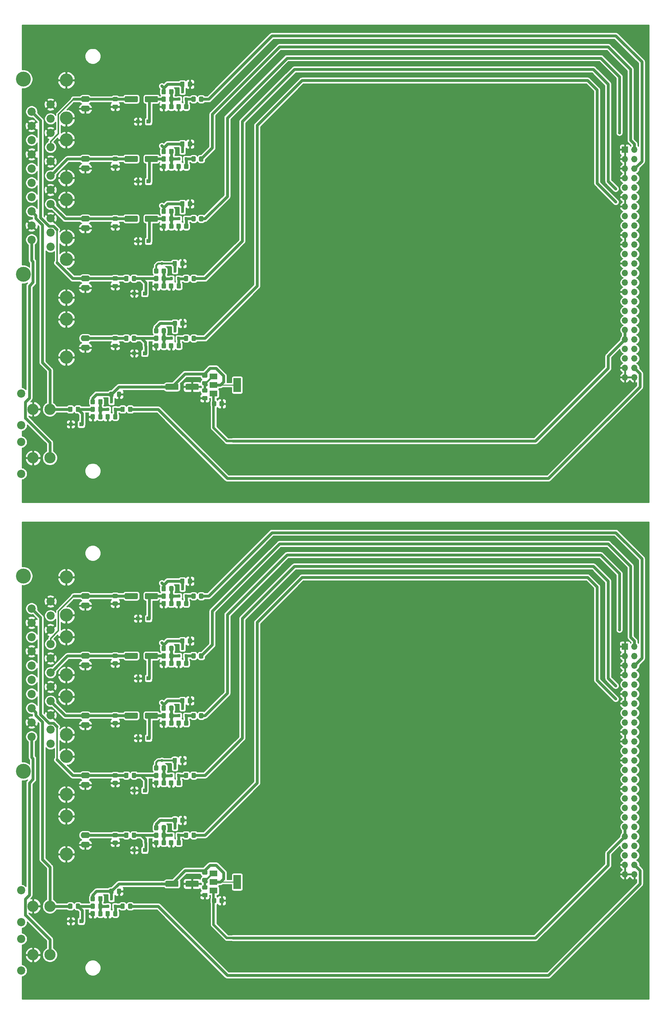
<source format=gbr>
G04 #@! TF.GenerationSoftware,KiCad,Pcbnew,(5.1.8)-1*
G04 #@! TF.CreationDate,2021-01-21T14:16:05+13:00*
G04 #@! TF.ProjectId,output.JVCardx4,6f757470-7574-42e4-9a56-436172647834,rev?*
G04 #@! TF.SameCoordinates,Original*
G04 #@! TF.FileFunction,Copper,L1,Top*
G04 #@! TF.FilePolarity,Positive*
%FSLAX46Y46*%
G04 Gerber Fmt 4.6, Leading zero omitted, Abs format (unit mm)*
G04 Created by KiCad (PCBNEW (5.1.8)-1) date 2021-01-21 14:16:05*
%MOMM*%
%LPD*%
G01*
G04 APERTURE LIST*
G04 #@! TA.AperFunction,ComponentPad*
%ADD10O,3.000000X3.000000*%
G04 #@! TD*
G04 #@! TA.AperFunction,ComponentPad*
%ADD11C,2.200000*%
G04 #@! TD*
G04 #@! TA.AperFunction,ComponentPad*
%ADD12R,1.700000X1.700000*%
G04 #@! TD*
G04 #@! TA.AperFunction,ComponentPad*
%ADD13O,1.700000X1.700000*%
G04 #@! TD*
G04 #@! TA.AperFunction,SMDPad,CuDef*
%ADD14R,1.100000X1.100000*%
G04 #@! TD*
G04 #@! TA.AperFunction,ComponentPad*
%ADD15O,2.500000X1.600000*%
G04 #@! TD*
G04 #@! TA.AperFunction,ComponentPad*
%ADD16O,3.500000X3.500000*%
G04 #@! TD*
G04 #@! TA.AperFunction,SMDPad,CuDef*
%ADD17R,2.000000X3.800000*%
G04 #@! TD*
G04 #@! TA.AperFunction,SMDPad,CuDef*
%ADD18R,2.000000X1.500000*%
G04 #@! TD*
G04 #@! TA.AperFunction,ComponentPad*
%ADD19C,4.000000*%
G04 #@! TD*
G04 #@! TA.AperFunction,SMDPad,CuDef*
%ADD20R,0.800000X0.900000*%
G04 #@! TD*
G04 #@! TA.AperFunction,ViaPad*
%ADD21C,0.800000*%
G04 #@! TD*
G04 #@! TA.AperFunction,Conductor*
%ADD22C,0.700000*%
G04 #@! TD*
G04 #@! TA.AperFunction,Conductor*
%ADD23C,0.800000*%
G04 #@! TD*
G04 #@! TA.AperFunction,Conductor*
%ADD24C,0.500000*%
G04 #@! TD*
G04 #@! TA.AperFunction,Conductor*
%ADD25C,0.250000*%
G04 #@! TD*
G04 #@! TA.AperFunction,Conductor*
%ADD26C,0.400000*%
G04 #@! TD*
G04 #@! TA.AperFunction,Conductor*
%ADD27C,0.254000*%
G04 #@! TD*
G04 #@! TA.AperFunction,Conductor*
%ADD28C,0.100000*%
G04 #@! TD*
G04 #@! TA.AperFunction,NonConductor*
%ADD29C,0.254000*%
G04 #@! TD*
G04 #@! TA.AperFunction,NonConductor*
%ADD30C,0.100000*%
G04 #@! TD*
G04 APERTURE END LIST*
G04 #@! TA.AperFunction,SMDPad,CuDef*
G36*
G01*
X56400000Y-195450001D02*
X56400000Y-194549999D01*
G75*
G02*
X56649999Y-194300000I249999J0D01*
G01*
X57300001Y-194300000D01*
G75*
G02*
X57550000Y-194549999I0J-249999D01*
G01*
X57550000Y-195450001D01*
G75*
G02*
X57300001Y-195700000I-249999J0D01*
G01*
X56649999Y-195700000D01*
G75*
G02*
X56400000Y-195450001I0J249999D01*
G01*
G37*
G04 #@! TD.AperFunction*
G04 #@! TA.AperFunction,SMDPad,CuDef*
G36*
G01*
X58450000Y-195450001D02*
X58450000Y-194549999D01*
G75*
G02*
X58699999Y-194300000I249999J0D01*
G01*
X59350001Y-194300000D01*
G75*
G02*
X59600000Y-194549999I0J-249999D01*
G01*
X59600000Y-195450001D01*
G75*
G02*
X59350001Y-195700000I-249999J0D01*
G01*
X58699999Y-195700000D01*
G75*
G02*
X58450000Y-195450001I0J249999D01*
G01*
G37*
G04 #@! TD.AperFunction*
G04 #@! TA.AperFunction,SMDPad,CuDef*
G36*
G01*
X52450000Y-244550000D02*
X52450000Y-243450000D01*
G75*
G02*
X52700000Y-243200000I250000J0D01*
G01*
X55700000Y-243200000D01*
G75*
G02*
X55950000Y-243450000I0J-250000D01*
G01*
X55950000Y-244550000D01*
G75*
G02*
X55700000Y-244800000I-250000J0D01*
G01*
X52700000Y-244800000D01*
G75*
G02*
X52450000Y-244550000I0J250000D01*
G01*
G37*
G04 #@! TD.AperFunction*
G04 #@! TA.AperFunction,SMDPad,CuDef*
G36*
G01*
X57850000Y-244550000D02*
X57850000Y-243450000D01*
G75*
G02*
X58100000Y-243200000I250000J0D01*
G01*
X61100000Y-243200000D01*
G75*
G02*
X61350000Y-243450000I0J-250000D01*
G01*
X61350000Y-244550000D01*
G75*
G02*
X61100000Y-244800000I-250000J0D01*
G01*
X58100000Y-244800000D01*
G75*
G02*
X57850000Y-244550000I0J250000D01*
G01*
G37*
G04 #@! TD.AperFunction*
G04 #@! TA.AperFunction,SMDPad,CuDef*
G36*
G01*
X50450000Y-166450000D02*
X50450000Y-167550000D01*
G75*
G02*
X50200000Y-167800000I-250000J0D01*
G01*
X47200000Y-167800000D01*
G75*
G02*
X46950000Y-167550000I0J250000D01*
G01*
X46950000Y-166450000D01*
G75*
G02*
X47200000Y-166200000I250000J0D01*
G01*
X50200000Y-166200000D01*
G75*
G02*
X50450000Y-166450000I0J-250000D01*
G01*
G37*
G04 #@! TD.AperFunction*
G04 #@! TA.AperFunction,SMDPad,CuDef*
G36*
G01*
X45050000Y-166450000D02*
X45050000Y-167550000D01*
G75*
G02*
X44800000Y-167800000I-250000J0D01*
G01*
X41800000Y-167800000D01*
G75*
G02*
X41550000Y-167550000I0J250000D01*
G01*
X41550000Y-166450000D01*
G75*
G02*
X41800000Y-166200000I250000J0D01*
G01*
X44800000Y-166200000D01*
G75*
G02*
X45050000Y-166450000I0J-250000D01*
G01*
G37*
G04 #@! TD.AperFunction*
G04 #@! TA.AperFunction,SMDPad,CuDef*
G36*
G01*
X50450000Y-182450000D02*
X50450000Y-183550000D01*
G75*
G02*
X50200000Y-183800000I-250000J0D01*
G01*
X47200000Y-183800000D01*
G75*
G02*
X46950000Y-183550000I0J250000D01*
G01*
X46950000Y-182450000D01*
G75*
G02*
X47200000Y-182200000I250000J0D01*
G01*
X50200000Y-182200000D01*
G75*
G02*
X50450000Y-182450000I0J-250000D01*
G01*
G37*
G04 #@! TD.AperFunction*
G04 #@! TA.AperFunction,SMDPad,CuDef*
G36*
G01*
X45050000Y-182450000D02*
X45050000Y-183550000D01*
G75*
G02*
X44800000Y-183800000I-250000J0D01*
G01*
X41800000Y-183800000D01*
G75*
G02*
X41550000Y-183550000I0J250000D01*
G01*
X41550000Y-182450000D01*
G75*
G02*
X41800000Y-182200000I250000J0D01*
G01*
X44800000Y-182200000D01*
G75*
G02*
X45050000Y-182450000I0J-250000D01*
G01*
G37*
G04 #@! TD.AperFunction*
D10*
X21500000Y-250000000D03*
X17000000Y-250000000D03*
D11*
X13850000Y-245750000D03*
X13850000Y-254250000D03*
G04 #@! TA.AperFunction,SMDPad,CuDef*
G36*
G01*
X50450000Y-198450000D02*
X50450000Y-199550000D01*
G75*
G02*
X50200000Y-199800000I-250000J0D01*
G01*
X47200000Y-199800000D01*
G75*
G02*
X46950000Y-199550000I0J250000D01*
G01*
X46950000Y-198450000D01*
G75*
G02*
X47200000Y-198200000I250000J0D01*
G01*
X50200000Y-198200000D01*
G75*
G02*
X50450000Y-198450000I0J-250000D01*
G01*
G37*
G04 #@! TD.AperFunction*
G04 #@! TA.AperFunction,SMDPad,CuDef*
G36*
G01*
X45050000Y-198450000D02*
X45050000Y-199550000D01*
G75*
G02*
X44800000Y-199800000I-250000J0D01*
G01*
X41800000Y-199800000D01*
G75*
G02*
X41550000Y-199550000I0J250000D01*
G01*
X41550000Y-198450000D01*
G75*
G02*
X41800000Y-198200000I250000J0D01*
G01*
X44800000Y-198200000D01*
G75*
G02*
X45050000Y-198450000I0J-250000D01*
G01*
G37*
G04 #@! TD.AperFunction*
G04 #@! TA.AperFunction,SMDPad,CuDef*
G36*
G01*
X56400000Y-163450001D02*
X56400000Y-162549999D01*
G75*
G02*
X56649999Y-162300000I249999J0D01*
G01*
X57300001Y-162300000D01*
G75*
G02*
X57550000Y-162549999I0J-249999D01*
G01*
X57550000Y-163450001D01*
G75*
G02*
X57300001Y-163700000I-249999J0D01*
G01*
X56649999Y-163700000D01*
G75*
G02*
X56400000Y-163450001I0J249999D01*
G01*
G37*
G04 #@! TD.AperFunction*
G04 #@! TA.AperFunction,SMDPad,CuDef*
G36*
G01*
X58450000Y-163450001D02*
X58450000Y-162549999D01*
G75*
G02*
X58699999Y-162300000I249999J0D01*
G01*
X59350001Y-162300000D01*
G75*
G02*
X59600000Y-162549999I0J-249999D01*
G01*
X59600000Y-163450001D01*
G75*
G02*
X59350001Y-163700000I-249999J0D01*
G01*
X58699999Y-163700000D01*
G75*
G02*
X58450000Y-163450001I0J249999D01*
G01*
G37*
G04 #@! TD.AperFunction*
G04 #@! TA.AperFunction,SMDPad,CuDef*
G36*
G01*
X54375000Y-211450001D02*
X54375000Y-210549999D01*
G75*
G02*
X54624999Y-210300000I249999J0D01*
G01*
X55275001Y-210300000D01*
G75*
G02*
X55525000Y-210549999I0J-249999D01*
G01*
X55525000Y-211450001D01*
G75*
G02*
X55275001Y-211700000I-249999J0D01*
G01*
X54624999Y-211700000D01*
G75*
G02*
X54375000Y-211450001I0J249999D01*
G01*
G37*
G04 #@! TD.AperFunction*
G04 #@! TA.AperFunction,SMDPad,CuDef*
G36*
G01*
X56425000Y-211450001D02*
X56425000Y-210549999D01*
G75*
G02*
X56674999Y-210300000I249999J0D01*
G01*
X57325001Y-210300000D01*
G75*
G02*
X57575000Y-210549999I0J-249999D01*
G01*
X57575000Y-211450001D01*
G75*
G02*
X57325001Y-211700000I-249999J0D01*
G01*
X56674999Y-211700000D01*
G75*
G02*
X56425000Y-211450001I0J249999D01*
G01*
G37*
G04 #@! TD.AperFunction*
G04 #@! TA.AperFunction,SMDPad,CuDef*
G36*
G01*
X41400000Y-215450001D02*
X41400000Y-214549999D01*
G75*
G02*
X41649999Y-214300000I249999J0D01*
G01*
X42300001Y-214300000D01*
G75*
G02*
X42550000Y-214549999I0J-249999D01*
G01*
X42550000Y-215450001D01*
G75*
G02*
X42300001Y-215700000I-249999J0D01*
G01*
X41649999Y-215700000D01*
G75*
G02*
X41400000Y-215450001I0J249999D01*
G01*
G37*
G04 #@! TD.AperFunction*
G04 #@! TA.AperFunction,SMDPad,CuDef*
G36*
G01*
X43450000Y-215450001D02*
X43450000Y-214549999D01*
G75*
G02*
X43699999Y-214300000I249999J0D01*
G01*
X44350001Y-214300000D01*
G75*
G02*
X44600000Y-214549999I0J-249999D01*
G01*
X44600000Y-215450001D01*
G75*
G02*
X44350001Y-215700000I-249999J0D01*
G01*
X43699999Y-215700000D01*
G75*
G02*
X43450000Y-215450001I0J249999D01*
G01*
G37*
G04 #@! TD.AperFunction*
G04 #@! TA.AperFunction,SMDPad,CuDef*
G36*
G01*
X41400000Y-231450001D02*
X41400000Y-230549999D01*
G75*
G02*
X41649999Y-230300000I249999J0D01*
G01*
X42300001Y-230300000D01*
G75*
G02*
X42550000Y-230549999I0J-249999D01*
G01*
X42550000Y-231450001D01*
G75*
G02*
X42300001Y-231700000I-249999J0D01*
G01*
X41649999Y-231700000D01*
G75*
G02*
X41400000Y-231450001I0J249999D01*
G01*
G37*
G04 #@! TD.AperFunction*
G04 #@! TA.AperFunction,SMDPad,CuDef*
G36*
G01*
X43450000Y-231450001D02*
X43450000Y-230549999D01*
G75*
G02*
X43699999Y-230300000I249999J0D01*
G01*
X44350001Y-230300000D01*
G75*
G02*
X44600000Y-230549999I0J-249999D01*
G01*
X44600000Y-231450001D01*
G75*
G02*
X44350001Y-231700000I-249999J0D01*
G01*
X43699999Y-231700000D01*
G75*
G02*
X43450000Y-231450001I0J249999D01*
G01*
G37*
G04 #@! TD.AperFunction*
D12*
X175500000Y-180500000D03*
D13*
X178040000Y-180500000D03*
X175500000Y-183040000D03*
X178040000Y-183040000D03*
X175500000Y-185580000D03*
X178040000Y-185580000D03*
X175500000Y-188120000D03*
X178040000Y-188120000D03*
X175500000Y-190660000D03*
X178040000Y-190660000D03*
X175500000Y-193200000D03*
X178040000Y-193200000D03*
X175500000Y-195740000D03*
X178040000Y-195740000D03*
X175500000Y-198280000D03*
X178040000Y-198280000D03*
X175500000Y-200820000D03*
X178040000Y-200820000D03*
X175500000Y-203360000D03*
X178040000Y-203360000D03*
X175500000Y-205900000D03*
X178040000Y-205900000D03*
X175500000Y-208440000D03*
X178040000Y-208440000D03*
X175500000Y-210980000D03*
X178040000Y-210980000D03*
X175500000Y-213520000D03*
X178040000Y-213520000D03*
X175500000Y-216060000D03*
X178040000Y-216060000D03*
X175500000Y-218600000D03*
X178040000Y-218600000D03*
X175500000Y-221140000D03*
X178040000Y-221140000D03*
X175500000Y-223680000D03*
X178040000Y-223680000D03*
X175500000Y-226220000D03*
X178040000Y-226220000D03*
X175500000Y-228760000D03*
X178040000Y-228760000D03*
X175500000Y-231300000D03*
X178040000Y-231300000D03*
X175500000Y-233840000D03*
X178040000Y-233840000D03*
X175500000Y-236380000D03*
X178040000Y-236380000D03*
X175500000Y-238920000D03*
X178040000Y-238920000D03*
X175500000Y-241460000D03*
X178040000Y-241460000D03*
G04 #@! TA.AperFunction,SMDPad,CuDef*
G36*
G01*
X26400000Y-250450001D02*
X26400000Y-249549999D01*
G75*
G02*
X26649999Y-249300000I249999J0D01*
G01*
X27300001Y-249300000D01*
G75*
G02*
X27550000Y-249549999I0J-249999D01*
G01*
X27550000Y-250450001D01*
G75*
G02*
X27300001Y-250700000I-249999J0D01*
G01*
X26649999Y-250700000D01*
G75*
G02*
X26400000Y-250450001I0J249999D01*
G01*
G37*
G04 #@! TD.AperFunction*
G04 #@! TA.AperFunction,SMDPad,CuDef*
G36*
G01*
X28450000Y-250450001D02*
X28450000Y-249549999D01*
G75*
G02*
X28699999Y-249300000I249999J0D01*
G01*
X29350001Y-249300000D01*
G75*
G02*
X29600000Y-249549999I0J-249999D01*
G01*
X29600000Y-250450001D01*
G75*
G02*
X29350001Y-250700000I-249999J0D01*
G01*
X28699999Y-250700000D01*
G75*
G02*
X28450000Y-250450001I0J249999D01*
G01*
G37*
G04 #@! TD.AperFunction*
G04 #@! TA.AperFunction,SMDPad,CuDef*
G36*
G01*
X56400000Y-179450001D02*
X56400000Y-178549999D01*
G75*
G02*
X56649999Y-178300000I249999J0D01*
G01*
X57300001Y-178300000D01*
G75*
G02*
X57550000Y-178549999I0J-249999D01*
G01*
X57550000Y-179450001D01*
G75*
G02*
X57300001Y-179700000I-249999J0D01*
G01*
X56649999Y-179700000D01*
G75*
G02*
X56400000Y-179450001I0J249999D01*
G01*
G37*
G04 #@! TD.AperFunction*
G04 #@! TA.AperFunction,SMDPad,CuDef*
G36*
G01*
X58450000Y-179450001D02*
X58450000Y-178549999D01*
G75*
G02*
X58699999Y-178300000I249999J0D01*
G01*
X59350001Y-178300000D01*
G75*
G02*
X59600000Y-178549999I0J-249999D01*
G01*
X59600000Y-179450001D01*
G75*
G02*
X59350001Y-179700000I-249999J0D01*
G01*
X58699999Y-179700000D01*
G75*
G02*
X58450000Y-179450001I0J249999D01*
G01*
G37*
G04 #@! TD.AperFunction*
D10*
X21500000Y-263000000D03*
X17000000Y-263000000D03*
D11*
X13850000Y-258750000D03*
X13850000Y-267250000D03*
G04 #@! TA.AperFunction,SMDPad,CuDef*
G36*
G01*
X54400000Y-227450001D02*
X54400000Y-226549999D01*
G75*
G02*
X54649999Y-226300000I249999J0D01*
G01*
X55300001Y-226300000D01*
G75*
G02*
X55550000Y-226549999I0J-249999D01*
G01*
X55550000Y-227450001D01*
G75*
G02*
X55300001Y-227700000I-249999J0D01*
G01*
X54649999Y-227700000D01*
G75*
G02*
X54400000Y-227450001I0J249999D01*
G01*
G37*
G04 #@! TD.AperFunction*
G04 #@! TA.AperFunction,SMDPad,CuDef*
G36*
G01*
X56450000Y-227450001D02*
X56450000Y-226549999D01*
G75*
G02*
X56699999Y-226300000I249999J0D01*
G01*
X57350001Y-226300000D01*
G75*
G02*
X57600000Y-226549999I0J-249999D01*
G01*
X57600000Y-227450001D01*
G75*
G02*
X57350001Y-227700000I-249999J0D01*
G01*
X56699999Y-227700000D01*
G75*
G02*
X56450000Y-227450001I0J249999D01*
G01*
G37*
G04 #@! TD.AperFunction*
G04 #@! TA.AperFunction,SMDPad,CuDef*
G36*
G01*
X37400000Y-246450001D02*
X37400000Y-245549999D01*
G75*
G02*
X37649999Y-245300000I249999J0D01*
G01*
X38300001Y-245300000D01*
G75*
G02*
X38550000Y-245549999I0J-249999D01*
G01*
X38550000Y-246450001D01*
G75*
G02*
X38300001Y-246700000I-249999J0D01*
G01*
X37649999Y-246700000D01*
G75*
G02*
X37400000Y-246450001I0J249999D01*
G01*
G37*
G04 #@! TD.AperFunction*
G04 #@! TA.AperFunction,SMDPad,CuDef*
G36*
G01*
X39450000Y-246450001D02*
X39450000Y-245549999D01*
G75*
G02*
X39699999Y-245300000I249999J0D01*
G01*
X40350001Y-245300000D01*
G75*
G02*
X40600000Y-245549999I0J-249999D01*
G01*
X40600000Y-246450001D01*
G75*
G02*
X40350001Y-246700000I-249999J0D01*
G01*
X39699999Y-246700000D01*
G75*
G02*
X39450000Y-246450001I0J249999D01*
G01*
G37*
G04 #@! TD.AperFunction*
D14*
X46900000Y-235000000D03*
X44100000Y-235000000D03*
X46900000Y-219000000D03*
X44100000Y-219000000D03*
D15*
X31000000Y-217540000D03*
X31000000Y-215000000D03*
D16*
X25920000Y-209920000D03*
X25920000Y-220080000D03*
G04 #@! TA.AperFunction,SMDPad,CuDef*
G36*
G01*
X56600000Y-232549999D02*
X56600000Y-233450001D01*
G75*
G02*
X56350001Y-233700000I-249999J0D01*
G01*
X55699999Y-233700000D01*
G75*
G02*
X55450000Y-233450001I0J249999D01*
G01*
X55450000Y-232549999D01*
G75*
G02*
X55699999Y-232300000I249999J0D01*
G01*
X56350001Y-232300000D01*
G75*
G02*
X56600000Y-232549999I0J-249999D01*
G01*
G37*
G04 #@! TD.AperFunction*
G04 #@! TA.AperFunction,SMDPad,CuDef*
G36*
G01*
X54550000Y-232549999D02*
X54550000Y-233450001D01*
G75*
G02*
X54300001Y-233700000I-249999J0D01*
G01*
X53649999Y-233700000D01*
G75*
G02*
X53400000Y-233450001I0J249999D01*
G01*
X53400000Y-232549999D01*
G75*
G02*
X53649999Y-232300000I249999J0D01*
G01*
X54300001Y-232300000D01*
G75*
G02*
X54550000Y-232549999I0J-249999D01*
G01*
G37*
G04 #@! TD.AperFunction*
G04 #@! TA.AperFunction,SMDPad,CuDef*
G36*
G01*
X39600000Y-251549999D02*
X39600000Y-252450001D01*
G75*
G02*
X39350001Y-252700000I-249999J0D01*
G01*
X38699999Y-252700000D01*
G75*
G02*
X38450000Y-252450001I0J249999D01*
G01*
X38450000Y-251549999D01*
G75*
G02*
X38699999Y-251300000I249999J0D01*
G01*
X39350001Y-251300000D01*
G75*
G02*
X39600000Y-251549999I0J-249999D01*
G01*
G37*
G04 #@! TD.AperFunction*
G04 #@! TA.AperFunction,SMDPad,CuDef*
G36*
G01*
X37550000Y-251549999D02*
X37550000Y-252450001D01*
G75*
G02*
X37300001Y-252700000I-249999J0D01*
G01*
X36649999Y-252700000D01*
G75*
G02*
X36400000Y-252450001I0J249999D01*
G01*
X36400000Y-251549999D01*
G75*
G02*
X36649999Y-251300000I249999J0D01*
G01*
X37300001Y-251300000D01*
G75*
G02*
X37550000Y-251549999I0J-249999D01*
G01*
G37*
G04 #@! TD.AperFunction*
G04 #@! TA.AperFunction,SMDPad,CuDef*
G36*
G01*
X60600000Y-214549999D02*
X60600000Y-215450001D01*
G75*
G02*
X60350001Y-215700000I-249999J0D01*
G01*
X59699999Y-215700000D01*
G75*
G02*
X59450000Y-215450001I0J249999D01*
G01*
X59450000Y-214549999D01*
G75*
G02*
X59699999Y-214300000I249999J0D01*
G01*
X60350001Y-214300000D01*
G75*
G02*
X60600000Y-214549999I0J-249999D01*
G01*
G37*
G04 #@! TD.AperFunction*
G04 #@! TA.AperFunction,SMDPad,CuDef*
G36*
G01*
X58550000Y-214549999D02*
X58550000Y-215450001D01*
G75*
G02*
X58300001Y-215700000I-249999J0D01*
G01*
X57649999Y-215700000D01*
G75*
G02*
X57400000Y-215450001I0J249999D01*
G01*
X57400000Y-214549999D01*
G75*
G02*
X57649999Y-214300000I249999J0D01*
G01*
X58300001Y-214300000D01*
G75*
G02*
X58550000Y-214549999I0J-249999D01*
G01*
G37*
G04 #@! TD.AperFunction*
G04 #@! TA.AperFunction,SMDPad,CuDef*
G36*
G01*
X54600000Y-184549999D02*
X54600000Y-185450001D01*
G75*
G02*
X54350001Y-185700000I-249999J0D01*
G01*
X53699999Y-185700000D01*
G75*
G02*
X53450000Y-185450001I0J249999D01*
G01*
X53450000Y-184549999D01*
G75*
G02*
X53699999Y-184300000I249999J0D01*
G01*
X54350001Y-184300000D01*
G75*
G02*
X54600000Y-184549999I0J-249999D01*
G01*
G37*
G04 #@! TD.AperFunction*
G04 #@! TA.AperFunction,SMDPad,CuDef*
G36*
G01*
X52550000Y-184549999D02*
X52550000Y-185450001D01*
G75*
G02*
X52300001Y-185700000I-249999J0D01*
G01*
X51649999Y-185700000D01*
G75*
G02*
X51400000Y-185450001I0J249999D01*
G01*
X51400000Y-184549999D01*
G75*
G02*
X51649999Y-184300000I249999J0D01*
G01*
X52300001Y-184300000D01*
G75*
G02*
X52550000Y-184549999I0J-249999D01*
G01*
G37*
G04 #@! TD.AperFunction*
G04 #@! TA.AperFunction,SMDPad,CuDef*
G36*
G01*
X51400000Y-197450001D02*
X51400000Y-196549999D01*
G75*
G02*
X51649999Y-196300000I249999J0D01*
G01*
X52300001Y-196300000D01*
G75*
G02*
X52550000Y-196549999I0J-249999D01*
G01*
X52550000Y-197450001D01*
G75*
G02*
X52300001Y-197700000I-249999J0D01*
G01*
X51649999Y-197700000D01*
G75*
G02*
X51400000Y-197450001I0J249999D01*
G01*
G37*
G04 #@! TD.AperFunction*
G04 #@! TA.AperFunction,SMDPad,CuDef*
G36*
G01*
X53450000Y-197450001D02*
X53450000Y-196549999D01*
G75*
G02*
X53699999Y-196300000I249999J0D01*
G01*
X54350001Y-196300000D01*
G75*
G02*
X54600000Y-196549999I0J-249999D01*
G01*
X54600000Y-197450001D01*
G75*
G02*
X54350001Y-197700000I-249999J0D01*
G01*
X53699999Y-197700000D01*
G75*
G02*
X53450000Y-197450001I0J249999D01*
G01*
G37*
G04 #@! TD.AperFunction*
D15*
X31000000Y-201540000D03*
X31000000Y-199000000D03*
D16*
X25920000Y-193920000D03*
X25920000Y-204080000D03*
G04 #@! TA.AperFunction,SMDPad,CuDef*
G36*
G01*
X54600000Y-168549999D02*
X54600000Y-169450001D01*
G75*
G02*
X54350001Y-169700000I-249999J0D01*
G01*
X53699999Y-169700000D01*
G75*
G02*
X53450000Y-169450001I0J249999D01*
G01*
X53450000Y-168549999D01*
G75*
G02*
X53699999Y-168300000I249999J0D01*
G01*
X54350001Y-168300000D01*
G75*
G02*
X54600000Y-168549999I0J-249999D01*
G01*
G37*
G04 #@! TD.AperFunction*
G04 #@! TA.AperFunction,SMDPad,CuDef*
G36*
G01*
X52550000Y-168549999D02*
X52550000Y-169450001D01*
G75*
G02*
X52300001Y-169700000I-249999J0D01*
G01*
X51649999Y-169700000D01*
G75*
G02*
X51400000Y-169450001I0J249999D01*
G01*
X51400000Y-168549999D01*
G75*
G02*
X51649999Y-168300000I249999J0D01*
G01*
X52300001Y-168300000D01*
G75*
G02*
X52550000Y-168549999I0J-249999D01*
G01*
G37*
G04 #@! TD.AperFunction*
G04 #@! TA.AperFunction,SMDPad,CuDef*
G36*
G01*
X62600000Y-166549999D02*
X62600000Y-167450001D01*
G75*
G02*
X62350001Y-167700000I-249999J0D01*
G01*
X61699999Y-167700000D01*
G75*
G02*
X61450000Y-167450001I0J249999D01*
G01*
X61450000Y-166549999D01*
G75*
G02*
X61699999Y-166300000I249999J0D01*
G01*
X62350001Y-166300000D01*
G75*
G02*
X62600000Y-166549999I0J-249999D01*
G01*
G37*
G04 #@! TD.AperFunction*
G04 #@! TA.AperFunction,SMDPad,CuDef*
G36*
G01*
X60550000Y-166549999D02*
X60550000Y-167450001D01*
G75*
G02*
X60300001Y-167700000I-249999J0D01*
G01*
X59649999Y-167700000D01*
G75*
G02*
X59400000Y-167450001I0J249999D01*
G01*
X59400000Y-166549999D01*
G75*
G02*
X59649999Y-166300000I249999J0D01*
G01*
X60300001Y-166300000D01*
G75*
G02*
X60550000Y-166549999I0J-249999D01*
G01*
G37*
G04 #@! TD.AperFunction*
G04 #@! TA.AperFunction,SMDPad,CuDef*
G36*
G01*
X62549999Y-240400000D02*
X63450001Y-240400000D01*
G75*
G02*
X63700000Y-240649999I0J-249999D01*
G01*
X63700000Y-241300001D01*
G75*
G02*
X63450001Y-241550000I-249999J0D01*
G01*
X62549999Y-241550000D01*
G75*
G02*
X62300000Y-241300001I0J249999D01*
G01*
X62300000Y-240649999D01*
G75*
G02*
X62549999Y-240400000I249999J0D01*
G01*
G37*
G04 #@! TD.AperFunction*
G04 #@! TA.AperFunction,SMDPad,CuDef*
G36*
G01*
X62549999Y-242450000D02*
X63450001Y-242450000D01*
G75*
G02*
X63700000Y-242699999I0J-249999D01*
G01*
X63700000Y-243350001D01*
G75*
G02*
X63450001Y-243600000I-249999J0D01*
G01*
X62549999Y-243600000D01*
G75*
G02*
X62300000Y-243350001I0J249999D01*
G01*
X62300000Y-242699999D01*
G75*
G02*
X62549999Y-242450000I249999J0D01*
G01*
G37*
G04 #@! TD.AperFunction*
G04 #@! TA.AperFunction,SMDPad,CuDef*
G36*
G01*
X51400000Y-181450001D02*
X51400000Y-180549999D01*
G75*
G02*
X51649999Y-180300000I249999J0D01*
G01*
X52300001Y-180300000D01*
G75*
G02*
X52550000Y-180549999I0J-249999D01*
G01*
X52550000Y-181450001D01*
G75*
G02*
X52300001Y-181700000I-249999J0D01*
G01*
X51649999Y-181700000D01*
G75*
G02*
X51400000Y-181450001I0J249999D01*
G01*
G37*
G04 #@! TD.AperFunction*
G04 #@! TA.AperFunction,SMDPad,CuDef*
G36*
G01*
X53450000Y-181450001D02*
X53450000Y-180549999D01*
G75*
G02*
X53699999Y-180300000I249999J0D01*
G01*
X54350001Y-180300000D01*
G75*
G02*
X54600000Y-180549999I0J-249999D01*
G01*
X54600000Y-181450001D01*
G75*
G02*
X54350001Y-181700000I-249999J0D01*
G01*
X53699999Y-181700000D01*
G75*
G02*
X53450000Y-181450001I0J249999D01*
G01*
G37*
G04 #@! TD.AperFunction*
G04 #@! TA.AperFunction,SMDPad,CuDef*
G36*
G01*
X54600000Y-200549999D02*
X54600000Y-201450001D01*
G75*
G02*
X54350001Y-201700000I-249999J0D01*
G01*
X53699999Y-201700000D01*
G75*
G02*
X53450000Y-201450001I0J249999D01*
G01*
X53450000Y-200549999D01*
G75*
G02*
X53699999Y-200300000I249999J0D01*
G01*
X54350001Y-200300000D01*
G75*
G02*
X54600000Y-200549999I0J-249999D01*
G01*
G37*
G04 #@! TD.AperFunction*
G04 #@! TA.AperFunction,SMDPad,CuDef*
G36*
G01*
X52550000Y-200549999D02*
X52550000Y-201450001D01*
G75*
G02*
X52300001Y-201700000I-249999J0D01*
G01*
X51649999Y-201700000D01*
G75*
G02*
X51400000Y-201450001I0J249999D01*
G01*
X51400000Y-200549999D01*
G75*
G02*
X51649999Y-200300000I249999J0D01*
G01*
X52300001Y-200300000D01*
G75*
G02*
X52550000Y-200549999I0J-249999D01*
G01*
G37*
G04 #@! TD.AperFunction*
G04 #@! TA.AperFunction,SMDPad,CuDef*
G36*
G01*
X58600000Y-168549999D02*
X58600000Y-169450001D01*
G75*
G02*
X58350001Y-169700000I-249999J0D01*
G01*
X57699999Y-169700000D01*
G75*
G02*
X57450000Y-169450001I0J249999D01*
G01*
X57450000Y-168549999D01*
G75*
G02*
X57699999Y-168300000I249999J0D01*
G01*
X58350001Y-168300000D01*
G75*
G02*
X58600000Y-168549999I0J-249999D01*
G01*
G37*
G04 #@! TD.AperFunction*
G04 #@! TA.AperFunction,SMDPad,CuDef*
G36*
G01*
X56550000Y-168549999D02*
X56550000Y-169450001D01*
G75*
G02*
X56300001Y-169700000I-249999J0D01*
G01*
X55649999Y-169700000D01*
G75*
G02*
X55400000Y-169450001I0J249999D01*
G01*
X55400000Y-168549999D01*
G75*
G02*
X55649999Y-168300000I249999J0D01*
G01*
X56300001Y-168300000D01*
G75*
G02*
X56550000Y-168549999I0J-249999D01*
G01*
G37*
G04 #@! TD.AperFunction*
G04 #@! TA.AperFunction,SMDPad,CuDef*
G36*
G01*
X49400000Y-213450001D02*
X49400000Y-212549999D01*
G75*
G02*
X49649999Y-212300000I249999J0D01*
G01*
X50300001Y-212300000D01*
G75*
G02*
X50550000Y-212549999I0J-249999D01*
G01*
X50550000Y-213450001D01*
G75*
G02*
X50300001Y-213700000I-249999J0D01*
G01*
X49649999Y-213700000D01*
G75*
G02*
X49400000Y-213450001I0J249999D01*
G01*
G37*
G04 #@! TD.AperFunction*
G04 #@! TA.AperFunction,SMDPad,CuDef*
G36*
G01*
X51450000Y-213450001D02*
X51450000Y-212549999D01*
G75*
G02*
X51699999Y-212300000I249999J0D01*
G01*
X52350001Y-212300000D01*
G75*
G02*
X52600000Y-212549999I0J-249999D01*
G01*
X52600000Y-213450001D01*
G75*
G02*
X52350001Y-213700000I-249999J0D01*
G01*
X51699999Y-213700000D01*
G75*
G02*
X51450000Y-213450001I0J249999D01*
G01*
G37*
G04 #@! TD.AperFunction*
D17*
X71650000Y-243500000D03*
D18*
X65350000Y-243500000D03*
X65350000Y-245800000D03*
X65350000Y-241200000D03*
G04 #@! TA.AperFunction,SMDPad,CuDef*
G36*
G01*
X52600000Y-216549999D02*
X52600000Y-217450001D01*
G75*
G02*
X52350001Y-217700000I-249999J0D01*
G01*
X51699999Y-217700000D01*
G75*
G02*
X51450000Y-217450001I0J249999D01*
G01*
X51450000Y-216549999D01*
G75*
G02*
X51699999Y-216300000I249999J0D01*
G01*
X52350001Y-216300000D01*
G75*
G02*
X52600000Y-216549999I0J-249999D01*
G01*
G37*
G04 #@! TD.AperFunction*
G04 #@! TA.AperFunction,SMDPad,CuDef*
G36*
G01*
X50550000Y-216549999D02*
X50550000Y-217450001D01*
G75*
G02*
X50300001Y-217700000I-249999J0D01*
G01*
X49649999Y-217700000D01*
G75*
G02*
X49400000Y-217450001I0J249999D01*
G01*
X49400000Y-216549999D01*
G75*
G02*
X49649999Y-216300000I249999J0D01*
G01*
X50300001Y-216300000D01*
G75*
G02*
X50550000Y-216549999I0J-249999D01*
G01*
G37*
G04 #@! TD.AperFunction*
G04 #@! TA.AperFunction,SMDPad,CuDef*
G36*
G01*
X60600000Y-230549999D02*
X60600000Y-231450001D01*
G75*
G02*
X60350001Y-231700000I-249999J0D01*
G01*
X59699999Y-231700000D01*
G75*
G02*
X59450000Y-231450001I0J249999D01*
G01*
X59450000Y-230549999D01*
G75*
G02*
X59699999Y-230300000I249999J0D01*
G01*
X60350001Y-230300000D01*
G75*
G02*
X60600000Y-230549999I0J-249999D01*
G01*
G37*
G04 #@! TD.AperFunction*
G04 #@! TA.AperFunction,SMDPad,CuDef*
G36*
G01*
X58550000Y-230549999D02*
X58550000Y-231450001D01*
G75*
G02*
X58300001Y-231700000I-249999J0D01*
G01*
X57649999Y-231700000D01*
G75*
G02*
X57400000Y-231450001I0J249999D01*
G01*
X57400000Y-230549999D01*
G75*
G02*
X57649999Y-230300000I249999J0D01*
G01*
X58300001Y-230300000D01*
G75*
G02*
X58550000Y-230549999I0J-249999D01*
G01*
G37*
G04 #@! TD.AperFunction*
D11*
X21680000Y-206515000D03*
X21680000Y-168415000D03*
X16600000Y-174130000D03*
X21680000Y-172225000D03*
X16600000Y-177940000D03*
X21680000Y-176035000D03*
X16600000Y-181750000D03*
X21680000Y-179845000D03*
X16600000Y-170320000D03*
X21680000Y-183655000D03*
X16600000Y-185560000D03*
X21680000Y-187465000D03*
X16600000Y-189370000D03*
X21680000Y-191275000D03*
X16600000Y-193180000D03*
X21680000Y-195085000D03*
X16600000Y-196990000D03*
X21680000Y-198895000D03*
X16600000Y-200800000D03*
X21680000Y-202705000D03*
X16600000Y-204610000D03*
D19*
X14400000Y-161610000D03*
X14400000Y-213880000D03*
G04 #@! TA.AperFunction,SMDPad,CuDef*
G36*
G01*
X62600000Y-182549999D02*
X62600000Y-183450001D01*
G75*
G02*
X62350001Y-183700000I-249999J0D01*
G01*
X61699999Y-183700000D01*
G75*
G02*
X61450000Y-183450001I0J249999D01*
G01*
X61450000Y-182549999D01*
G75*
G02*
X61699999Y-182300000I249999J0D01*
G01*
X62350001Y-182300000D01*
G75*
G02*
X62600000Y-182549999I0J-249999D01*
G01*
G37*
G04 #@! TD.AperFunction*
G04 #@! TA.AperFunction,SMDPad,CuDef*
G36*
G01*
X60550000Y-182549999D02*
X60550000Y-183450001D01*
G75*
G02*
X60300001Y-183700000I-249999J0D01*
G01*
X59649999Y-183700000D01*
G75*
G02*
X59400000Y-183450001I0J249999D01*
G01*
X59400000Y-182549999D01*
G75*
G02*
X59649999Y-182300000I249999J0D01*
G01*
X60300001Y-182300000D01*
G75*
G02*
X60550000Y-182549999I0J-249999D01*
G01*
G37*
G04 #@! TD.AperFunction*
G04 #@! TA.AperFunction,SMDPad,CuDef*
G36*
G01*
X62600000Y-198549999D02*
X62600000Y-199450001D01*
G75*
G02*
X62350001Y-199700000I-249999J0D01*
G01*
X61699999Y-199700000D01*
G75*
G02*
X61450000Y-199450001I0J249999D01*
G01*
X61450000Y-198549999D01*
G75*
G02*
X61699999Y-198300000I249999J0D01*
G01*
X62350001Y-198300000D01*
G75*
G02*
X62600000Y-198549999I0J-249999D01*
G01*
G37*
G04 #@! TD.AperFunction*
G04 #@! TA.AperFunction,SMDPad,CuDef*
G36*
G01*
X60550000Y-198549999D02*
X60550000Y-199450001D01*
G75*
G02*
X60300001Y-199700000I-249999J0D01*
G01*
X59649999Y-199700000D01*
G75*
G02*
X59400000Y-199450001I0J249999D01*
G01*
X59400000Y-198549999D01*
G75*
G02*
X59649999Y-198300000I249999J0D01*
G01*
X60300001Y-198300000D01*
G75*
G02*
X60550000Y-198549999I0J-249999D01*
G01*
G37*
G04 #@! TD.AperFunction*
D14*
X47900000Y-189000000D03*
X45100000Y-189000000D03*
G04 #@! TA.AperFunction,SMDPad,CuDef*
G36*
G01*
X62549999Y-244400000D02*
X63450001Y-244400000D01*
G75*
G02*
X63700000Y-244649999I0J-249999D01*
G01*
X63700000Y-245300001D01*
G75*
G02*
X63450001Y-245550000I-249999J0D01*
G01*
X62549999Y-245550000D01*
G75*
G02*
X62300000Y-245300001I0J249999D01*
G01*
X62300000Y-244649999D01*
G75*
G02*
X62549999Y-244400000I249999J0D01*
G01*
G37*
G04 #@! TD.AperFunction*
G04 #@! TA.AperFunction,SMDPad,CuDef*
G36*
G01*
X62549999Y-246450000D02*
X63450001Y-246450000D01*
G75*
G02*
X63700000Y-246699999I0J-249999D01*
G01*
X63700000Y-247350001D01*
G75*
G02*
X63450001Y-247600000I-249999J0D01*
G01*
X62549999Y-247600000D01*
G75*
G02*
X62300000Y-247350001I0J249999D01*
G01*
X62300000Y-246699999D01*
G75*
G02*
X62549999Y-246450000I249999J0D01*
G01*
G37*
G04 #@! TD.AperFunction*
X47900000Y-205000000D03*
X45100000Y-205000000D03*
X29900000Y-254000000D03*
X27100000Y-254000000D03*
D15*
X31000000Y-185540000D03*
X31000000Y-183000000D03*
D16*
X25920000Y-177920000D03*
X25920000Y-188080000D03*
G04 #@! TA.AperFunction,SMDPad,CuDef*
G36*
G01*
X32400000Y-248450001D02*
X32400000Y-247549999D01*
G75*
G02*
X32649999Y-247300000I249999J0D01*
G01*
X33300001Y-247300000D01*
G75*
G02*
X33550000Y-247549999I0J-249999D01*
G01*
X33550000Y-248450001D01*
G75*
G02*
X33300001Y-248700000I-249999J0D01*
G01*
X32649999Y-248700000D01*
G75*
G02*
X32400000Y-248450001I0J249999D01*
G01*
G37*
G04 #@! TD.AperFunction*
G04 #@! TA.AperFunction,SMDPad,CuDef*
G36*
G01*
X34450000Y-248450001D02*
X34450000Y-247549999D01*
G75*
G02*
X34699999Y-247300000I249999J0D01*
G01*
X35350001Y-247300000D01*
G75*
G02*
X35600000Y-247549999I0J-249999D01*
G01*
X35600000Y-248450001D01*
G75*
G02*
X35350001Y-248700000I-249999J0D01*
G01*
X34699999Y-248700000D01*
G75*
G02*
X34450000Y-248450001I0J249999D01*
G01*
G37*
G04 #@! TD.AperFunction*
D14*
X47900000Y-173000000D03*
X45100000Y-173000000D03*
G04 #@! TA.AperFunction,SMDPad,CuDef*
G36*
G01*
X49400000Y-229450001D02*
X49400000Y-228549999D01*
G75*
G02*
X49649999Y-228300000I249999J0D01*
G01*
X50300001Y-228300000D01*
G75*
G02*
X50550000Y-228549999I0J-249999D01*
G01*
X50550000Y-229450001D01*
G75*
G02*
X50300001Y-229700000I-249999J0D01*
G01*
X49649999Y-229700000D01*
G75*
G02*
X49400000Y-229450001I0J249999D01*
G01*
G37*
G04 #@! TD.AperFunction*
G04 #@! TA.AperFunction,SMDPad,CuDef*
G36*
G01*
X51450000Y-229450001D02*
X51450000Y-228549999D01*
G75*
G02*
X51699999Y-228300000I249999J0D01*
G01*
X52350001Y-228300000D01*
G75*
G02*
X52600000Y-228549999I0J-249999D01*
G01*
X52600000Y-229450001D01*
G75*
G02*
X52350001Y-229700000I-249999J0D01*
G01*
X51699999Y-229700000D01*
G75*
G02*
X51450000Y-229450001I0J249999D01*
G01*
G37*
G04 #@! TD.AperFunction*
G04 #@! TA.AperFunction,SMDPad,CuDef*
G36*
G01*
X56600000Y-216549999D02*
X56600000Y-217450001D01*
G75*
G02*
X56350001Y-217700000I-249999J0D01*
G01*
X55699999Y-217700000D01*
G75*
G02*
X55450000Y-217450001I0J249999D01*
G01*
X55450000Y-216549999D01*
G75*
G02*
X55699999Y-216300000I249999J0D01*
G01*
X56350001Y-216300000D01*
G75*
G02*
X56600000Y-216549999I0J-249999D01*
G01*
G37*
G04 #@! TD.AperFunction*
G04 #@! TA.AperFunction,SMDPad,CuDef*
G36*
G01*
X54550000Y-216549999D02*
X54550000Y-217450001D01*
G75*
G02*
X54300001Y-217700000I-249999J0D01*
G01*
X53649999Y-217700000D01*
G75*
G02*
X53400000Y-217450001I0J249999D01*
G01*
X53400000Y-216549999D01*
G75*
G02*
X53649999Y-216300000I249999J0D01*
G01*
X54300001Y-216300000D01*
G75*
G02*
X54550000Y-216549999I0J-249999D01*
G01*
G37*
G04 #@! TD.AperFunction*
G04 #@! TA.AperFunction,SMDPad,CuDef*
G36*
G01*
X43600000Y-249549999D02*
X43600000Y-250450001D01*
G75*
G02*
X43350001Y-250700000I-249999J0D01*
G01*
X42699999Y-250700000D01*
G75*
G02*
X42450000Y-250450001I0J249999D01*
G01*
X42450000Y-249549999D01*
G75*
G02*
X42699999Y-249300000I249999J0D01*
G01*
X43350001Y-249300000D01*
G75*
G02*
X43600000Y-249549999I0J-249999D01*
G01*
G37*
G04 #@! TD.AperFunction*
G04 #@! TA.AperFunction,SMDPad,CuDef*
G36*
G01*
X41550000Y-249549999D02*
X41550000Y-250450001D01*
G75*
G02*
X41300001Y-250700000I-249999J0D01*
G01*
X40649999Y-250700000D01*
G75*
G02*
X40400000Y-250450001I0J249999D01*
G01*
X40400000Y-249549999D01*
G75*
G02*
X40649999Y-249300000I249999J0D01*
G01*
X41300001Y-249300000D01*
G75*
G02*
X41550000Y-249549999I0J-249999D01*
G01*
G37*
G04 #@! TD.AperFunction*
G04 #@! TA.AperFunction,SMDPad,CuDef*
G36*
G01*
X52600000Y-232549999D02*
X52600000Y-233450001D01*
G75*
G02*
X52350001Y-233700000I-249999J0D01*
G01*
X51699999Y-233700000D01*
G75*
G02*
X51450000Y-233450001I0J249999D01*
G01*
X51450000Y-232549999D01*
G75*
G02*
X51699999Y-232300000I249999J0D01*
G01*
X52350001Y-232300000D01*
G75*
G02*
X52600000Y-232549999I0J-249999D01*
G01*
G37*
G04 #@! TD.AperFunction*
G04 #@! TA.AperFunction,SMDPad,CuDef*
G36*
G01*
X50550000Y-232549999D02*
X50550000Y-233450001D01*
G75*
G02*
X50300001Y-233700000I-249999J0D01*
G01*
X49649999Y-233700000D01*
G75*
G02*
X49400000Y-233450001I0J249999D01*
G01*
X49400000Y-232549999D01*
G75*
G02*
X49649999Y-232300000I249999J0D01*
G01*
X50300001Y-232300000D01*
G75*
G02*
X50550000Y-232549999I0J-249999D01*
G01*
G37*
G04 #@! TD.AperFunction*
G04 #@! TA.AperFunction,SMDPad,CuDef*
G36*
G01*
X35600000Y-251549999D02*
X35600000Y-252450001D01*
G75*
G02*
X35350001Y-252700000I-249999J0D01*
G01*
X34699999Y-252700000D01*
G75*
G02*
X34450000Y-252450001I0J249999D01*
G01*
X34450000Y-251549999D01*
G75*
G02*
X34699999Y-251300000I249999J0D01*
G01*
X35350001Y-251300000D01*
G75*
G02*
X35600000Y-251549999I0J-249999D01*
G01*
G37*
G04 #@! TD.AperFunction*
G04 #@! TA.AperFunction,SMDPad,CuDef*
G36*
G01*
X33550000Y-251549999D02*
X33550000Y-252450001D01*
G75*
G02*
X33300001Y-252700000I-249999J0D01*
G01*
X32649999Y-252700000D01*
G75*
G02*
X32400000Y-252450001I0J249999D01*
G01*
X32400000Y-251549999D01*
G75*
G02*
X32649999Y-251300000I249999J0D01*
G01*
X33300001Y-251300000D01*
G75*
G02*
X33550000Y-251549999I0J-249999D01*
G01*
G37*
G04 #@! TD.AperFunction*
G04 #@! TA.AperFunction,SMDPad,CuDef*
G36*
G01*
X58600000Y-184549999D02*
X58600000Y-185450001D01*
G75*
G02*
X58350001Y-185700000I-249999J0D01*
G01*
X57699999Y-185700000D01*
G75*
G02*
X57450000Y-185450001I0J249999D01*
G01*
X57450000Y-184549999D01*
G75*
G02*
X57699999Y-184300000I249999J0D01*
G01*
X58350001Y-184300000D01*
G75*
G02*
X58600000Y-184549999I0J-249999D01*
G01*
G37*
G04 #@! TD.AperFunction*
G04 #@! TA.AperFunction,SMDPad,CuDef*
G36*
G01*
X56550000Y-184549999D02*
X56550000Y-185450001D01*
G75*
G02*
X56300001Y-185700000I-249999J0D01*
G01*
X55649999Y-185700000D01*
G75*
G02*
X55400000Y-185450001I0J249999D01*
G01*
X55400000Y-184549999D01*
G75*
G02*
X55649999Y-184300000I249999J0D01*
G01*
X56300001Y-184300000D01*
G75*
G02*
X56550000Y-184549999I0J-249999D01*
G01*
G37*
G04 #@! TD.AperFunction*
G04 #@! TA.AperFunction,SMDPad,CuDef*
G36*
G01*
X58600000Y-200549999D02*
X58600000Y-201450001D01*
G75*
G02*
X58350001Y-201700000I-249999J0D01*
G01*
X57699999Y-201700000D01*
G75*
G02*
X57450000Y-201450001I0J249999D01*
G01*
X57450000Y-200549999D01*
G75*
G02*
X57699999Y-200300000I249999J0D01*
G01*
X58350001Y-200300000D01*
G75*
G02*
X58600000Y-200549999I0J-249999D01*
G01*
G37*
G04 #@! TD.AperFunction*
G04 #@! TA.AperFunction,SMDPad,CuDef*
G36*
G01*
X56550000Y-200549999D02*
X56550000Y-201450001D01*
G75*
G02*
X56300001Y-201700000I-249999J0D01*
G01*
X55649999Y-201700000D01*
G75*
G02*
X55400000Y-201450001I0J249999D01*
G01*
X55400000Y-200549999D01*
G75*
G02*
X55649999Y-200300000I249999J0D01*
G01*
X56300001Y-200300000D01*
G75*
G02*
X56550000Y-200549999I0J-249999D01*
G01*
G37*
G04 #@! TD.AperFunction*
D20*
X54050000Y-231000000D03*
X55950000Y-231000000D03*
X55000000Y-229000000D03*
G04 #@! TA.AperFunction,SMDPad,CuDef*
G36*
G01*
X52600000Y-214549999D02*
X52600000Y-215450001D01*
G75*
G02*
X52350001Y-215700000I-249999J0D01*
G01*
X51699999Y-215700000D01*
G75*
G02*
X51450000Y-215450001I0J249999D01*
G01*
X51450000Y-214549999D01*
G75*
G02*
X51699999Y-214300000I249999J0D01*
G01*
X52350001Y-214300000D01*
G75*
G02*
X52600000Y-214549999I0J-249999D01*
G01*
G37*
G04 #@! TD.AperFunction*
G04 #@! TA.AperFunction,SMDPad,CuDef*
G36*
G01*
X50550000Y-214549999D02*
X50550000Y-215450001D01*
G75*
G02*
X50300001Y-215700000I-249999J0D01*
G01*
X49649999Y-215700000D01*
G75*
G02*
X49400000Y-215450001I0J249999D01*
G01*
X49400000Y-214549999D01*
G75*
G02*
X49649999Y-214300000I249999J0D01*
G01*
X50300001Y-214300000D01*
G75*
G02*
X50550000Y-214549999I0J-249999D01*
G01*
G37*
G04 #@! TD.AperFunction*
X56050000Y-199000000D03*
X57950000Y-199000000D03*
X57000000Y-197000000D03*
X54050000Y-215000000D03*
X55950000Y-215000000D03*
X55000000Y-213000000D03*
G04 #@! TA.AperFunction,SMDPad,CuDef*
G36*
G01*
X38549999Y-182400000D02*
X39450001Y-182400000D01*
G75*
G02*
X39700000Y-182649999I0J-249999D01*
G01*
X39700000Y-183300001D01*
G75*
G02*
X39450001Y-183550000I-249999J0D01*
G01*
X38549999Y-183550000D01*
G75*
G02*
X38300000Y-183300001I0J249999D01*
G01*
X38300000Y-182649999D01*
G75*
G02*
X38549999Y-182400000I249999J0D01*
G01*
G37*
G04 #@! TD.AperFunction*
G04 #@! TA.AperFunction,SMDPad,CuDef*
G36*
G01*
X38549999Y-184450000D02*
X39450001Y-184450000D01*
G75*
G02*
X39700000Y-184699999I0J-249999D01*
G01*
X39700000Y-185350001D01*
G75*
G02*
X39450001Y-185600000I-249999J0D01*
G01*
X38549999Y-185600000D01*
G75*
G02*
X38300000Y-185350001I0J249999D01*
G01*
X38300000Y-184699999D01*
G75*
G02*
X38549999Y-184450000I249999J0D01*
G01*
G37*
G04 #@! TD.AperFunction*
G04 #@! TA.AperFunction,SMDPad,CuDef*
G36*
G01*
X38549999Y-198400000D02*
X39450001Y-198400000D01*
G75*
G02*
X39700000Y-198649999I0J-249999D01*
G01*
X39700000Y-199300001D01*
G75*
G02*
X39450001Y-199550000I-249999J0D01*
G01*
X38549999Y-199550000D01*
G75*
G02*
X38300000Y-199300001I0J249999D01*
G01*
X38300000Y-198649999D01*
G75*
G02*
X38549999Y-198400000I249999J0D01*
G01*
G37*
G04 #@! TD.AperFunction*
G04 #@! TA.AperFunction,SMDPad,CuDef*
G36*
G01*
X38549999Y-200450000D02*
X39450001Y-200450000D01*
G75*
G02*
X39700000Y-200699999I0J-249999D01*
G01*
X39700000Y-201350001D01*
G75*
G02*
X39450001Y-201600000I-249999J0D01*
G01*
X38549999Y-201600000D01*
G75*
G02*
X38300000Y-201350001I0J249999D01*
G01*
X38300000Y-200699999D01*
G75*
G02*
X38549999Y-200450000I249999J0D01*
G01*
G37*
G04 #@! TD.AperFunction*
G04 #@! TA.AperFunction,SMDPad,CuDef*
G36*
G01*
X54600000Y-166549999D02*
X54600000Y-167450001D01*
G75*
G02*
X54350001Y-167700000I-249999J0D01*
G01*
X53699999Y-167700000D01*
G75*
G02*
X53450000Y-167450001I0J249999D01*
G01*
X53450000Y-166549999D01*
G75*
G02*
X53699999Y-166300000I249999J0D01*
G01*
X54350001Y-166300000D01*
G75*
G02*
X54600000Y-166549999I0J-249999D01*
G01*
G37*
G04 #@! TD.AperFunction*
G04 #@! TA.AperFunction,SMDPad,CuDef*
G36*
G01*
X52550000Y-166549999D02*
X52550000Y-167450001D01*
G75*
G02*
X52300001Y-167700000I-249999J0D01*
G01*
X51649999Y-167700000D01*
G75*
G02*
X51400000Y-167450001I0J249999D01*
G01*
X51400000Y-166549999D01*
G75*
G02*
X51649999Y-166300000I249999J0D01*
G01*
X52300001Y-166300000D01*
G75*
G02*
X52550000Y-166549999I0J-249999D01*
G01*
G37*
G04 #@! TD.AperFunction*
G04 #@! TA.AperFunction,SMDPad,CuDef*
G36*
G01*
X52600000Y-230549999D02*
X52600000Y-231450001D01*
G75*
G02*
X52350001Y-231700000I-249999J0D01*
G01*
X51699999Y-231700000D01*
G75*
G02*
X51450000Y-231450001I0J249999D01*
G01*
X51450000Y-230549999D01*
G75*
G02*
X51699999Y-230300000I249999J0D01*
G01*
X52350001Y-230300000D01*
G75*
G02*
X52600000Y-230549999I0J-249999D01*
G01*
G37*
G04 #@! TD.AperFunction*
G04 #@! TA.AperFunction,SMDPad,CuDef*
G36*
G01*
X50550000Y-230549999D02*
X50550000Y-231450001D01*
G75*
G02*
X50300001Y-231700000I-249999J0D01*
G01*
X49649999Y-231700000D01*
G75*
G02*
X49400000Y-231450001I0J249999D01*
G01*
X49400000Y-230549999D01*
G75*
G02*
X49649999Y-230300000I249999J0D01*
G01*
X50300001Y-230300000D01*
G75*
G02*
X50550000Y-230549999I0J-249999D01*
G01*
G37*
G04 #@! TD.AperFunction*
X37050000Y-250000000D03*
X38950000Y-250000000D03*
X38000000Y-248000000D03*
G04 #@! TA.AperFunction,SMDPad,CuDef*
G36*
G01*
X38549999Y-230400000D02*
X39450001Y-230400000D01*
G75*
G02*
X39700000Y-230649999I0J-249999D01*
G01*
X39700000Y-231300001D01*
G75*
G02*
X39450001Y-231550000I-249999J0D01*
G01*
X38549999Y-231550000D01*
G75*
G02*
X38300000Y-231300001I0J249999D01*
G01*
X38300000Y-230649999D01*
G75*
G02*
X38549999Y-230400000I249999J0D01*
G01*
G37*
G04 #@! TD.AperFunction*
G04 #@! TA.AperFunction,SMDPad,CuDef*
G36*
G01*
X38549999Y-232450000D02*
X39450001Y-232450000D01*
G75*
G02*
X39700000Y-232699999I0J-249999D01*
G01*
X39700000Y-233350001D01*
G75*
G02*
X39450001Y-233600000I-249999J0D01*
G01*
X38549999Y-233600000D01*
G75*
G02*
X38300000Y-233350001I0J249999D01*
G01*
X38300000Y-232699999D01*
G75*
G02*
X38549999Y-232450000I249999J0D01*
G01*
G37*
G04 #@! TD.AperFunction*
G04 #@! TA.AperFunction,SMDPad,CuDef*
G36*
G01*
X38549999Y-166400000D02*
X39450001Y-166400000D01*
G75*
G02*
X39700000Y-166649999I0J-249999D01*
G01*
X39700000Y-167300001D01*
G75*
G02*
X39450001Y-167550000I-249999J0D01*
G01*
X38549999Y-167550000D01*
G75*
G02*
X38300000Y-167300001I0J249999D01*
G01*
X38300000Y-166649999D01*
G75*
G02*
X38549999Y-166400000I249999J0D01*
G01*
G37*
G04 #@! TD.AperFunction*
G04 #@! TA.AperFunction,SMDPad,CuDef*
G36*
G01*
X38549999Y-168450000D02*
X39450001Y-168450000D01*
G75*
G02*
X39700000Y-168699999I0J-249999D01*
G01*
X39700000Y-169350001D01*
G75*
G02*
X39450001Y-169600000I-249999J0D01*
G01*
X38549999Y-169600000D01*
G75*
G02*
X38300000Y-169350001I0J249999D01*
G01*
X38300000Y-168699999D01*
G75*
G02*
X38549999Y-168450000I249999J0D01*
G01*
G37*
G04 #@! TD.AperFunction*
G04 #@! TA.AperFunction,SMDPad,CuDef*
G36*
G01*
X54600000Y-198549999D02*
X54600000Y-199450001D01*
G75*
G02*
X54350001Y-199700000I-249999J0D01*
G01*
X53699999Y-199700000D01*
G75*
G02*
X53450000Y-199450001I0J249999D01*
G01*
X53450000Y-198549999D01*
G75*
G02*
X53699999Y-198300000I249999J0D01*
G01*
X54350001Y-198300000D01*
G75*
G02*
X54600000Y-198549999I0J-249999D01*
G01*
G37*
G04 #@! TD.AperFunction*
G04 #@! TA.AperFunction,SMDPad,CuDef*
G36*
G01*
X52550000Y-198549999D02*
X52550000Y-199450001D01*
G75*
G02*
X52300001Y-199700000I-249999J0D01*
G01*
X51649999Y-199700000D01*
G75*
G02*
X51400000Y-199450001I0J249999D01*
G01*
X51400000Y-198549999D01*
G75*
G02*
X51649999Y-198300000I249999J0D01*
G01*
X52300001Y-198300000D01*
G75*
G02*
X52550000Y-198549999I0J-249999D01*
G01*
G37*
G04 #@! TD.AperFunction*
X56050000Y-167000000D03*
X57950000Y-167000000D03*
X57000000Y-165000000D03*
X56050000Y-183000000D03*
X57950000Y-183000000D03*
X57000000Y-181000000D03*
G04 #@! TA.AperFunction,SMDPad,CuDef*
G36*
G01*
X51400000Y-165450001D02*
X51400000Y-164549999D01*
G75*
G02*
X51649999Y-164300000I249999J0D01*
G01*
X52300001Y-164300000D01*
G75*
G02*
X52550000Y-164549999I0J-249999D01*
G01*
X52550000Y-165450001D01*
G75*
G02*
X52300001Y-165700000I-249999J0D01*
G01*
X51649999Y-165700000D01*
G75*
G02*
X51400000Y-165450001I0J249999D01*
G01*
G37*
G04 #@! TD.AperFunction*
G04 #@! TA.AperFunction,SMDPad,CuDef*
G36*
G01*
X53450000Y-165450001D02*
X53450000Y-164549999D01*
G75*
G02*
X53699999Y-164300000I249999J0D01*
G01*
X54350001Y-164300000D01*
G75*
G02*
X54600000Y-164549999I0J-249999D01*
G01*
X54600000Y-165450001D01*
G75*
G02*
X54350001Y-165700000I-249999J0D01*
G01*
X53699999Y-165700000D01*
G75*
G02*
X53450000Y-165450001I0J249999D01*
G01*
G37*
G04 #@! TD.AperFunction*
G04 #@! TA.AperFunction,SMDPad,CuDef*
G36*
G01*
X38549999Y-214400000D02*
X39450001Y-214400000D01*
G75*
G02*
X39700000Y-214649999I0J-249999D01*
G01*
X39700000Y-215300001D01*
G75*
G02*
X39450001Y-215550000I-249999J0D01*
G01*
X38549999Y-215550000D01*
G75*
G02*
X38300000Y-215300001I0J249999D01*
G01*
X38300000Y-214649999D01*
G75*
G02*
X38549999Y-214400000I249999J0D01*
G01*
G37*
G04 #@! TD.AperFunction*
G04 #@! TA.AperFunction,SMDPad,CuDef*
G36*
G01*
X38549999Y-216450000D02*
X39450001Y-216450000D01*
G75*
G02*
X39700000Y-216699999I0J-249999D01*
G01*
X39700000Y-217350001D01*
G75*
G02*
X39450001Y-217600000I-249999J0D01*
G01*
X38549999Y-217600000D01*
G75*
G02*
X38300000Y-217350001I0J249999D01*
G01*
X38300000Y-216699999D01*
G75*
G02*
X38549999Y-216450000I249999J0D01*
G01*
G37*
G04 #@! TD.AperFunction*
G04 #@! TA.AperFunction,SMDPad,CuDef*
G36*
G01*
X35600000Y-249549999D02*
X35600000Y-250450001D01*
G75*
G02*
X35350001Y-250700000I-249999J0D01*
G01*
X34699999Y-250700000D01*
G75*
G02*
X34450000Y-250450001I0J249999D01*
G01*
X34450000Y-249549999D01*
G75*
G02*
X34699999Y-249300000I249999J0D01*
G01*
X35350001Y-249300000D01*
G75*
G02*
X35600000Y-249549999I0J-249999D01*
G01*
G37*
G04 #@! TD.AperFunction*
G04 #@! TA.AperFunction,SMDPad,CuDef*
G36*
G01*
X33550000Y-249549999D02*
X33550000Y-250450001D01*
G75*
G02*
X33300001Y-250700000I-249999J0D01*
G01*
X32649999Y-250700000D01*
G75*
G02*
X32400000Y-250450001I0J249999D01*
G01*
X32400000Y-249549999D01*
G75*
G02*
X32649999Y-249300000I249999J0D01*
G01*
X33300001Y-249300000D01*
G75*
G02*
X33550000Y-249549999I0J-249999D01*
G01*
G37*
G04 #@! TD.AperFunction*
G04 #@! TA.AperFunction,SMDPad,CuDef*
G36*
G01*
X54600000Y-182549999D02*
X54600000Y-183450001D01*
G75*
G02*
X54350001Y-183700000I-249999J0D01*
G01*
X53699999Y-183700000D01*
G75*
G02*
X53450000Y-183450001I0J249999D01*
G01*
X53450000Y-182549999D01*
G75*
G02*
X53699999Y-182300000I249999J0D01*
G01*
X54350001Y-182300000D01*
G75*
G02*
X54600000Y-182549999I0J-249999D01*
G01*
G37*
G04 #@! TD.AperFunction*
G04 #@! TA.AperFunction,SMDPad,CuDef*
G36*
G01*
X52550000Y-182549999D02*
X52550000Y-183450001D01*
G75*
G02*
X52300001Y-183700000I-249999J0D01*
G01*
X51649999Y-183700000D01*
G75*
G02*
X51400000Y-183450001I0J249999D01*
G01*
X51400000Y-182549999D01*
G75*
G02*
X51649999Y-182300000I249999J0D01*
G01*
X52300001Y-182300000D01*
G75*
G02*
X52550000Y-182549999I0J-249999D01*
G01*
G37*
G04 #@! TD.AperFunction*
D15*
X31000000Y-169540000D03*
X31000000Y-167000000D03*
D16*
X25920000Y-161920000D03*
X25920000Y-172080000D03*
D15*
X31000000Y-233540000D03*
X31000000Y-231000000D03*
D16*
X25920000Y-225920000D03*
X25920000Y-236080000D03*
G04 #@! TA.AperFunction,SMDPad,CuDef*
G36*
G01*
X64900000Y-248950001D02*
X64900000Y-248049999D01*
G75*
G02*
X65149999Y-247800000I249999J0D01*
G01*
X65800001Y-247800000D01*
G75*
G02*
X66050000Y-248049999I0J-249999D01*
G01*
X66050000Y-248950001D01*
G75*
G02*
X65800001Y-249200000I-249999J0D01*
G01*
X65149999Y-249200000D01*
G75*
G02*
X64900000Y-248950001I0J249999D01*
G01*
G37*
G04 #@! TD.AperFunction*
G04 #@! TA.AperFunction,SMDPad,CuDef*
G36*
G01*
X66950000Y-248950001D02*
X66950000Y-248049999D01*
G75*
G02*
X67199999Y-247800000I249999J0D01*
G01*
X67850001Y-247800000D01*
G75*
G02*
X68100000Y-248049999I0J-249999D01*
G01*
X68100000Y-248950001D01*
G75*
G02*
X67850001Y-249200000I-249999J0D01*
G01*
X67199999Y-249200000D01*
G75*
G02*
X66950000Y-248950001I0J249999D01*
G01*
G37*
G04 #@! TD.AperFunction*
X25920000Y-103080000D03*
X25920000Y-92920000D03*
D15*
X31000000Y-98000000D03*
X31000000Y-100540000D03*
D16*
X25920000Y-39080000D03*
X25920000Y-28920000D03*
D15*
X31000000Y-34000000D03*
X31000000Y-36540000D03*
D16*
X25920000Y-87080000D03*
X25920000Y-76920000D03*
D15*
X31000000Y-82000000D03*
X31000000Y-84540000D03*
D16*
X25920000Y-55080000D03*
X25920000Y-44920000D03*
D15*
X31000000Y-50000000D03*
X31000000Y-52540000D03*
D16*
X25920000Y-71080000D03*
X25920000Y-60920000D03*
D15*
X31000000Y-66000000D03*
X31000000Y-68540000D03*
D19*
X14400000Y-80880000D03*
X14400000Y-28610000D03*
D11*
X16600000Y-71610000D03*
X21680000Y-69705000D03*
X16600000Y-67800000D03*
X21680000Y-65895000D03*
X16600000Y-63990000D03*
X21680000Y-62085000D03*
X16600000Y-60180000D03*
X21680000Y-58275000D03*
X16600000Y-56370000D03*
X21680000Y-54465000D03*
X16600000Y-52560000D03*
X21680000Y-50655000D03*
X16600000Y-37320000D03*
X21680000Y-46845000D03*
X16600000Y-48750000D03*
X21680000Y-43035000D03*
X16600000Y-44940000D03*
X21680000Y-39225000D03*
X16600000Y-41130000D03*
X21680000Y-35415000D03*
X21680000Y-73515000D03*
D18*
X65350000Y-108200000D03*
X65350000Y-112800000D03*
X65350000Y-110500000D03*
D17*
X71650000Y-110500000D03*
G04 #@! TA.AperFunction,SMDPad,CuDef*
G36*
G01*
X62549999Y-113450000D02*
X63450001Y-113450000D01*
G75*
G02*
X63700000Y-113699999I0J-249999D01*
G01*
X63700000Y-114350001D01*
G75*
G02*
X63450001Y-114600000I-249999J0D01*
G01*
X62549999Y-114600000D01*
G75*
G02*
X62300000Y-114350001I0J249999D01*
G01*
X62300000Y-113699999D01*
G75*
G02*
X62549999Y-113450000I249999J0D01*
G01*
G37*
G04 #@! TD.AperFunction*
G04 #@! TA.AperFunction,SMDPad,CuDef*
G36*
G01*
X62549999Y-111400000D02*
X63450001Y-111400000D01*
G75*
G02*
X63700000Y-111649999I0J-249999D01*
G01*
X63700000Y-112300001D01*
G75*
G02*
X63450001Y-112550000I-249999J0D01*
G01*
X62549999Y-112550000D01*
G75*
G02*
X62300000Y-112300001I0J249999D01*
G01*
X62300000Y-111649999D01*
G75*
G02*
X62549999Y-111400000I249999J0D01*
G01*
G37*
G04 #@! TD.AperFunction*
G04 #@! TA.AperFunction,SMDPad,CuDef*
G36*
G01*
X62549999Y-109450000D02*
X63450001Y-109450000D01*
G75*
G02*
X63700000Y-109699999I0J-249999D01*
G01*
X63700000Y-110350001D01*
G75*
G02*
X63450001Y-110600000I-249999J0D01*
G01*
X62549999Y-110600000D01*
G75*
G02*
X62300000Y-110350001I0J249999D01*
G01*
X62300000Y-109699999D01*
G75*
G02*
X62549999Y-109450000I249999J0D01*
G01*
G37*
G04 #@! TD.AperFunction*
G04 #@! TA.AperFunction,SMDPad,CuDef*
G36*
G01*
X62549999Y-107400000D02*
X63450001Y-107400000D01*
G75*
G02*
X63700000Y-107649999I0J-249999D01*
G01*
X63700000Y-108300001D01*
G75*
G02*
X63450001Y-108550000I-249999J0D01*
G01*
X62549999Y-108550000D01*
G75*
G02*
X62300000Y-108300001I0J249999D01*
G01*
X62300000Y-107649999D01*
G75*
G02*
X62549999Y-107400000I249999J0D01*
G01*
G37*
G04 #@! TD.AperFunction*
D14*
X27100000Y-121000000D03*
X29900000Y-121000000D03*
X44100000Y-102000000D03*
X46900000Y-102000000D03*
X44100000Y-86000000D03*
X46900000Y-86000000D03*
X45100000Y-72000000D03*
X47900000Y-72000000D03*
X45100000Y-56000000D03*
X47900000Y-56000000D03*
X45100000Y-40000000D03*
X47900000Y-40000000D03*
G04 #@! TA.AperFunction,SMDPad,CuDef*
G36*
G01*
X41550000Y-116549999D02*
X41550000Y-117450001D01*
G75*
G02*
X41300001Y-117700000I-249999J0D01*
G01*
X40649999Y-117700000D01*
G75*
G02*
X40400000Y-117450001I0J249999D01*
G01*
X40400000Y-116549999D01*
G75*
G02*
X40649999Y-116300000I249999J0D01*
G01*
X41300001Y-116300000D01*
G75*
G02*
X41550000Y-116549999I0J-249999D01*
G01*
G37*
G04 #@! TD.AperFunction*
G04 #@! TA.AperFunction,SMDPad,CuDef*
G36*
G01*
X43600000Y-116549999D02*
X43600000Y-117450001D01*
G75*
G02*
X43350001Y-117700000I-249999J0D01*
G01*
X42699999Y-117700000D01*
G75*
G02*
X42450000Y-117450001I0J249999D01*
G01*
X42450000Y-116549999D01*
G75*
G02*
X42699999Y-116300000I249999J0D01*
G01*
X43350001Y-116300000D01*
G75*
G02*
X43600000Y-116549999I0J-249999D01*
G01*
G37*
G04 #@! TD.AperFunction*
G04 #@! TA.AperFunction,SMDPad,CuDef*
G36*
G01*
X58550000Y-97549999D02*
X58550000Y-98450001D01*
G75*
G02*
X58300001Y-98700000I-249999J0D01*
G01*
X57649999Y-98700000D01*
G75*
G02*
X57400000Y-98450001I0J249999D01*
G01*
X57400000Y-97549999D01*
G75*
G02*
X57649999Y-97300000I249999J0D01*
G01*
X58300001Y-97300000D01*
G75*
G02*
X58550000Y-97549999I0J-249999D01*
G01*
G37*
G04 #@! TD.AperFunction*
G04 #@! TA.AperFunction,SMDPad,CuDef*
G36*
G01*
X60600000Y-97549999D02*
X60600000Y-98450001D01*
G75*
G02*
X60350001Y-98700000I-249999J0D01*
G01*
X59699999Y-98700000D01*
G75*
G02*
X59450000Y-98450001I0J249999D01*
G01*
X59450000Y-97549999D01*
G75*
G02*
X59699999Y-97300000I249999J0D01*
G01*
X60350001Y-97300000D01*
G75*
G02*
X60600000Y-97549999I0J-249999D01*
G01*
G37*
G04 #@! TD.AperFunction*
G04 #@! TA.AperFunction,SMDPad,CuDef*
G36*
G01*
X58550000Y-81549999D02*
X58550000Y-82450001D01*
G75*
G02*
X58300001Y-82700000I-249999J0D01*
G01*
X57649999Y-82700000D01*
G75*
G02*
X57400000Y-82450001I0J249999D01*
G01*
X57400000Y-81549999D01*
G75*
G02*
X57649999Y-81300000I249999J0D01*
G01*
X58300001Y-81300000D01*
G75*
G02*
X58550000Y-81549999I0J-249999D01*
G01*
G37*
G04 #@! TD.AperFunction*
G04 #@! TA.AperFunction,SMDPad,CuDef*
G36*
G01*
X60600000Y-81549999D02*
X60600000Y-82450001D01*
G75*
G02*
X60350001Y-82700000I-249999J0D01*
G01*
X59699999Y-82700000D01*
G75*
G02*
X59450000Y-82450001I0J249999D01*
G01*
X59450000Y-81549999D01*
G75*
G02*
X59699999Y-81300000I249999J0D01*
G01*
X60350001Y-81300000D01*
G75*
G02*
X60600000Y-81549999I0J-249999D01*
G01*
G37*
G04 #@! TD.AperFunction*
G04 #@! TA.AperFunction,SMDPad,CuDef*
G36*
G01*
X60550000Y-65549999D02*
X60550000Y-66450001D01*
G75*
G02*
X60300001Y-66700000I-249999J0D01*
G01*
X59649999Y-66700000D01*
G75*
G02*
X59400000Y-66450001I0J249999D01*
G01*
X59400000Y-65549999D01*
G75*
G02*
X59649999Y-65300000I249999J0D01*
G01*
X60300001Y-65300000D01*
G75*
G02*
X60550000Y-65549999I0J-249999D01*
G01*
G37*
G04 #@! TD.AperFunction*
G04 #@! TA.AperFunction,SMDPad,CuDef*
G36*
G01*
X62600000Y-65549999D02*
X62600000Y-66450001D01*
G75*
G02*
X62350001Y-66700000I-249999J0D01*
G01*
X61699999Y-66700000D01*
G75*
G02*
X61450000Y-66450001I0J249999D01*
G01*
X61450000Y-65549999D01*
G75*
G02*
X61699999Y-65300000I249999J0D01*
G01*
X62350001Y-65300000D01*
G75*
G02*
X62600000Y-65549999I0J-249999D01*
G01*
G37*
G04 #@! TD.AperFunction*
G04 #@! TA.AperFunction,SMDPad,CuDef*
G36*
G01*
X60550000Y-49549999D02*
X60550000Y-50450001D01*
G75*
G02*
X60300001Y-50700000I-249999J0D01*
G01*
X59649999Y-50700000D01*
G75*
G02*
X59400000Y-50450001I0J249999D01*
G01*
X59400000Y-49549999D01*
G75*
G02*
X59649999Y-49300000I249999J0D01*
G01*
X60300001Y-49300000D01*
G75*
G02*
X60550000Y-49549999I0J-249999D01*
G01*
G37*
G04 #@! TD.AperFunction*
G04 #@! TA.AperFunction,SMDPad,CuDef*
G36*
G01*
X62600000Y-49549999D02*
X62600000Y-50450001D01*
G75*
G02*
X62350001Y-50700000I-249999J0D01*
G01*
X61699999Y-50700000D01*
G75*
G02*
X61450000Y-50450001I0J249999D01*
G01*
X61450000Y-49549999D01*
G75*
G02*
X61699999Y-49300000I249999J0D01*
G01*
X62350001Y-49300000D01*
G75*
G02*
X62600000Y-49549999I0J-249999D01*
G01*
G37*
G04 #@! TD.AperFunction*
G04 #@! TA.AperFunction,SMDPad,CuDef*
G36*
G01*
X60550000Y-33549999D02*
X60550000Y-34450001D01*
G75*
G02*
X60300001Y-34700000I-249999J0D01*
G01*
X59649999Y-34700000D01*
G75*
G02*
X59400000Y-34450001I0J249999D01*
G01*
X59400000Y-33549999D01*
G75*
G02*
X59649999Y-33300000I249999J0D01*
G01*
X60300001Y-33300000D01*
G75*
G02*
X60550000Y-33549999I0J-249999D01*
G01*
G37*
G04 #@! TD.AperFunction*
G04 #@! TA.AperFunction,SMDPad,CuDef*
G36*
G01*
X62600000Y-33549999D02*
X62600000Y-34450001D01*
G75*
G02*
X62350001Y-34700000I-249999J0D01*
G01*
X61699999Y-34700000D01*
G75*
G02*
X61450000Y-34450001I0J249999D01*
G01*
X61450000Y-33549999D01*
G75*
G02*
X61699999Y-33300000I249999J0D01*
G01*
X62350001Y-33300000D01*
G75*
G02*
X62600000Y-33549999I0J-249999D01*
G01*
G37*
G04 #@! TD.AperFunction*
G04 #@! TA.AperFunction,SMDPad,CuDef*
G36*
G01*
X37550000Y-118549999D02*
X37550000Y-119450001D01*
G75*
G02*
X37300001Y-119700000I-249999J0D01*
G01*
X36649999Y-119700000D01*
G75*
G02*
X36400000Y-119450001I0J249999D01*
G01*
X36400000Y-118549999D01*
G75*
G02*
X36649999Y-118300000I249999J0D01*
G01*
X37300001Y-118300000D01*
G75*
G02*
X37550000Y-118549999I0J-249999D01*
G01*
G37*
G04 #@! TD.AperFunction*
G04 #@! TA.AperFunction,SMDPad,CuDef*
G36*
G01*
X39600000Y-118549999D02*
X39600000Y-119450001D01*
G75*
G02*
X39350001Y-119700000I-249999J0D01*
G01*
X38699999Y-119700000D01*
G75*
G02*
X38450000Y-119450001I0J249999D01*
G01*
X38450000Y-118549999D01*
G75*
G02*
X38699999Y-118300000I249999J0D01*
G01*
X39350001Y-118300000D01*
G75*
G02*
X39600000Y-118549999I0J-249999D01*
G01*
G37*
G04 #@! TD.AperFunction*
G04 #@! TA.AperFunction,SMDPad,CuDef*
G36*
G01*
X54550000Y-99549999D02*
X54550000Y-100450001D01*
G75*
G02*
X54300001Y-100700000I-249999J0D01*
G01*
X53649999Y-100700000D01*
G75*
G02*
X53400000Y-100450001I0J249999D01*
G01*
X53400000Y-99549999D01*
G75*
G02*
X53649999Y-99300000I249999J0D01*
G01*
X54300001Y-99300000D01*
G75*
G02*
X54550000Y-99549999I0J-249999D01*
G01*
G37*
G04 #@! TD.AperFunction*
G04 #@! TA.AperFunction,SMDPad,CuDef*
G36*
G01*
X56600000Y-99549999D02*
X56600000Y-100450001D01*
G75*
G02*
X56350001Y-100700000I-249999J0D01*
G01*
X55699999Y-100700000D01*
G75*
G02*
X55450000Y-100450001I0J249999D01*
G01*
X55450000Y-99549999D01*
G75*
G02*
X55699999Y-99300000I249999J0D01*
G01*
X56350001Y-99300000D01*
G75*
G02*
X56600000Y-99549999I0J-249999D01*
G01*
G37*
G04 #@! TD.AperFunction*
G04 #@! TA.AperFunction,SMDPad,CuDef*
G36*
G01*
X54550000Y-83549999D02*
X54550000Y-84450001D01*
G75*
G02*
X54300001Y-84700000I-249999J0D01*
G01*
X53649999Y-84700000D01*
G75*
G02*
X53400000Y-84450001I0J249999D01*
G01*
X53400000Y-83549999D01*
G75*
G02*
X53649999Y-83300000I249999J0D01*
G01*
X54300001Y-83300000D01*
G75*
G02*
X54550000Y-83549999I0J-249999D01*
G01*
G37*
G04 #@! TD.AperFunction*
G04 #@! TA.AperFunction,SMDPad,CuDef*
G36*
G01*
X56600000Y-83549999D02*
X56600000Y-84450001D01*
G75*
G02*
X56350001Y-84700000I-249999J0D01*
G01*
X55699999Y-84700000D01*
G75*
G02*
X55450000Y-84450001I0J249999D01*
G01*
X55450000Y-83549999D01*
G75*
G02*
X55699999Y-83300000I249999J0D01*
G01*
X56350001Y-83300000D01*
G75*
G02*
X56600000Y-83549999I0J-249999D01*
G01*
G37*
G04 #@! TD.AperFunction*
G04 #@! TA.AperFunction,SMDPad,CuDef*
G36*
G01*
X56550000Y-67549999D02*
X56550000Y-68450001D01*
G75*
G02*
X56300001Y-68700000I-249999J0D01*
G01*
X55649999Y-68700000D01*
G75*
G02*
X55400000Y-68450001I0J249999D01*
G01*
X55400000Y-67549999D01*
G75*
G02*
X55649999Y-67300000I249999J0D01*
G01*
X56300001Y-67300000D01*
G75*
G02*
X56550000Y-67549999I0J-249999D01*
G01*
G37*
G04 #@! TD.AperFunction*
G04 #@! TA.AperFunction,SMDPad,CuDef*
G36*
G01*
X58600000Y-67549999D02*
X58600000Y-68450001D01*
G75*
G02*
X58350001Y-68700000I-249999J0D01*
G01*
X57699999Y-68700000D01*
G75*
G02*
X57450000Y-68450001I0J249999D01*
G01*
X57450000Y-67549999D01*
G75*
G02*
X57699999Y-67300000I249999J0D01*
G01*
X58350001Y-67300000D01*
G75*
G02*
X58600000Y-67549999I0J-249999D01*
G01*
G37*
G04 #@! TD.AperFunction*
G04 #@! TA.AperFunction,SMDPad,CuDef*
G36*
G01*
X56550000Y-51549999D02*
X56550000Y-52450001D01*
G75*
G02*
X56300001Y-52700000I-249999J0D01*
G01*
X55649999Y-52700000D01*
G75*
G02*
X55400000Y-52450001I0J249999D01*
G01*
X55400000Y-51549999D01*
G75*
G02*
X55649999Y-51300000I249999J0D01*
G01*
X56300001Y-51300000D01*
G75*
G02*
X56550000Y-51549999I0J-249999D01*
G01*
G37*
G04 #@! TD.AperFunction*
G04 #@! TA.AperFunction,SMDPad,CuDef*
G36*
G01*
X58600000Y-51549999D02*
X58600000Y-52450001D01*
G75*
G02*
X58350001Y-52700000I-249999J0D01*
G01*
X57699999Y-52700000D01*
G75*
G02*
X57450000Y-52450001I0J249999D01*
G01*
X57450000Y-51549999D01*
G75*
G02*
X57699999Y-51300000I249999J0D01*
G01*
X58350001Y-51300000D01*
G75*
G02*
X58600000Y-51549999I0J-249999D01*
G01*
G37*
G04 #@! TD.AperFunction*
G04 #@! TA.AperFunction,SMDPad,CuDef*
G36*
G01*
X56550000Y-35549999D02*
X56550000Y-36450001D01*
G75*
G02*
X56300001Y-36700000I-249999J0D01*
G01*
X55649999Y-36700000D01*
G75*
G02*
X55400000Y-36450001I0J249999D01*
G01*
X55400000Y-35549999D01*
G75*
G02*
X55649999Y-35300000I249999J0D01*
G01*
X56300001Y-35300000D01*
G75*
G02*
X56550000Y-35549999I0J-249999D01*
G01*
G37*
G04 #@! TD.AperFunction*
G04 #@! TA.AperFunction,SMDPad,CuDef*
G36*
G01*
X58600000Y-35549999D02*
X58600000Y-36450001D01*
G75*
G02*
X58350001Y-36700000I-249999J0D01*
G01*
X57699999Y-36700000D01*
G75*
G02*
X57450000Y-36450001I0J249999D01*
G01*
X57450000Y-35549999D01*
G75*
G02*
X57699999Y-35300000I249999J0D01*
G01*
X58350001Y-35300000D01*
G75*
G02*
X58600000Y-35549999I0J-249999D01*
G01*
G37*
G04 #@! TD.AperFunction*
G04 #@! TA.AperFunction,SMDPad,CuDef*
G36*
G01*
X33550000Y-118549999D02*
X33550000Y-119450001D01*
G75*
G02*
X33300001Y-119700000I-249999J0D01*
G01*
X32649999Y-119700000D01*
G75*
G02*
X32400000Y-119450001I0J249999D01*
G01*
X32400000Y-118549999D01*
G75*
G02*
X32649999Y-118300000I249999J0D01*
G01*
X33300001Y-118300000D01*
G75*
G02*
X33550000Y-118549999I0J-249999D01*
G01*
G37*
G04 #@! TD.AperFunction*
G04 #@! TA.AperFunction,SMDPad,CuDef*
G36*
G01*
X35600000Y-118549999D02*
X35600000Y-119450001D01*
G75*
G02*
X35350001Y-119700000I-249999J0D01*
G01*
X34699999Y-119700000D01*
G75*
G02*
X34450000Y-119450001I0J249999D01*
G01*
X34450000Y-118549999D01*
G75*
G02*
X34699999Y-118300000I249999J0D01*
G01*
X35350001Y-118300000D01*
G75*
G02*
X35600000Y-118549999I0J-249999D01*
G01*
G37*
G04 #@! TD.AperFunction*
G04 #@! TA.AperFunction,SMDPad,CuDef*
G36*
G01*
X34450000Y-115450001D02*
X34450000Y-114549999D01*
G75*
G02*
X34699999Y-114300000I249999J0D01*
G01*
X35350001Y-114300000D01*
G75*
G02*
X35600000Y-114549999I0J-249999D01*
G01*
X35600000Y-115450001D01*
G75*
G02*
X35350001Y-115700000I-249999J0D01*
G01*
X34699999Y-115700000D01*
G75*
G02*
X34450000Y-115450001I0J249999D01*
G01*
G37*
G04 #@! TD.AperFunction*
G04 #@! TA.AperFunction,SMDPad,CuDef*
G36*
G01*
X32400000Y-115450001D02*
X32400000Y-114549999D01*
G75*
G02*
X32649999Y-114300000I249999J0D01*
G01*
X33300001Y-114300000D01*
G75*
G02*
X33550000Y-114549999I0J-249999D01*
G01*
X33550000Y-115450001D01*
G75*
G02*
X33300001Y-115700000I-249999J0D01*
G01*
X32649999Y-115700000D01*
G75*
G02*
X32400000Y-115450001I0J249999D01*
G01*
G37*
G04 #@! TD.AperFunction*
G04 #@! TA.AperFunction,SMDPad,CuDef*
G36*
G01*
X50550000Y-99549999D02*
X50550000Y-100450001D01*
G75*
G02*
X50300001Y-100700000I-249999J0D01*
G01*
X49649999Y-100700000D01*
G75*
G02*
X49400000Y-100450001I0J249999D01*
G01*
X49400000Y-99549999D01*
G75*
G02*
X49649999Y-99300000I249999J0D01*
G01*
X50300001Y-99300000D01*
G75*
G02*
X50550000Y-99549999I0J-249999D01*
G01*
G37*
G04 #@! TD.AperFunction*
G04 #@! TA.AperFunction,SMDPad,CuDef*
G36*
G01*
X52600000Y-99549999D02*
X52600000Y-100450001D01*
G75*
G02*
X52350001Y-100700000I-249999J0D01*
G01*
X51699999Y-100700000D01*
G75*
G02*
X51450000Y-100450001I0J249999D01*
G01*
X51450000Y-99549999D01*
G75*
G02*
X51699999Y-99300000I249999J0D01*
G01*
X52350001Y-99300000D01*
G75*
G02*
X52600000Y-99549999I0J-249999D01*
G01*
G37*
G04 #@! TD.AperFunction*
G04 #@! TA.AperFunction,SMDPad,CuDef*
G36*
G01*
X51450000Y-96450001D02*
X51450000Y-95549999D01*
G75*
G02*
X51699999Y-95300000I249999J0D01*
G01*
X52350001Y-95300000D01*
G75*
G02*
X52600000Y-95549999I0J-249999D01*
G01*
X52600000Y-96450001D01*
G75*
G02*
X52350001Y-96700000I-249999J0D01*
G01*
X51699999Y-96700000D01*
G75*
G02*
X51450000Y-96450001I0J249999D01*
G01*
G37*
G04 #@! TD.AperFunction*
G04 #@! TA.AperFunction,SMDPad,CuDef*
G36*
G01*
X49400000Y-96450001D02*
X49400000Y-95549999D01*
G75*
G02*
X49649999Y-95300000I249999J0D01*
G01*
X50300001Y-95300000D01*
G75*
G02*
X50550000Y-95549999I0J-249999D01*
G01*
X50550000Y-96450001D01*
G75*
G02*
X50300001Y-96700000I-249999J0D01*
G01*
X49649999Y-96700000D01*
G75*
G02*
X49400000Y-96450001I0J249999D01*
G01*
G37*
G04 #@! TD.AperFunction*
G04 #@! TA.AperFunction,SMDPad,CuDef*
G36*
G01*
X50550000Y-83549999D02*
X50550000Y-84450001D01*
G75*
G02*
X50300001Y-84700000I-249999J0D01*
G01*
X49649999Y-84700000D01*
G75*
G02*
X49400000Y-84450001I0J249999D01*
G01*
X49400000Y-83549999D01*
G75*
G02*
X49649999Y-83300000I249999J0D01*
G01*
X50300001Y-83300000D01*
G75*
G02*
X50550000Y-83549999I0J-249999D01*
G01*
G37*
G04 #@! TD.AperFunction*
G04 #@! TA.AperFunction,SMDPad,CuDef*
G36*
G01*
X52600000Y-83549999D02*
X52600000Y-84450001D01*
G75*
G02*
X52350001Y-84700000I-249999J0D01*
G01*
X51699999Y-84700000D01*
G75*
G02*
X51450000Y-84450001I0J249999D01*
G01*
X51450000Y-83549999D01*
G75*
G02*
X51699999Y-83300000I249999J0D01*
G01*
X52350001Y-83300000D01*
G75*
G02*
X52600000Y-83549999I0J-249999D01*
G01*
G37*
G04 #@! TD.AperFunction*
G04 #@! TA.AperFunction,SMDPad,CuDef*
G36*
G01*
X51450000Y-80450001D02*
X51450000Y-79549999D01*
G75*
G02*
X51699999Y-79300000I249999J0D01*
G01*
X52350001Y-79300000D01*
G75*
G02*
X52600000Y-79549999I0J-249999D01*
G01*
X52600000Y-80450001D01*
G75*
G02*
X52350001Y-80700000I-249999J0D01*
G01*
X51699999Y-80700000D01*
G75*
G02*
X51450000Y-80450001I0J249999D01*
G01*
G37*
G04 #@! TD.AperFunction*
G04 #@! TA.AperFunction,SMDPad,CuDef*
G36*
G01*
X49400000Y-80450001D02*
X49400000Y-79549999D01*
G75*
G02*
X49649999Y-79300000I249999J0D01*
G01*
X50300001Y-79300000D01*
G75*
G02*
X50550000Y-79549999I0J-249999D01*
G01*
X50550000Y-80450001D01*
G75*
G02*
X50300001Y-80700000I-249999J0D01*
G01*
X49649999Y-80700000D01*
G75*
G02*
X49400000Y-80450001I0J249999D01*
G01*
G37*
G04 #@! TD.AperFunction*
G04 #@! TA.AperFunction,SMDPad,CuDef*
G36*
G01*
X52550000Y-67549999D02*
X52550000Y-68450001D01*
G75*
G02*
X52300001Y-68700000I-249999J0D01*
G01*
X51649999Y-68700000D01*
G75*
G02*
X51400000Y-68450001I0J249999D01*
G01*
X51400000Y-67549999D01*
G75*
G02*
X51649999Y-67300000I249999J0D01*
G01*
X52300001Y-67300000D01*
G75*
G02*
X52550000Y-67549999I0J-249999D01*
G01*
G37*
G04 #@! TD.AperFunction*
G04 #@! TA.AperFunction,SMDPad,CuDef*
G36*
G01*
X54600000Y-67549999D02*
X54600000Y-68450001D01*
G75*
G02*
X54350001Y-68700000I-249999J0D01*
G01*
X53699999Y-68700000D01*
G75*
G02*
X53450000Y-68450001I0J249999D01*
G01*
X53450000Y-67549999D01*
G75*
G02*
X53699999Y-67300000I249999J0D01*
G01*
X54350001Y-67300000D01*
G75*
G02*
X54600000Y-67549999I0J-249999D01*
G01*
G37*
G04 #@! TD.AperFunction*
G04 #@! TA.AperFunction,SMDPad,CuDef*
G36*
G01*
X53450000Y-64450001D02*
X53450000Y-63549999D01*
G75*
G02*
X53699999Y-63300000I249999J0D01*
G01*
X54350001Y-63300000D01*
G75*
G02*
X54600000Y-63549999I0J-249999D01*
G01*
X54600000Y-64450001D01*
G75*
G02*
X54350001Y-64700000I-249999J0D01*
G01*
X53699999Y-64700000D01*
G75*
G02*
X53450000Y-64450001I0J249999D01*
G01*
G37*
G04 #@! TD.AperFunction*
G04 #@! TA.AperFunction,SMDPad,CuDef*
G36*
G01*
X51400000Y-64450001D02*
X51400000Y-63549999D01*
G75*
G02*
X51649999Y-63300000I249999J0D01*
G01*
X52300001Y-63300000D01*
G75*
G02*
X52550000Y-63549999I0J-249999D01*
G01*
X52550000Y-64450001D01*
G75*
G02*
X52300001Y-64700000I-249999J0D01*
G01*
X51649999Y-64700000D01*
G75*
G02*
X51400000Y-64450001I0J249999D01*
G01*
G37*
G04 #@! TD.AperFunction*
G04 #@! TA.AperFunction,SMDPad,CuDef*
G36*
G01*
X52550000Y-51549999D02*
X52550000Y-52450001D01*
G75*
G02*
X52300001Y-52700000I-249999J0D01*
G01*
X51649999Y-52700000D01*
G75*
G02*
X51400000Y-52450001I0J249999D01*
G01*
X51400000Y-51549999D01*
G75*
G02*
X51649999Y-51300000I249999J0D01*
G01*
X52300001Y-51300000D01*
G75*
G02*
X52550000Y-51549999I0J-249999D01*
G01*
G37*
G04 #@! TD.AperFunction*
G04 #@! TA.AperFunction,SMDPad,CuDef*
G36*
G01*
X54600000Y-51549999D02*
X54600000Y-52450001D01*
G75*
G02*
X54350001Y-52700000I-249999J0D01*
G01*
X53699999Y-52700000D01*
G75*
G02*
X53450000Y-52450001I0J249999D01*
G01*
X53450000Y-51549999D01*
G75*
G02*
X53699999Y-51300000I249999J0D01*
G01*
X54350001Y-51300000D01*
G75*
G02*
X54600000Y-51549999I0J-249999D01*
G01*
G37*
G04 #@! TD.AperFunction*
G04 #@! TA.AperFunction,SMDPad,CuDef*
G36*
G01*
X53450000Y-48450001D02*
X53450000Y-47549999D01*
G75*
G02*
X53699999Y-47300000I249999J0D01*
G01*
X54350001Y-47300000D01*
G75*
G02*
X54600000Y-47549999I0J-249999D01*
G01*
X54600000Y-48450001D01*
G75*
G02*
X54350001Y-48700000I-249999J0D01*
G01*
X53699999Y-48700000D01*
G75*
G02*
X53450000Y-48450001I0J249999D01*
G01*
G37*
G04 #@! TD.AperFunction*
G04 #@! TA.AperFunction,SMDPad,CuDef*
G36*
G01*
X51400000Y-48450001D02*
X51400000Y-47549999D01*
G75*
G02*
X51649999Y-47300000I249999J0D01*
G01*
X52300001Y-47300000D01*
G75*
G02*
X52550000Y-47549999I0J-249999D01*
G01*
X52550000Y-48450001D01*
G75*
G02*
X52300001Y-48700000I-249999J0D01*
G01*
X51649999Y-48700000D01*
G75*
G02*
X51400000Y-48450001I0J249999D01*
G01*
G37*
G04 #@! TD.AperFunction*
G04 #@! TA.AperFunction,SMDPad,CuDef*
G36*
G01*
X52550000Y-35549999D02*
X52550000Y-36450001D01*
G75*
G02*
X52300001Y-36700000I-249999J0D01*
G01*
X51649999Y-36700000D01*
G75*
G02*
X51400000Y-36450001I0J249999D01*
G01*
X51400000Y-35549999D01*
G75*
G02*
X51649999Y-35300000I249999J0D01*
G01*
X52300001Y-35300000D01*
G75*
G02*
X52550000Y-35549999I0J-249999D01*
G01*
G37*
G04 #@! TD.AperFunction*
G04 #@! TA.AperFunction,SMDPad,CuDef*
G36*
G01*
X54600000Y-35549999D02*
X54600000Y-36450001D01*
G75*
G02*
X54350001Y-36700000I-249999J0D01*
G01*
X53699999Y-36700000D01*
G75*
G02*
X53450000Y-36450001I0J249999D01*
G01*
X53450000Y-35549999D01*
G75*
G02*
X53699999Y-35300000I249999J0D01*
G01*
X54350001Y-35300000D01*
G75*
G02*
X54600000Y-35549999I0J-249999D01*
G01*
G37*
G04 #@! TD.AperFunction*
G04 #@! TA.AperFunction,SMDPad,CuDef*
G36*
G01*
X53450000Y-32450001D02*
X53450000Y-31549999D01*
G75*
G02*
X53699999Y-31300000I249999J0D01*
G01*
X54350001Y-31300000D01*
G75*
G02*
X54600000Y-31549999I0J-249999D01*
G01*
X54600000Y-32450001D01*
G75*
G02*
X54350001Y-32700000I-249999J0D01*
G01*
X53699999Y-32700000D01*
G75*
G02*
X53450000Y-32450001I0J249999D01*
G01*
G37*
G04 #@! TD.AperFunction*
G04 #@! TA.AperFunction,SMDPad,CuDef*
G36*
G01*
X51400000Y-32450001D02*
X51400000Y-31549999D01*
G75*
G02*
X51649999Y-31300000I249999J0D01*
G01*
X52300001Y-31300000D01*
G75*
G02*
X52550000Y-31549999I0J-249999D01*
G01*
X52550000Y-32450001D01*
G75*
G02*
X52300001Y-32700000I-249999J0D01*
G01*
X51649999Y-32700000D01*
G75*
G02*
X51400000Y-32450001I0J249999D01*
G01*
G37*
G04 #@! TD.AperFunction*
G04 #@! TA.AperFunction,SMDPad,CuDef*
G36*
G01*
X33550000Y-116549999D02*
X33550000Y-117450001D01*
G75*
G02*
X33300001Y-117700000I-249999J0D01*
G01*
X32649999Y-117700000D01*
G75*
G02*
X32400000Y-117450001I0J249999D01*
G01*
X32400000Y-116549999D01*
G75*
G02*
X32649999Y-116300000I249999J0D01*
G01*
X33300001Y-116300000D01*
G75*
G02*
X33550000Y-116549999I0J-249999D01*
G01*
G37*
G04 #@! TD.AperFunction*
G04 #@! TA.AperFunction,SMDPad,CuDef*
G36*
G01*
X35600000Y-116549999D02*
X35600000Y-117450001D01*
G75*
G02*
X35350001Y-117700000I-249999J0D01*
G01*
X34699999Y-117700000D01*
G75*
G02*
X34450000Y-117450001I0J249999D01*
G01*
X34450000Y-116549999D01*
G75*
G02*
X34699999Y-116300000I249999J0D01*
G01*
X35350001Y-116300000D01*
G75*
G02*
X35600000Y-116549999I0J-249999D01*
G01*
G37*
G04 #@! TD.AperFunction*
G04 #@! TA.AperFunction,SMDPad,CuDef*
G36*
G01*
X50550000Y-97549999D02*
X50550000Y-98450001D01*
G75*
G02*
X50300001Y-98700000I-249999J0D01*
G01*
X49649999Y-98700000D01*
G75*
G02*
X49400000Y-98450001I0J249999D01*
G01*
X49400000Y-97549999D01*
G75*
G02*
X49649999Y-97300000I249999J0D01*
G01*
X50300001Y-97300000D01*
G75*
G02*
X50550000Y-97549999I0J-249999D01*
G01*
G37*
G04 #@! TD.AperFunction*
G04 #@! TA.AperFunction,SMDPad,CuDef*
G36*
G01*
X52600000Y-97549999D02*
X52600000Y-98450001D01*
G75*
G02*
X52350001Y-98700000I-249999J0D01*
G01*
X51699999Y-98700000D01*
G75*
G02*
X51450000Y-98450001I0J249999D01*
G01*
X51450000Y-97549999D01*
G75*
G02*
X51699999Y-97300000I249999J0D01*
G01*
X52350001Y-97300000D01*
G75*
G02*
X52600000Y-97549999I0J-249999D01*
G01*
G37*
G04 #@! TD.AperFunction*
G04 #@! TA.AperFunction,SMDPad,CuDef*
G36*
G01*
X50550000Y-81549999D02*
X50550000Y-82450001D01*
G75*
G02*
X50300001Y-82700000I-249999J0D01*
G01*
X49649999Y-82700000D01*
G75*
G02*
X49400000Y-82450001I0J249999D01*
G01*
X49400000Y-81549999D01*
G75*
G02*
X49649999Y-81300000I249999J0D01*
G01*
X50300001Y-81300000D01*
G75*
G02*
X50550000Y-81549999I0J-249999D01*
G01*
G37*
G04 #@! TD.AperFunction*
G04 #@! TA.AperFunction,SMDPad,CuDef*
G36*
G01*
X52600000Y-81549999D02*
X52600000Y-82450001D01*
G75*
G02*
X52350001Y-82700000I-249999J0D01*
G01*
X51699999Y-82700000D01*
G75*
G02*
X51450000Y-82450001I0J249999D01*
G01*
X51450000Y-81549999D01*
G75*
G02*
X51699999Y-81300000I249999J0D01*
G01*
X52350001Y-81300000D01*
G75*
G02*
X52600000Y-81549999I0J-249999D01*
G01*
G37*
G04 #@! TD.AperFunction*
G04 #@! TA.AperFunction,SMDPad,CuDef*
G36*
G01*
X52550000Y-65549999D02*
X52550000Y-66450001D01*
G75*
G02*
X52300001Y-66700000I-249999J0D01*
G01*
X51649999Y-66700000D01*
G75*
G02*
X51400000Y-66450001I0J249999D01*
G01*
X51400000Y-65549999D01*
G75*
G02*
X51649999Y-65300000I249999J0D01*
G01*
X52300001Y-65300000D01*
G75*
G02*
X52550000Y-65549999I0J-249999D01*
G01*
G37*
G04 #@! TD.AperFunction*
G04 #@! TA.AperFunction,SMDPad,CuDef*
G36*
G01*
X54600000Y-65549999D02*
X54600000Y-66450001D01*
G75*
G02*
X54350001Y-66700000I-249999J0D01*
G01*
X53699999Y-66700000D01*
G75*
G02*
X53450000Y-66450001I0J249999D01*
G01*
X53450000Y-65549999D01*
G75*
G02*
X53699999Y-65300000I249999J0D01*
G01*
X54350001Y-65300000D01*
G75*
G02*
X54600000Y-65549999I0J-249999D01*
G01*
G37*
G04 #@! TD.AperFunction*
G04 #@! TA.AperFunction,SMDPad,CuDef*
G36*
G01*
X52550000Y-49549999D02*
X52550000Y-50450001D01*
G75*
G02*
X52300001Y-50700000I-249999J0D01*
G01*
X51649999Y-50700000D01*
G75*
G02*
X51400000Y-50450001I0J249999D01*
G01*
X51400000Y-49549999D01*
G75*
G02*
X51649999Y-49300000I249999J0D01*
G01*
X52300001Y-49300000D01*
G75*
G02*
X52550000Y-49549999I0J-249999D01*
G01*
G37*
G04 #@! TD.AperFunction*
G04 #@! TA.AperFunction,SMDPad,CuDef*
G36*
G01*
X54600000Y-49549999D02*
X54600000Y-50450001D01*
G75*
G02*
X54350001Y-50700000I-249999J0D01*
G01*
X53699999Y-50700000D01*
G75*
G02*
X53450000Y-50450001I0J249999D01*
G01*
X53450000Y-49549999D01*
G75*
G02*
X53699999Y-49300000I249999J0D01*
G01*
X54350001Y-49300000D01*
G75*
G02*
X54600000Y-49549999I0J-249999D01*
G01*
G37*
G04 #@! TD.AperFunction*
G04 #@! TA.AperFunction,SMDPad,CuDef*
G36*
G01*
X52550000Y-33549999D02*
X52550000Y-34450001D01*
G75*
G02*
X52300001Y-34700000I-249999J0D01*
G01*
X51649999Y-34700000D01*
G75*
G02*
X51400000Y-34450001I0J249999D01*
G01*
X51400000Y-33549999D01*
G75*
G02*
X51649999Y-33300000I249999J0D01*
G01*
X52300001Y-33300000D01*
G75*
G02*
X52550000Y-33549999I0J-249999D01*
G01*
G37*
G04 #@! TD.AperFunction*
G04 #@! TA.AperFunction,SMDPad,CuDef*
G36*
G01*
X54600000Y-33549999D02*
X54600000Y-34450001D01*
G75*
G02*
X54350001Y-34700000I-249999J0D01*
G01*
X53699999Y-34700000D01*
G75*
G02*
X53450000Y-34450001I0J249999D01*
G01*
X53450000Y-33549999D01*
G75*
G02*
X53699999Y-33300000I249999J0D01*
G01*
X54350001Y-33300000D01*
G75*
G02*
X54600000Y-33549999I0J-249999D01*
G01*
G37*
G04 #@! TD.AperFunction*
G04 #@! TA.AperFunction,SMDPad,CuDef*
G36*
G01*
X38549999Y-99450000D02*
X39450001Y-99450000D01*
G75*
G02*
X39700000Y-99699999I0J-249999D01*
G01*
X39700000Y-100350001D01*
G75*
G02*
X39450001Y-100600000I-249999J0D01*
G01*
X38549999Y-100600000D01*
G75*
G02*
X38300000Y-100350001I0J249999D01*
G01*
X38300000Y-99699999D01*
G75*
G02*
X38549999Y-99450000I249999J0D01*
G01*
G37*
G04 #@! TD.AperFunction*
G04 #@! TA.AperFunction,SMDPad,CuDef*
G36*
G01*
X38549999Y-97400000D02*
X39450001Y-97400000D01*
G75*
G02*
X39700000Y-97649999I0J-249999D01*
G01*
X39700000Y-98300001D01*
G75*
G02*
X39450001Y-98550000I-249999J0D01*
G01*
X38549999Y-98550000D01*
G75*
G02*
X38300000Y-98300001I0J249999D01*
G01*
X38300000Y-97649999D01*
G75*
G02*
X38549999Y-97400000I249999J0D01*
G01*
G37*
G04 #@! TD.AperFunction*
G04 #@! TA.AperFunction,SMDPad,CuDef*
G36*
G01*
X38549999Y-83450000D02*
X39450001Y-83450000D01*
G75*
G02*
X39700000Y-83699999I0J-249999D01*
G01*
X39700000Y-84350001D01*
G75*
G02*
X39450001Y-84600000I-249999J0D01*
G01*
X38549999Y-84600000D01*
G75*
G02*
X38300000Y-84350001I0J249999D01*
G01*
X38300000Y-83699999D01*
G75*
G02*
X38549999Y-83450000I249999J0D01*
G01*
G37*
G04 #@! TD.AperFunction*
G04 #@! TA.AperFunction,SMDPad,CuDef*
G36*
G01*
X38549999Y-81400000D02*
X39450001Y-81400000D01*
G75*
G02*
X39700000Y-81649999I0J-249999D01*
G01*
X39700000Y-82300001D01*
G75*
G02*
X39450001Y-82550000I-249999J0D01*
G01*
X38549999Y-82550000D01*
G75*
G02*
X38300000Y-82300001I0J249999D01*
G01*
X38300000Y-81649999D01*
G75*
G02*
X38549999Y-81400000I249999J0D01*
G01*
G37*
G04 #@! TD.AperFunction*
G04 #@! TA.AperFunction,SMDPad,CuDef*
G36*
G01*
X38549999Y-67450000D02*
X39450001Y-67450000D01*
G75*
G02*
X39700000Y-67699999I0J-249999D01*
G01*
X39700000Y-68350001D01*
G75*
G02*
X39450001Y-68600000I-249999J0D01*
G01*
X38549999Y-68600000D01*
G75*
G02*
X38300000Y-68350001I0J249999D01*
G01*
X38300000Y-67699999D01*
G75*
G02*
X38549999Y-67450000I249999J0D01*
G01*
G37*
G04 #@! TD.AperFunction*
G04 #@! TA.AperFunction,SMDPad,CuDef*
G36*
G01*
X38549999Y-65400000D02*
X39450001Y-65400000D01*
G75*
G02*
X39700000Y-65649999I0J-249999D01*
G01*
X39700000Y-66300001D01*
G75*
G02*
X39450001Y-66550000I-249999J0D01*
G01*
X38549999Y-66550000D01*
G75*
G02*
X38300000Y-66300001I0J249999D01*
G01*
X38300000Y-65649999D01*
G75*
G02*
X38549999Y-65400000I249999J0D01*
G01*
G37*
G04 #@! TD.AperFunction*
G04 #@! TA.AperFunction,SMDPad,CuDef*
G36*
G01*
X38549999Y-51450000D02*
X39450001Y-51450000D01*
G75*
G02*
X39700000Y-51699999I0J-249999D01*
G01*
X39700000Y-52350001D01*
G75*
G02*
X39450001Y-52600000I-249999J0D01*
G01*
X38549999Y-52600000D01*
G75*
G02*
X38300000Y-52350001I0J249999D01*
G01*
X38300000Y-51699999D01*
G75*
G02*
X38549999Y-51450000I249999J0D01*
G01*
G37*
G04 #@! TD.AperFunction*
G04 #@! TA.AperFunction,SMDPad,CuDef*
G36*
G01*
X38549999Y-49400000D02*
X39450001Y-49400000D01*
G75*
G02*
X39700000Y-49649999I0J-249999D01*
G01*
X39700000Y-50300001D01*
G75*
G02*
X39450001Y-50550000I-249999J0D01*
G01*
X38549999Y-50550000D01*
G75*
G02*
X38300000Y-50300001I0J249999D01*
G01*
X38300000Y-49649999D01*
G75*
G02*
X38549999Y-49400000I249999J0D01*
G01*
G37*
G04 #@! TD.AperFunction*
G04 #@! TA.AperFunction,SMDPad,CuDef*
G36*
G01*
X38549999Y-35450000D02*
X39450001Y-35450000D01*
G75*
G02*
X39700000Y-35699999I0J-249999D01*
G01*
X39700000Y-36350001D01*
G75*
G02*
X39450001Y-36600000I-249999J0D01*
G01*
X38549999Y-36600000D01*
G75*
G02*
X38300000Y-36350001I0J249999D01*
G01*
X38300000Y-35699999D01*
G75*
G02*
X38549999Y-35450000I249999J0D01*
G01*
G37*
G04 #@! TD.AperFunction*
G04 #@! TA.AperFunction,SMDPad,CuDef*
G36*
G01*
X38549999Y-33400000D02*
X39450001Y-33400000D01*
G75*
G02*
X39700000Y-33649999I0J-249999D01*
G01*
X39700000Y-34300001D01*
G75*
G02*
X39450001Y-34550000I-249999J0D01*
G01*
X38549999Y-34550000D01*
G75*
G02*
X38300000Y-34300001I0J249999D01*
G01*
X38300000Y-33649999D01*
G75*
G02*
X38549999Y-33400000I249999J0D01*
G01*
G37*
G04 #@! TD.AperFunction*
D20*
X38000000Y-115000000D03*
X38950000Y-117000000D03*
X37050000Y-117000000D03*
X55000000Y-96000000D03*
X55950000Y-98000000D03*
X54050000Y-98000000D03*
X55000000Y-80000000D03*
X55950000Y-82000000D03*
X54050000Y-82000000D03*
X57000000Y-64000000D03*
X57950000Y-66000000D03*
X56050000Y-66000000D03*
X57000000Y-48000000D03*
X57950000Y-50000000D03*
X56050000Y-50000000D03*
X57000000Y-32000000D03*
X57950000Y-34000000D03*
X56050000Y-34000000D03*
D11*
X13850000Y-134250000D03*
X13850000Y-125750000D03*
D10*
X17000000Y-130000000D03*
X21500000Y-130000000D03*
D11*
X13850000Y-121250000D03*
X13850000Y-112750000D03*
D10*
X17000000Y-117000000D03*
X21500000Y-117000000D03*
D13*
X178040000Y-108460000D03*
X175500000Y-108460000D03*
X178040000Y-105920000D03*
X175500000Y-105920000D03*
X178040000Y-103380000D03*
X175500000Y-103380000D03*
X178040000Y-100840000D03*
X175500000Y-100840000D03*
X178040000Y-98300000D03*
X175500000Y-98300000D03*
X178040000Y-95760000D03*
X175500000Y-95760000D03*
X178040000Y-93220000D03*
X175500000Y-93220000D03*
X178040000Y-90680000D03*
X175500000Y-90680000D03*
X178040000Y-88140000D03*
X175500000Y-88140000D03*
X178040000Y-85600000D03*
X175500000Y-85600000D03*
X178040000Y-83060000D03*
X175500000Y-83060000D03*
X178040000Y-80520000D03*
X175500000Y-80520000D03*
X178040000Y-77980000D03*
X175500000Y-77980000D03*
X178040000Y-75440000D03*
X175500000Y-75440000D03*
X178040000Y-72900000D03*
X175500000Y-72900000D03*
X178040000Y-70360000D03*
X175500000Y-70360000D03*
X178040000Y-67820000D03*
X175500000Y-67820000D03*
X178040000Y-65280000D03*
X175500000Y-65280000D03*
X178040000Y-62740000D03*
X175500000Y-62740000D03*
X178040000Y-60200000D03*
X175500000Y-60200000D03*
X178040000Y-57660000D03*
X175500000Y-57660000D03*
X178040000Y-55120000D03*
X175500000Y-55120000D03*
X178040000Y-52580000D03*
X175500000Y-52580000D03*
X178040000Y-50040000D03*
X175500000Y-50040000D03*
X178040000Y-47500000D03*
D12*
X175500000Y-47500000D03*
G04 #@! TA.AperFunction,SMDPad,CuDef*
G36*
G01*
X58450000Y-30450001D02*
X58450000Y-29549999D01*
G75*
G02*
X58699999Y-29300000I249999J0D01*
G01*
X59350001Y-29300000D01*
G75*
G02*
X59600000Y-29549999I0J-249999D01*
G01*
X59600000Y-30450001D01*
G75*
G02*
X59350001Y-30700000I-249999J0D01*
G01*
X58699999Y-30700000D01*
G75*
G02*
X58450000Y-30450001I0J249999D01*
G01*
G37*
G04 #@! TD.AperFunction*
G04 #@! TA.AperFunction,SMDPad,CuDef*
G36*
G01*
X56400000Y-30450001D02*
X56400000Y-29549999D01*
G75*
G02*
X56649999Y-29300000I249999J0D01*
G01*
X57300001Y-29300000D01*
G75*
G02*
X57550000Y-29549999I0J-249999D01*
G01*
X57550000Y-30450001D01*
G75*
G02*
X57300001Y-30700000I-249999J0D01*
G01*
X56649999Y-30700000D01*
G75*
G02*
X56400000Y-30450001I0J249999D01*
G01*
G37*
G04 #@! TD.AperFunction*
G04 #@! TA.AperFunction,SMDPad,CuDef*
G36*
G01*
X39450000Y-113450001D02*
X39450000Y-112549999D01*
G75*
G02*
X39699999Y-112300000I249999J0D01*
G01*
X40350001Y-112300000D01*
G75*
G02*
X40600000Y-112549999I0J-249999D01*
G01*
X40600000Y-113450001D01*
G75*
G02*
X40350001Y-113700000I-249999J0D01*
G01*
X39699999Y-113700000D01*
G75*
G02*
X39450000Y-113450001I0J249999D01*
G01*
G37*
G04 #@! TD.AperFunction*
G04 #@! TA.AperFunction,SMDPad,CuDef*
G36*
G01*
X37400000Y-113450001D02*
X37400000Y-112549999D01*
G75*
G02*
X37649999Y-112300000I249999J0D01*
G01*
X38300001Y-112300000D01*
G75*
G02*
X38550000Y-112549999I0J-249999D01*
G01*
X38550000Y-113450001D01*
G75*
G02*
X38300001Y-113700000I-249999J0D01*
G01*
X37649999Y-113700000D01*
G75*
G02*
X37400000Y-113450001I0J249999D01*
G01*
G37*
G04 #@! TD.AperFunction*
G04 #@! TA.AperFunction,SMDPad,CuDef*
G36*
G01*
X58450000Y-46450001D02*
X58450000Y-45549999D01*
G75*
G02*
X58699999Y-45300000I249999J0D01*
G01*
X59350001Y-45300000D01*
G75*
G02*
X59600000Y-45549999I0J-249999D01*
G01*
X59600000Y-46450001D01*
G75*
G02*
X59350001Y-46700000I-249999J0D01*
G01*
X58699999Y-46700000D01*
G75*
G02*
X58450000Y-46450001I0J249999D01*
G01*
G37*
G04 #@! TD.AperFunction*
G04 #@! TA.AperFunction,SMDPad,CuDef*
G36*
G01*
X56400000Y-46450001D02*
X56400000Y-45549999D01*
G75*
G02*
X56649999Y-45300000I249999J0D01*
G01*
X57300001Y-45300000D01*
G75*
G02*
X57550000Y-45549999I0J-249999D01*
G01*
X57550000Y-46450001D01*
G75*
G02*
X57300001Y-46700000I-249999J0D01*
G01*
X56649999Y-46700000D01*
G75*
G02*
X56400000Y-46450001I0J249999D01*
G01*
G37*
G04 #@! TD.AperFunction*
G04 #@! TA.AperFunction,SMDPad,CuDef*
G36*
G01*
X58450000Y-62450001D02*
X58450000Y-61549999D01*
G75*
G02*
X58699999Y-61300000I249999J0D01*
G01*
X59350001Y-61300000D01*
G75*
G02*
X59600000Y-61549999I0J-249999D01*
G01*
X59600000Y-62450001D01*
G75*
G02*
X59350001Y-62700000I-249999J0D01*
G01*
X58699999Y-62700000D01*
G75*
G02*
X58450000Y-62450001I0J249999D01*
G01*
G37*
G04 #@! TD.AperFunction*
G04 #@! TA.AperFunction,SMDPad,CuDef*
G36*
G01*
X56400000Y-62450001D02*
X56400000Y-61549999D01*
G75*
G02*
X56649999Y-61300000I249999J0D01*
G01*
X57300001Y-61300000D01*
G75*
G02*
X57550000Y-61549999I0J-249999D01*
G01*
X57550000Y-62450001D01*
G75*
G02*
X57300001Y-62700000I-249999J0D01*
G01*
X56649999Y-62700000D01*
G75*
G02*
X56400000Y-62450001I0J249999D01*
G01*
G37*
G04 #@! TD.AperFunction*
G04 #@! TA.AperFunction,SMDPad,CuDef*
G36*
G01*
X56425000Y-78450001D02*
X56425000Y-77549999D01*
G75*
G02*
X56674999Y-77300000I249999J0D01*
G01*
X57325001Y-77300000D01*
G75*
G02*
X57575000Y-77549999I0J-249999D01*
G01*
X57575000Y-78450001D01*
G75*
G02*
X57325001Y-78700000I-249999J0D01*
G01*
X56674999Y-78700000D01*
G75*
G02*
X56425000Y-78450001I0J249999D01*
G01*
G37*
G04 #@! TD.AperFunction*
G04 #@! TA.AperFunction,SMDPad,CuDef*
G36*
G01*
X54375000Y-78450001D02*
X54375000Y-77549999D01*
G75*
G02*
X54624999Y-77300000I249999J0D01*
G01*
X55275001Y-77300000D01*
G75*
G02*
X55525000Y-77549999I0J-249999D01*
G01*
X55525000Y-78450001D01*
G75*
G02*
X55275001Y-78700000I-249999J0D01*
G01*
X54624999Y-78700000D01*
G75*
G02*
X54375000Y-78450001I0J249999D01*
G01*
G37*
G04 #@! TD.AperFunction*
G04 #@! TA.AperFunction,SMDPad,CuDef*
G36*
G01*
X56450000Y-94450001D02*
X56450000Y-93549999D01*
G75*
G02*
X56699999Y-93300000I249999J0D01*
G01*
X57350001Y-93300000D01*
G75*
G02*
X57600000Y-93549999I0J-249999D01*
G01*
X57600000Y-94450001D01*
G75*
G02*
X57350001Y-94700000I-249999J0D01*
G01*
X56699999Y-94700000D01*
G75*
G02*
X56450000Y-94450001I0J249999D01*
G01*
G37*
G04 #@! TD.AperFunction*
G04 #@! TA.AperFunction,SMDPad,CuDef*
G36*
G01*
X54400000Y-94450001D02*
X54400000Y-93549999D01*
G75*
G02*
X54649999Y-93300000I249999J0D01*
G01*
X55300001Y-93300000D01*
G75*
G02*
X55550000Y-93549999I0J-249999D01*
G01*
X55550000Y-94450001D01*
G75*
G02*
X55300001Y-94700000I-249999J0D01*
G01*
X54649999Y-94700000D01*
G75*
G02*
X54400000Y-94450001I0J249999D01*
G01*
G37*
G04 #@! TD.AperFunction*
G04 #@! TA.AperFunction,SMDPad,CuDef*
G36*
G01*
X28450000Y-117450001D02*
X28450000Y-116549999D01*
G75*
G02*
X28699999Y-116300000I249999J0D01*
G01*
X29350001Y-116300000D01*
G75*
G02*
X29600000Y-116549999I0J-249999D01*
G01*
X29600000Y-117450001D01*
G75*
G02*
X29350001Y-117700000I-249999J0D01*
G01*
X28699999Y-117700000D01*
G75*
G02*
X28450000Y-117450001I0J249999D01*
G01*
G37*
G04 #@! TD.AperFunction*
G04 #@! TA.AperFunction,SMDPad,CuDef*
G36*
G01*
X26400000Y-117450001D02*
X26400000Y-116549999D01*
G75*
G02*
X26649999Y-116300000I249999J0D01*
G01*
X27300001Y-116300000D01*
G75*
G02*
X27550000Y-116549999I0J-249999D01*
G01*
X27550000Y-117450001D01*
G75*
G02*
X27300001Y-117700000I-249999J0D01*
G01*
X26649999Y-117700000D01*
G75*
G02*
X26400000Y-117450001I0J249999D01*
G01*
G37*
G04 #@! TD.AperFunction*
G04 #@! TA.AperFunction,SMDPad,CuDef*
G36*
G01*
X43450000Y-98450001D02*
X43450000Y-97549999D01*
G75*
G02*
X43699999Y-97300000I249999J0D01*
G01*
X44350001Y-97300000D01*
G75*
G02*
X44600000Y-97549999I0J-249999D01*
G01*
X44600000Y-98450001D01*
G75*
G02*
X44350001Y-98700000I-249999J0D01*
G01*
X43699999Y-98700000D01*
G75*
G02*
X43450000Y-98450001I0J249999D01*
G01*
G37*
G04 #@! TD.AperFunction*
G04 #@! TA.AperFunction,SMDPad,CuDef*
G36*
G01*
X41400000Y-98450001D02*
X41400000Y-97549999D01*
G75*
G02*
X41649999Y-97300000I249999J0D01*
G01*
X42300001Y-97300000D01*
G75*
G02*
X42550000Y-97549999I0J-249999D01*
G01*
X42550000Y-98450001D01*
G75*
G02*
X42300001Y-98700000I-249999J0D01*
G01*
X41649999Y-98700000D01*
G75*
G02*
X41400000Y-98450001I0J249999D01*
G01*
G37*
G04 #@! TD.AperFunction*
G04 #@! TA.AperFunction,SMDPad,CuDef*
G36*
G01*
X43450000Y-82450001D02*
X43450000Y-81549999D01*
G75*
G02*
X43699999Y-81300000I249999J0D01*
G01*
X44350001Y-81300000D01*
G75*
G02*
X44600000Y-81549999I0J-249999D01*
G01*
X44600000Y-82450001D01*
G75*
G02*
X44350001Y-82700000I-249999J0D01*
G01*
X43699999Y-82700000D01*
G75*
G02*
X43450000Y-82450001I0J249999D01*
G01*
G37*
G04 #@! TD.AperFunction*
G04 #@! TA.AperFunction,SMDPad,CuDef*
G36*
G01*
X41400000Y-82450001D02*
X41400000Y-81549999D01*
G75*
G02*
X41649999Y-81300000I249999J0D01*
G01*
X42300001Y-81300000D01*
G75*
G02*
X42550000Y-81549999I0J-249999D01*
G01*
X42550000Y-82450001D01*
G75*
G02*
X42300001Y-82700000I-249999J0D01*
G01*
X41649999Y-82700000D01*
G75*
G02*
X41400000Y-82450001I0J249999D01*
G01*
G37*
G04 #@! TD.AperFunction*
G04 #@! TA.AperFunction,SMDPad,CuDef*
G36*
G01*
X45050000Y-65450000D02*
X45050000Y-66550000D01*
G75*
G02*
X44800000Y-66800000I-250000J0D01*
G01*
X41800000Y-66800000D01*
G75*
G02*
X41550000Y-66550000I0J250000D01*
G01*
X41550000Y-65450000D01*
G75*
G02*
X41800000Y-65200000I250000J0D01*
G01*
X44800000Y-65200000D01*
G75*
G02*
X45050000Y-65450000I0J-250000D01*
G01*
G37*
G04 #@! TD.AperFunction*
G04 #@! TA.AperFunction,SMDPad,CuDef*
G36*
G01*
X50450000Y-65450000D02*
X50450000Y-66550000D01*
G75*
G02*
X50200000Y-66800000I-250000J0D01*
G01*
X47200000Y-66800000D01*
G75*
G02*
X46950000Y-66550000I0J250000D01*
G01*
X46950000Y-65450000D01*
G75*
G02*
X47200000Y-65200000I250000J0D01*
G01*
X50200000Y-65200000D01*
G75*
G02*
X50450000Y-65450000I0J-250000D01*
G01*
G37*
G04 #@! TD.AperFunction*
G04 #@! TA.AperFunction,SMDPad,CuDef*
G36*
G01*
X45050000Y-49450000D02*
X45050000Y-50550000D01*
G75*
G02*
X44800000Y-50800000I-250000J0D01*
G01*
X41800000Y-50800000D01*
G75*
G02*
X41550000Y-50550000I0J250000D01*
G01*
X41550000Y-49450000D01*
G75*
G02*
X41800000Y-49200000I250000J0D01*
G01*
X44800000Y-49200000D01*
G75*
G02*
X45050000Y-49450000I0J-250000D01*
G01*
G37*
G04 #@! TD.AperFunction*
G04 #@! TA.AperFunction,SMDPad,CuDef*
G36*
G01*
X50450000Y-49450000D02*
X50450000Y-50550000D01*
G75*
G02*
X50200000Y-50800000I-250000J0D01*
G01*
X47200000Y-50800000D01*
G75*
G02*
X46950000Y-50550000I0J250000D01*
G01*
X46950000Y-49450000D01*
G75*
G02*
X47200000Y-49200000I250000J0D01*
G01*
X50200000Y-49200000D01*
G75*
G02*
X50450000Y-49450000I0J-250000D01*
G01*
G37*
G04 #@! TD.AperFunction*
G04 #@! TA.AperFunction,SMDPad,CuDef*
G36*
G01*
X45050000Y-33450000D02*
X45050000Y-34550000D01*
G75*
G02*
X44800000Y-34800000I-250000J0D01*
G01*
X41800000Y-34800000D01*
G75*
G02*
X41550000Y-34550000I0J250000D01*
G01*
X41550000Y-33450000D01*
G75*
G02*
X41800000Y-33200000I250000J0D01*
G01*
X44800000Y-33200000D01*
G75*
G02*
X45050000Y-33450000I0J-250000D01*
G01*
G37*
G04 #@! TD.AperFunction*
G04 #@! TA.AperFunction,SMDPad,CuDef*
G36*
G01*
X50450000Y-33450000D02*
X50450000Y-34550000D01*
G75*
G02*
X50200000Y-34800000I-250000J0D01*
G01*
X47200000Y-34800000D01*
G75*
G02*
X46950000Y-34550000I0J250000D01*
G01*
X46950000Y-33450000D01*
G75*
G02*
X47200000Y-33200000I250000J0D01*
G01*
X50200000Y-33200000D01*
G75*
G02*
X50450000Y-33450000I0J-250000D01*
G01*
G37*
G04 #@! TD.AperFunction*
G04 #@! TA.AperFunction,SMDPad,CuDef*
G36*
G01*
X57850000Y-111550000D02*
X57850000Y-110450000D01*
G75*
G02*
X58100000Y-110200000I250000J0D01*
G01*
X61100000Y-110200000D01*
G75*
G02*
X61350000Y-110450000I0J-250000D01*
G01*
X61350000Y-111550000D01*
G75*
G02*
X61100000Y-111800000I-250000J0D01*
G01*
X58100000Y-111800000D01*
G75*
G02*
X57850000Y-111550000I0J250000D01*
G01*
G37*
G04 #@! TD.AperFunction*
G04 #@! TA.AperFunction,SMDPad,CuDef*
G36*
G01*
X52450000Y-111550000D02*
X52450000Y-110450000D01*
G75*
G02*
X52700000Y-110200000I250000J0D01*
G01*
X55700000Y-110200000D01*
G75*
G02*
X55950000Y-110450000I0J-250000D01*
G01*
X55950000Y-111550000D01*
G75*
G02*
X55700000Y-111800000I-250000J0D01*
G01*
X52700000Y-111800000D01*
G75*
G02*
X52450000Y-111550000I0J250000D01*
G01*
G37*
G04 #@! TD.AperFunction*
G04 #@! TA.AperFunction,SMDPad,CuDef*
G36*
G01*
X66950000Y-115950001D02*
X66950000Y-115049999D01*
G75*
G02*
X67199999Y-114800000I249999J0D01*
G01*
X67850001Y-114800000D01*
G75*
G02*
X68100000Y-115049999I0J-249999D01*
G01*
X68100000Y-115950001D01*
G75*
G02*
X67850001Y-116200000I-249999J0D01*
G01*
X67199999Y-116200000D01*
G75*
G02*
X66950000Y-115950001I0J249999D01*
G01*
G37*
G04 #@! TD.AperFunction*
G04 #@! TA.AperFunction,SMDPad,CuDef*
G36*
G01*
X64900000Y-115950001D02*
X64900000Y-115049999D01*
G75*
G02*
X65149999Y-114800000I249999J0D01*
G01*
X65800001Y-114800000D01*
G75*
G02*
X66050000Y-115049999I0J-249999D01*
G01*
X66050000Y-115950001D01*
G75*
G02*
X65800001Y-116200000I-249999J0D01*
G01*
X65149999Y-116200000D01*
G75*
G02*
X64900000Y-115950001I0J249999D01*
G01*
G37*
G04 #@! TD.AperFunction*
D21*
X39000000Y-235000000D03*
X31500000Y-248000000D03*
X172000000Y-151500000D03*
X50000000Y-234500000D03*
X59000000Y-227000000D03*
X42000000Y-246000000D03*
X44000000Y-229500000D03*
X33000000Y-253500000D03*
X31500000Y-256000000D03*
X39000000Y-181500000D03*
X48000000Y-191000000D03*
X50500000Y-205000000D03*
X41500000Y-221500000D03*
X48000000Y-207000000D03*
X39000000Y-213500000D03*
X41500000Y-205000000D03*
X39000000Y-219000000D03*
X53000000Y-202500000D03*
X54000000Y-234500000D03*
X50000000Y-218500000D03*
X24500000Y-256500000D03*
X27000000Y-248500000D03*
X50500000Y-197000000D03*
X178500000Y-177000000D03*
X172500000Y-178000000D03*
X37000000Y-253500000D03*
X48500000Y-237000000D03*
X175500000Y-160000000D03*
X178500000Y-158000000D03*
X172500000Y-173000000D03*
X168000000Y-157500000D03*
X172500000Y-162000000D03*
X166000000Y-160500000D03*
X39000000Y-229500000D03*
X56000000Y-186500000D03*
X41500000Y-189000000D03*
X52500000Y-177500000D03*
X54000000Y-218500000D03*
X169500000Y-164000000D03*
X174000000Y-148500000D03*
X175500000Y-175000000D03*
X48500000Y-229000000D03*
X39000000Y-197500000D03*
X50500000Y-181000000D03*
X39000000Y-187000000D03*
X41500000Y-237500000D03*
X172500000Y-188000000D03*
X50500000Y-189000000D03*
X39000000Y-203000000D03*
X53000000Y-186500000D03*
X56000000Y-202500000D03*
X52500000Y-193500000D03*
X46000000Y-197500000D03*
X48500000Y-221000000D03*
X48500000Y-213000000D03*
X170000000Y-154500000D03*
X181500000Y-156000000D03*
X46000000Y-181500000D03*
X44000000Y-213500000D03*
X82000000Y-151500000D03*
X73000000Y-160500000D03*
X108500000Y-148500000D03*
X80000000Y-148500000D03*
X88000000Y-160500000D03*
X67000000Y-171500000D03*
X48000000Y-175000000D03*
X18000000Y-237000000D03*
X71000000Y-173500000D03*
X84000000Y-154500000D03*
X86000000Y-157500000D03*
X61000000Y-179000000D03*
X61000000Y-163000000D03*
X79500000Y-174000000D03*
X41500000Y-173000000D03*
X18000000Y-206500000D03*
X18000000Y-218000000D03*
X78000000Y-165500000D03*
X108500000Y-151500000D03*
X71000000Y-192000000D03*
X71000000Y-182500000D03*
X80500000Y-168000000D03*
X108500000Y-154500000D03*
X75500000Y-163000000D03*
X71000000Y-202000000D03*
X14500000Y-218000000D03*
X14500000Y-237000000D03*
X70500000Y-158000000D03*
X50500000Y-165000000D03*
X21000000Y-236500000D03*
X21000000Y-218000000D03*
X83000000Y-170500000D03*
X143000000Y-148500000D03*
X67000000Y-190500000D03*
X79000000Y-216000000D03*
X108500000Y-160500000D03*
X108500000Y-163500000D03*
X67000000Y-180500000D03*
X143000000Y-151500000D03*
X90000000Y-163500000D03*
X143000000Y-154500000D03*
X143000000Y-160500000D03*
X79000000Y-205000000D03*
X79000000Y-195000000D03*
X79000000Y-186500000D03*
X56000000Y-170500000D03*
X65000000Y-168500000D03*
X39000000Y-165500000D03*
X75000000Y-203500000D03*
X143000000Y-157500000D03*
X46000000Y-165500000D03*
X75000000Y-184500000D03*
X52500000Y-161500000D03*
X59000000Y-211000000D03*
X108500000Y-157500000D03*
X39000000Y-171000000D03*
X75000000Y-216000000D03*
X63500000Y-165500000D03*
X75000000Y-174000000D03*
X143000000Y-163500000D03*
X75000000Y-193500000D03*
X61000000Y-195000000D03*
X53000000Y-170500000D03*
X50500000Y-173000000D03*
X169500000Y-188000000D03*
X166500000Y-188000000D03*
X62500000Y-229000000D03*
X64000000Y-216500000D03*
X70000000Y-210500000D03*
X62500000Y-213000000D03*
X15000000Y-206500000D03*
X64500000Y-200000000D03*
X67500000Y-208000000D03*
X23500000Y-248000000D03*
X69500000Y-248500000D03*
X59500000Y-246500000D03*
X166500000Y-165500000D03*
X63000000Y-249000000D03*
X50000000Y-242500000D03*
X50000000Y-245500000D03*
X19000000Y-247500000D03*
X71500000Y-225000000D03*
X68500000Y-223000000D03*
X164500000Y-163500000D03*
X169500000Y-173000000D03*
X166500000Y-173000000D03*
X63500000Y-232500000D03*
X21500000Y-209000000D03*
X172000000Y-240000000D03*
X49500000Y-252000000D03*
X166000000Y-242000000D03*
X51000000Y-248000000D03*
X152500000Y-260000000D03*
X163000000Y-249000000D03*
X178000000Y-243500000D03*
X173000000Y-248500000D03*
X173500000Y-235500000D03*
X71500000Y-256500000D03*
X70000000Y-267000000D03*
X154000000Y-267000000D03*
X156000000Y-270000000D03*
X69500000Y-260500000D03*
X68000000Y-270000000D03*
X150500000Y-257000000D03*
X173500000Y-231000000D03*
X175000000Y-250500000D03*
X54000000Y-242000000D03*
X54000000Y-246000000D03*
X62500000Y-254000000D03*
X169500000Y-235500000D03*
X167500000Y-258000000D03*
X165500000Y-256000000D03*
X33000000Y-274000000D03*
X181000000Y-148000000D03*
X111500000Y-260000000D03*
X33000000Y-147500000D03*
X15000000Y-274000000D03*
X111500000Y-270000000D03*
X181000000Y-274000000D03*
X180000000Y-245500000D03*
X111500000Y-267000000D03*
X15000000Y-148000000D03*
X111500000Y-257000000D03*
X51500000Y-211000000D03*
X51500000Y-179500000D03*
X51500000Y-244000000D03*
X51500000Y-163500000D03*
X51500000Y-227000000D03*
X51500000Y-195500000D03*
X173000000Y-194500000D03*
X173000000Y-191000000D03*
X174000000Y-176000000D03*
X53000000Y-53500000D03*
X56000000Y-53500000D03*
X41500000Y-56000000D03*
X39000000Y-48500000D03*
X48000000Y-58000000D03*
X50500000Y-48000000D03*
X39000000Y-54000000D03*
X52500000Y-44500000D03*
X50500000Y-56000000D03*
X46000000Y-48500000D03*
X53000000Y-69500000D03*
X56000000Y-69500000D03*
X41500000Y-72000000D03*
X39000000Y-64500000D03*
X48000000Y-74000000D03*
X50500000Y-64000000D03*
X39000000Y-70000000D03*
X52500000Y-60500000D03*
X50500000Y-72000000D03*
X46000000Y-64500000D03*
X50000000Y-85500000D03*
X54000000Y-85500000D03*
X41500000Y-88500000D03*
X39000000Y-80500000D03*
X48500000Y-80000000D03*
X39000000Y-86000000D03*
X48500000Y-88000000D03*
X44000000Y-80500000D03*
X50000000Y-101500000D03*
X54000000Y-101500000D03*
X39000000Y-96500000D03*
X41500000Y-104500000D03*
X39000000Y-102000000D03*
X48500000Y-96000000D03*
X44000000Y-96500000D03*
X48500000Y-104000000D03*
X59000000Y-94000000D03*
X33000000Y-120500000D03*
X37000000Y-120500000D03*
X24500000Y-123500000D03*
X31500000Y-115000000D03*
X27000000Y-115500000D03*
X31500000Y-123000000D03*
X42000000Y-113000000D03*
X178500000Y-44000000D03*
X175500000Y-42000000D03*
X172500000Y-40000000D03*
X172500000Y-45000000D03*
X172500000Y-55000000D03*
X172500000Y-29000000D03*
X175500000Y-27000000D03*
X178500000Y-25000000D03*
X172000000Y-18500000D03*
X170000000Y-21500000D03*
X168000000Y-24500000D03*
X166000000Y-27500000D03*
X169500000Y-31000000D03*
X174000000Y-15500000D03*
X181500000Y-23000000D03*
X82000000Y-18500000D03*
X80000000Y-15500000D03*
X84000000Y-21500000D03*
X86000000Y-24500000D03*
X88000000Y-27500000D03*
X78000000Y-32500000D03*
X75500000Y-30000000D03*
X73000000Y-27500000D03*
X70500000Y-25000000D03*
X80500000Y-35000000D03*
X63500000Y-32500000D03*
X65000000Y-35500000D03*
X67000000Y-38500000D03*
X71000000Y-40500000D03*
X75000000Y-41000000D03*
X108500000Y-15500000D03*
X108500000Y-18500000D03*
X108500000Y-21500000D03*
X108500000Y-24500000D03*
X108500000Y-27500000D03*
X143000000Y-15500000D03*
X143000000Y-18500000D03*
X143000000Y-21500000D03*
X143000000Y-24500000D03*
X143000000Y-27500000D03*
X143000000Y-30500000D03*
X108500000Y-30500000D03*
X90000000Y-30500000D03*
X83000000Y-37500000D03*
X79500000Y-41000000D03*
X67000000Y-47500000D03*
X71000000Y-49500000D03*
X75000000Y-51500000D03*
X75000000Y-60500000D03*
X71000000Y-59000000D03*
X67000000Y-57500000D03*
X71000000Y-69000000D03*
X75000000Y-70500000D03*
X75000000Y-83000000D03*
X79000000Y-83000000D03*
X79000000Y-72000000D03*
X79000000Y-62000000D03*
X79000000Y-53500000D03*
X59000000Y-78000000D03*
X61000000Y-62000000D03*
X61000000Y-46000000D03*
X61000000Y-30000000D03*
X56000000Y-37500000D03*
X53000000Y-37500000D03*
X41500000Y-40000000D03*
X39000000Y-38000000D03*
X39000000Y-32500000D03*
X46000000Y-32500000D03*
X50500000Y-32000000D03*
X52500000Y-28500000D03*
X50500000Y-40000000D03*
X48000000Y-42000000D03*
X18000000Y-104000000D03*
X18000000Y-73500000D03*
X18000000Y-85000000D03*
X14500000Y-85000000D03*
X14500000Y-104000000D03*
X21000000Y-103500000D03*
X21000000Y-85000000D03*
X21500000Y-76000000D03*
X15000000Y-73500000D03*
X19000000Y-114500000D03*
X23500000Y-115000000D03*
X166500000Y-32500000D03*
X164500000Y-30500000D03*
X169500000Y-40000000D03*
X169500000Y-55000000D03*
X166500000Y-55000000D03*
X166500000Y-40000000D03*
X62500000Y-96000000D03*
X63500000Y-99500000D03*
X71500000Y-92000000D03*
X68500000Y-90000000D03*
X64000000Y-83500000D03*
X62500000Y-80000000D03*
X67500000Y-75000000D03*
X70000000Y-77500000D03*
X64500000Y-67000000D03*
X63000000Y-116000000D03*
X69500000Y-115500000D03*
X59500000Y-113500000D03*
X50000000Y-109500000D03*
X50000000Y-112500000D03*
X54000000Y-109000000D03*
X54000000Y-113000000D03*
X62500000Y-121000000D03*
X71500000Y-123500000D03*
X69500000Y-127500000D03*
X51000000Y-115000000D03*
X49500000Y-119000000D03*
X70000000Y-134000000D03*
X68000000Y-137000000D03*
X154000000Y-134000000D03*
X156000000Y-137000000D03*
X150500000Y-124000000D03*
X152500000Y-127000000D03*
X173500000Y-102500000D03*
X173500000Y-98000000D03*
X169500000Y-102500000D03*
X172000000Y-107000000D03*
X166000000Y-109000000D03*
X163000000Y-116000000D03*
X178000000Y-110500000D03*
X173000000Y-115500000D03*
X175000000Y-117500000D03*
X180000000Y-112500000D03*
X165500000Y-123000000D03*
X167500000Y-125000000D03*
X111500000Y-124000000D03*
X111500000Y-127000000D03*
X111500000Y-134000000D03*
X111500000Y-137000000D03*
X15000000Y-15000000D03*
X15000000Y-141000000D03*
X181000000Y-141000000D03*
X181000000Y-15000000D03*
X33000000Y-14500000D03*
X33000000Y-141000000D03*
X51500000Y-78000000D03*
X51500000Y-46500000D03*
X51500000Y-94000000D03*
X51500000Y-62500000D03*
X51500000Y-30500000D03*
X51500000Y-111000000D03*
X173000000Y-61500000D03*
X173000000Y-58000000D03*
X174000000Y-43000000D03*
D22*
X65350000Y-245800000D02*
X65350000Y-254943998D01*
D23*
X70500000Y-258500000D02*
X151500000Y-258500000D01*
X151500000Y-258500000D02*
X171000000Y-239000000D01*
X171000000Y-235780000D02*
X175460000Y-231320000D01*
X171000000Y-239000000D02*
X171000000Y-235780000D01*
X175460000Y-228780000D02*
X175460000Y-231320000D01*
D22*
X68906002Y-258500000D02*
X70500000Y-258500000D01*
X65350000Y-254943998D02*
X68906002Y-258500000D01*
D23*
X39975000Y-244000000D02*
X50934315Y-244000000D01*
X51899999Y-163899999D02*
X51500000Y-163500000D01*
X37975000Y-246000000D02*
X39975000Y-244000000D01*
D24*
X51500000Y-211000000D02*
X50500000Y-211000000D01*
X50500000Y-211000000D02*
X49975000Y-211525000D01*
D23*
X51975000Y-180025000D02*
X51975000Y-179975000D01*
X51975000Y-195975000D02*
X51500000Y-195500000D01*
X51500000Y-227000000D02*
X51000000Y-227000000D01*
X51975000Y-163975000D02*
X51899999Y-163899999D01*
X51975000Y-181000000D02*
X51975000Y-179975000D01*
D24*
X54950000Y-211000000D02*
X51500000Y-211000000D01*
X49975000Y-211525000D02*
X49975000Y-213000000D01*
D25*
X65350000Y-243500000D02*
X71650000Y-243500000D01*
D23*
X54200000Y-244000000D02*
X51500000Y-244000000D01*
X67150000Y-243500000D02*
X68000000Y-242650000D01*
X51975000Y-179975000D02*
X51500000Y-179500000D01*
X51975000Y-164025000D02*
X51975000Y-163975000D01*
X51975000Y-196025000D02*
X51975000Y-195975000D01*
X50934315Y-244000000D02*
X51500000Y-244000000D01*
X68000000Y-242650000D02*
X68000000Y-241019998D01*
X65350000Y-243500000D02*
X67150000Y-243500000D01*
X62900000Y-240500000D02*
X57700000Y-240500000D01*
X64400000Y-239000000D02*
X62900000Y-240500000D01*
X68000000Y-241019998D02*
X65980002Y-239000000D01*
X65980002Y-239000000D02*
X64400000Y-239000000D01*
X57700000Y-240500000D02*
X54200000Y-244000000D01*
X51975000Y-196025000D02*
X51975000Y-197000000D01*
X57000000Y-163025000D02*
X56975000Y-163000000D01*
X51975000Y-180025000D02*
X51975000Y-181000000D01*
X53000000Y-179000000D02*
X51975000Y-180025000D01*
X53000000Y-195000000D02*
X51975000Y-196025000D01*
X55000000Y-213050000D02*
X55000000Y-211025000D01*
X57000000Y-179025000D02*
X56975000Y-179000000D01*
X55000000Y-211025000D02*
X54975000Y-211000000D01*
X38000000Y-246025000D02*
X37975000Y-246000000D01*
X38000000Y-248000000D02*
X38000000Y-246025000D01*
X37975000Y-246000000D02*
X34000000Y-246000000D01*
X54975000Y-227000000D02*
X51500000Y-227000000D01*
X57000000Y-181000000D02*
X57000000Y-179025000D01*
X55000000Y-227025000D02*
X54975000Y-227000000D01*
X56975000Y-179000000D02*
X53000000Y-179000000D01*
X56975000Y-195000000D02*
X53000000Y-195000000D01*
X32975000Y-247025000D02*
X32975000Y-248000000D01*
X55000000Y-229000000D02*
X55000000Y-227025000D01*
X51975000Y-164025000D02*
X51975000Y-165000000D01*
X34000000Y-246000000D02*
X32975000Y-247025000D01*
X49975000Y-228025000D02*
X49975000Y-229000000D01*
X51000000Y-227000000D02*
X49975000Y-228025000D01*
X57000000Y-165000000D02*
X57000000Y-163025000D01*
X53000000Y-163000000D02*
X51975000Y-164025000D01*
X56975000Y-163000000D02*
X53000000Y-163000000D01*
X57000000Y-195025000D02*
X56975000Y-195000000D01*
X57000000Y-197000000D02*
X57000000Y-195025000D01*
X48150000Y-167550000D02*
X48700000Y-167000000D01*
X51975000Y-167000000D02*
X48700000Y-167000000D01*
X48150000Y-173000000D02*
X48150000Y-167550000D01*
X51975000Y-183000000D02*
X48700000Y-183000000D01*
X48150000Y-183550000D02*
X48700000Y-183000000D01*
X48150000Y-189000000D02*
X48150000Y-183550000D01*
X51975000Y-199000000D02*
X48700000Y-199000000D01*
X48150000Y-199550000D02*
X48700000Y-199000000D01*
X48150000Y-205000000D02*
X48150000Y-199550000D01*
X44025000Y-215000000D02*
X46000000Y-215000000D01*
X47150000Y-219000000D02*
X47150000Y-217050000D01*
X46000000Y-215000000D02*
X49975000Y-215000000D01*
X47150000Y-217050000D02*
X47150000Y-216150000D01*
X47150000Y-216150000D02*
X46000000Y-215000000D01*
X47100000Y-233000000D02*
X47100000Y-232100000D01*
X47150000Y-233050000D02*
X47100000Y-233000000D01*
X47100000Y-232100000D02*
X46000000Y-231000000D01*
X49975000Y-231000000D02*
X46000000Y-231000000D01*
X46000000Y-231000000D02*
X44025000Y-231000000D01*
X47150000Y-235000000D02*
X47150000Y-233050000D01*
X30150000Y-254000000D02*
X30150000Y-251125000D01*
X32975000Y-250000000D02*
X29025000Y-250000000D01*
X30150000Y-251125000D02*
X29025000Y-250000000D01*
X17000000Y-216000000D02*
X16000000Y-217000000D01*
X21500000Y-258878680D02*
X21500000Y-261000000D01*
X17000000Y-210500000D02*
X17000000Y-216000000D01*
X16630000Y-210130000D02*
X17000000Y-210500000D01*
X14899999Y-248100001D02*
X14899999Y-252399999D01*
X16630000Y-204650000D02*
X16630000Y-210130000D01*
X16000000Y-247000000D02*
X14899999Y-248100001D01*
X16000000Y-217000000D02*
X16000000Y-247000000D01*
X14899999Y-252399999D02*
X15021319Y-252399999D01*
X15021319Y-252399999D02*
X21500000Y-258878680D01*
X21500000Y-261000000D02*
X21500000Y-263000000D01*
X59975000Y-167000000D02*
X57950000Y-167000000D01*
X58025000Y-169000000D02*
X58025000Y-167075000D01*
X58025000Y-167075000D02*
X57950000Y-167000000D01*
X54025000Y-167000000D02*
X56050000Y-167000000D01*
X54025000Y-165000000D02*
X54025000Y-169000000D01*
X58025000Y-183025000D02*
X58050000Y-183000000D01*
X58050000Y-183000000D02*
X59975000Y-183000000D01*
X58025000Y-185000000D02*
X58025000Y-183025000D01*
X56050000Y-183000000D02*
X54025000Y-183000000D01*
X54025000Y-181000000D02*
X54025000Y-185000000D01*
X58025000Y-199075000D02*
X57950000Y-199000000D01*
X58025000Y-201000000D02*
X58025000Y-199075000D01*
X59975000Y-199000000D02*
X57950000Y-199000000D01*
X54025000Y-199000000D02*
X56000000Y-199000000D01*
X54025000Y-197000000D02*
X54025000Y-201000000D01*
X57925000Y-215050000D02*
X57975000Y-215000000D01*
X56025000Y-215125000D02*
X55950000Y-215050000D01*
X55950000Y-215050000D02*
X57925000Y-215050000D01*
X56025000Y-217000000D02*
X56025000Y-215125000D01*
X52025000Y-213000000D02*
X52025000Y-217000000D01*
X52075000Y-215050000D02*
X52025000Y-215000000D01*
X54050000Y-215050000D02*
X52075000Y-215050000D01*
X56025000Y-231075000D02*
X55950000Y-231000000D01*
X56025000Y-233000000D02*
X56025000Y-231075000D01*
X55950000Y-231000000D02*
X57975000Y-231000000D01*
X52025000Y-229000000D02*
X52025000Y-233000000D01*
X54050000Y-231000000D02*
X52025000Y-231000000D01*
X40975000Y-250000000D02*
X38950000Y-250000000D01*
X39025000Y-252000000D02*
X39025000Y-250075000D01*
X39025000Y-250075000D02*
X38950000Y-250000000D01*
X35025000Y-252000000D02*
X35025000Y-248000000D01*
X37050000Y-250000000D02*
X35025000Y-250000000D01*
D26*
X23769999Y-171047999D02*
X27817998Y-167000000D01*
X23769999Y-176199367D02*
X23769999Y-171047999D01*
D23*
X33000000Y-167000000D02*
X30000000Y-167000000D01*
D26*
X21680000Y-178289366D02*
X23769999Y-176199367D01*
D23*
X33000000Y-167000000D02*
X43300000Y-167000000D01*
D26*
X27817998Y-167000000D02*
X30000000Y-167000000D01*
D23*
X30000000Y-167000000D02*
X27926584Y-167000000D01*
D26*
X21680000Y-179845000D02*
X21680000Y-178289366D01*
D23*
X43300000Y-183000000D02*
X33000000Y-183000000D01*
X33000000Y-183000000D02*
X26215000Y-183000000D01*
X26215000Y-183000000D02*
X21710000Y-187505000D01*
X33000000Y-199000000D02*
X43300000Y-199000000D01*
X25585000Y-199000000D02*
X33000000Y-199000000D01*
X21710000Y-195125000D02*
X25585000Y-199000000D01*
X33000000Y-215000000D02*
X41975000Y-215000000D01*
X22481002Y-201000000D02*
X21258998Y-201000000D01*
X19000000Y-172730000D02*
X17729999Y-171459999D01*
D26*
X23410001Y-210771003D02*
X23410001Y-201928999D01*
D23*
X17729999Y-171459999D02*
X16630000Y-170360000D01*
X27638998Y-215000000D02*
X23410001Y-210771003D01*
X33000000Y-215000000D02*
X27638998Y-215000000D01*
X23410001Y-201928999D02*
X22481002Y-201000000D01*
X21258998Y-201000000D02*
X19000000Y-198741002D01*
X19000000Y-198741002D02*
X19000000Y-172730000D01*
X41975000Y-231000000D02*
X33000000Y-231000000D01*
X33000000Y-231000000D02*
X31000000Y-231000000D01*
X17729999Y-198885230D02*
X17729999Y-198129999D01*
X19500000Y-200655231D02*
X17729999Y-198885230D01*
X26975000Y-250000000D02*
X21500000Y-250000000D01*
X21500000Y-239500000D02*
X19500000Y-237500000D01*
X17729999Y-198129999D02*
X16630000Y-197030000D01*
X19500000Y-237500000D02*
X19500000Y-200655231D01*
X21500000Y-250000000D02*
X21500000Y-239500000D01*
X178000000Y-238940000D02*
X179500000Y-240440000D01*
X69000000Y-268500000D02*
X50500000Y-250000000D01*
X50500000Y-250000000D02*
X43025000Y-250000000D01*
X179500000Y-240440000D02*
X179500000Y-244000000D01*
X179500000Y-244000000D02*
X155000000Y-268500000D01*
X155000000Y-268500000D02*
X69000000Y-268500000D01*
X168000000Y-164500000D02*
X168000000Y-189500000D01*
X77000000Y-174000000D02*
X89000000Y-162000000D01*
X89000000Y-162000000D02*
X165500000Y-162000000D01*
X60025000Y-231000000D02*
X63000000Y-231000000D01*
X77000000Y-217000000D02*
X77000000Y-174000000D01*
X63000000Y-231000000D02*
X77000000Y-217000000D01*
X165500000Y-162000000D02*
X168000000Y-164500000D01*
X168000000Y-189500000D02*
X173000000Y-194500000D01*
X73000000Y-173000000D02*
X87000000Y-159000000D01*
X167000000Y-159000000D02*
X171000000Y-163000000D01*
X63000000Y-215000000D02*
X73000000Y-205000000D01*
X60025000Y-215000000D02*
X63000000Y-215000000D01*
X87000000Y-159000000D02*
X167000000Y-159000000D01*
X171000000Y-163000000D02*
X171000000Y-189000000D01*
X171000000Y-189000000D02*
X173000000Y-191000000D01*
X73000000Y-205000000D02*
X73000000Y-173000000D01*
X62025000Y-167000000D02*
X64000000Y-167000000D01*
X64000000Y-167000000D02*
X81000000Y-150000000D01*
X180000000Y-183600000D02*
X178000000Y-185600000D01*
X180000000Y-157000000D02*
X180000000Y-183600000D01*
X173000000Y-150000000D02*
X180000000Y-157000000D01*
X81000000Y-150000000D02*
X173000000Y-150000000D01*
X174000000Y-161000000D02*
X174000000Y-176000000D01*
X69000000Y-193000000D02*
X69000000Y-172000000D01*
X63000000Y-199000000D02*
X69000000Y-193000000D01*
X69000000Y-172000000D02*
X85000000Y-156000000D01*
X169000000Y-156000000D02*
X174000000Y-161000000D01*
X62025000Y-199000000D02*
X63000000Y-199000000D01*
X85000000Y-156000000D02*
X169000000Y-156000000D01*
X177000000Y-178000000D02*
X177000000Y-159000000D01*
X178000000Y-179000000D02*
X177000000Y-178000000D01*
X171000000Y-153000000D02*
X83000000Y-153000000D01*
X177000000Y-159000000D02*
X171000000Y-153000000D01*
X83000000Y-153000000D02*
X65000000Y-171000000D01*
X65000000Y-180025000D02*
X62025000Y-183000000D01*
X65000000Y-171000000D02*
X65000000Y-180025000D01*
X178000000Y-180520000D02*
X178000000Y-179000000D01*
D22*
X63475000Y-243500000D02*
X63000000Y-243025000D01*
D25*
X65100000Y-241200000D02*
X65350000Y-241200000D01*
D24*
X63275000Y-243025000D02*
X65100000Y-241200000D01*
D22*
X63000000Y-244975000D02*
X63000000Y-243025000D01*
D25*
X63000000Y-243025000D02*
X63275000Y-243025000D01*
D23*
X70500000Y-125500000D02*
X151500000Y-125500000D01*
X151500000Y-125500000D02*
X171000000Y-106000000D01*
X171000000Y-102780000D02*
X175460000Y-98320000D01*
X171000000Y-106000000D02*
X171000000Y-102780000D01*
X175460000Y-95780000D02*
X175460000Y-98320000D01*
D22*
X68906002Y-125500000D02*
X70500000Y-125500000D01*
X65350000Y-121943998D02*
X68906002Y-125500000D01*
X65350000Y-112800000D02*
X65350000Y-121943998D01*
D23*
X57000000Y-30025000D02*
X56975000Y-30000000D01*
X57000000Y-32000000D02*
X57000000Y-30025000D01*
X56975000Y-30000000D02*
X53000000Y-30000000D01*
X51975000Y-31025000D02*
X51975000Y-32000000D01*
X53000000Y-30000000D02*
X51975000Y-31025000D01*
X57000000Y-46025000D02*
X56975000Y-46000000D01*
X57000000Y-48000000D02*
X57000000Y-46025000D01*
X56975000Y-46000000D02*
X53000000Y-46000000D01*
X51975000Y-47025000D02*
X51975000Y-48000000D01*
X53000000Y-46000000D02*
X51975000Y-47025000D01*
X57000000Y-62025000D02*
X56975000Y-62000000D01*
X57000000Y-64000000D02*
X57000000Y-62025000D01*
X56975000Y-62000000D02*
X53000000Y-62000000D01*
X51975000Y-63025000D02*
X51975000Y-64000000D01*
X53000000Y-62000000D02*
X51975000Y-63025000D01*
X55000000Y-78025000D02*
X54975000Y-78000000D01*
X55000000Y-80050000D02*
X55000000Y-78025000D01*
X38000000Y-113025000D02*
X37975000Y-113000000D01*
X38000000Y-115000000D02*
X38000000Y-113025000D01*
X37975000Y-113000000D02*
X34000000Y-113000000D01*
X32975000Y-114025000D02*
X32975000Y-115000000D01*
X34000000Y-113000000D02*
X32975000Y-114025000D01*
X55000000Y-94025000D02*
X54975000Y-94000000D01*
X55000000Y-96000000D02*
X55000000Y-94025000D01*
X54975000Y-94000000D02*
X51500000Y-94000000D01*
X49975000Y-95025000D02*
X49975000Y-96000000D01*
X51000000Y-94000000D02*
X49975000Y-95025000D01*
X51975000Y-48000000D02*
X51975000Y-46975000D01*
X51975000Y-46975000D02*
X51500000Y-46500000D01*
X51975000Y-47025000D02*
X51975000Y-46975000D01*
X51500000Y-94000000D02*
X51000000Y-94000000D01*
X51975000Y-62975000D02*
X51500000Y-62500000D01*
X51975000Y-63025000D02*
X51975000Y-62975000D01*
X51899999Y-30899999D02*
X51500000Y-30500000D01*
X51975000Y-30975000D02*
X51899999Y-30899999D01*
X51975000Y-31025000D02*
X51975000Y-30975000D01*
X50934315Y-111000000D02*
X51500000Y-111000000D01*
X39975000Y-111000000D02*
X50934315Y-111000000D01*
X54200000Y-111000000D02*
X51500000Y-111000000D01*
X37975000Y-113000000D02*
X39975000Y-111000000D01*
D24*
X54950000Y-78000000D02*
X51500000Y-78000000D01*
X51500000Y-78000000D02*
X50500000Y-78000000D01*
X49975000Y-78525000D02*
X49975000Y-80000000D01*
X50500000Y-78000000D02*
X49975000Y-78525000D01*
D25*
X65350000Y-110500000D02*
X71650000Y-110500000D01*
D23*
X67150000Y-110500000D02*
X68000000Y-109650000D01*
X65350000Y-110500000D02*
X67150000Y-110500000D01*
X68000000Y-108019998D02*
X65980002Y-106000000D01*
X68000000Y-109650000D02*
X68000000Y-108019998D01*
X64400000Y-106000000D02*
X62900000Y-107500000D01*
X65980002Y-106000000D02*
X64400000Y-106000000D01*
X57700000Y-107500000D02*
X54200000Y-111000000D01*
X62900000Y-107500000D02*
X57700000Y-107500000D01*
X48150000Y-34550000D02*
X48700000Y-34000000D01*
X48150000Y-40000000D02*
X48150000Y-34550000D01*
X51975000Y-34000000D02*
X48700000Y-34000000D01*
X51975000Y-50000000D02*
X48700000Y-50000000D01*
X48150000Y-50550000D02*
X48700000Y-50000000D01*
X48150000Y-56000000D02*
X48150000Y-50550000D01*
X48150000Y-66550000D02*
X48700000Y-66000000D01*
X48150000Y-72000000D02*
X48150000Y-66550000D01*
X51975000Y-66000000D02*
X48700000Y-66000000D01*
X47150000Y-86000000D02*
X47150000Y-84050000D01*
X47150000Y-83150000D02*
X46000000Y-82000000D01*
X47150000Y-84050000D02*
X47150000Y-83150000D01*
X44025000Y-82000000D02*
X46000000Y-82000000D01*
X46000000Y-82000000D02*
X49975000Y-82000000D01*
X47150000Y-100050000D02*
X47100000Y-100000000D01*
X47150000Y-102000000D02*
X47150000Y-100050000D01*
X47100000Y-99100000D02*
X46000000Y-98000000D01*
X47100000Y-100000000D02*
X47100000Y-99100000D01*
X49975000Y-98000000D02*
X46000000Y-98000000D01*
X46000000Y-98000000D02*
X44025000Y-98000000D01*
X32975000Y-117000000D02*
X29025000Y-117000000D01*
X30150000Y-118125000D02*
X29025000Y-117000000D01*
X30150000Y-121000000D02*
X30150000Y-118125000D01*
X21500000Y-125878680D02*
X21500000Y-128000000D01*
X14899999Y-115100001D02*
X14899999Y-119399999D01*
X16630000Y-77130000D02*
X17000000Y-77500000D01*
X16630000Y-71650000D02*
X16630000Y-77130000D01*
X15021319Y-119399999D02*
X21500000Y-125878680D01*
X17000000Y-77500000D02*
X17000000Y-83000000D01*
X17000000Y-83000000D02*
X16000000Y-84000000D01*
X16000000Y-84000000D02*
X16000000Y-114000000D01*
X14899999Y-119399999D02*
X15021319Y-119399999D01*
X16000000Y-114000000D02*
X14899999Y-115100001D01*
X21500000Y-128000000D02*
X21500000Y-130000000D01*
X58025000Y-34075000D02*
X57950000Y-34000000D01*
X58025000Y-36000000D02*
X58025000Y-34075000D01*
X59975000Y-34000000D02*
X57950000Y-34000000D01*
X54025000Y-32000000D02*
X54025000Y-36000000D01*
X54025000Y-34000000D02*
X56050000Y-34000000D01*
X58025000Y-52000000D02*
X58025000Y-50025000D01*
X58050000Y-50000000D02*
X59975000Y-50000000D01*
X58025000Y-50025000D02*
X58050000Y-50000000D01*
X56050000Y-50000000D02*
X54025000Y-50000000D01*
X54025000Y-48000000D02*
X54025000Y-52000000D01*
X58025000Y-66075000D02*
X57950000Y-66000000D01*
X58025000Y-68000000D02*
X58025000Y-66075000D01*
X59975000Y-66000000D02*
X57950000Y-66000000D01*
X54025000Y-64000000D02*
X54025000Y-68000000D01*
X54025000Y-66000000D02*
X56000000Y-66000000D01*
X56025000Y-82125000D02*
X55950000Y-82050000D01*
X56025000Y-84000000D02*
X56025000Y-82125000D01*
X57925000Y-82050000D02*
X57975000Y-82000000D01*
X55950000Y-82050000D02*
X57925000Y-82050000D01*
X52025000Y-80000000D02*
X52025000Y-84000000D01*
X52075000Y-82050000D02*
X52025000Y-82000000D01*
X54050000Y-82050000D02*
X52075000Y-82050000D01*
X56025000Y-98075000D02*
X55950000Y-98000000D01*
X56025000Y-100000000D02*
X56025000Y-98075000D01*
X55950000Y-98000000D02*
X57975000Y-98000000D01*
X52025000Y-96000000D02*
X52025000Y-100000000D01*
X54050000Y-98000000D02*
X52025000Y-98000000D01*
X39025000Y-117075000D02*
X38950000Y-117000000D01*
X39025000Y-119000000D02*
X39025000Y-117075000D01*
X40975000Y-117000000D02*
X38950000Y-117000000D01*
X35025000Y-119000000D02*
X35025000Y-115000000D01*
X37050000Y-117000000D02*
X35025000Y-117000000D01*
X33000000Y-34000000D02*
X43300000Y-34000000D01*
D26*
X23769999Y-38047999D02*
X27817998Y-34000000D01*
X21680000Y-45289366D02*
X23769999Y-43199367D01*
X21680000Y-46845000D02*
X21680000Y-45289366D01*
D23*
X30000000Y-34000000D02*
X27926584Y-34000000D01*
D26*
X27817998Y-34000000D02*
X30000000Y-34000000D01*
X23769999Y-43199367D02*
X23769999Y-38047999D01*
D23*
X33000000Y-34000000D02*
X30000000Y-34000000D01*
X43300000Y-50000000D02*
X33000000Y-50000000D01*
X26215000Y-50000000D02*
X21710000Y-54505000D01*
X33000000Y-50000000D02*
X26215000Y-50000000D01*
X33000000Y-66000000D02*
X43300000Y-66000000D01*
X25585000Y-66000000D02*
X33000000Y-66000000D01*
X21710000Y-62125000D02*
X25585000Y-66000000D01*
X33000000Y-82000000D02*
X41975000Y-82000000D01*
X19000000Y-39730000D02*
X17729999Y-38459999D01*
X19000000Y-65741002D02*
X19000000Y-39730000D01*
X22481002Y-68000000D02*
X21258998Y-68000000D01*
X23410001Y-68928999D02*
X22481002Y-68000000D01*
X21258998Y-68000000D02*
X19000000Y-65741002D01*
D26*
X23410001Y-77771003D02*
X23410001Y-68928999D01*
D23*
X27638998Y-82000000D02*
X23410001Y-77771003D01*
X17729999Y-38459999D02*
X16630000Y-37360000D01*
X33000000Y-82000000D02*
X27638998Y-82000000D01*
X41975000Y-98000000D02*
X33000000Y-98000000D01*
X33000000Y-98000000D02*
X31000000Y-98000000D01*
X26975000Y-117000000D02*
X21500000Y-117000000D01*
X17729999Y-65885230D02*
X17729999Y-65129999D01*
X17729999Y-65129999D02*
X16630000Y-64030000D01*
X19500000Y-67655231D02*
X17729999Y-65885230D01*
X19500000Y-104500000D02*
X19500000Y-67655231D01*
X21500000Y-106500000D02*
X19500000Y-104500000D01*
X21500000Y-117000000D02*
X21500000Y-106500000D01*
X50500000Y-117000000D02*
X43025000Y-117000000D01*
X179500000Y-107440000D02*
X179500000Y-111000000D01*
X179500000Y-111000000D02*
X155000000Y-135500000D01*
X155000000Y-135500000D02*
X69000000Y-135500000D01*
X178000000Y-105940000D02*
X179500000Y-107440000D01*
X69000000Y-135500000D02*
X50500000Y-117000000D01*
X168000000Y-56500000D02*
X173000000Y-61500000D01*
X168000000Y-31500000D02*
X168000000Y-56500000D01*
X63000000Y-98000000D02*
X77000000Y-84000000D01*
X60025000Y-98000000D02*
X63000000Y-98000000D01*
X77000000Y-84000000D02*
X77000000Y-41000000D01*
X77000000Y-41000000D02*
X89000000Y-29000000D01*
X89000000Y-29000000D02*
X165500000Y-29000000D01*
X165500000Y-29000000D02*
X168000000Y-31500000D01*
X171000000Y-30000000D02*
X171000000Y-56000000D01*
X63000000Y-82000000D02*
X73000000Y-72000000D01*
X73000000Y-72000000D02*
X73000000Y-40000000D01*
X60025000Y-82000000D02*
X63000000Y-82000000D01*
X73000000Y-40000000D02*
X87000000Y-26000000D01*
X87000000Y-26000000D02*
X167000000Y-26000000D01*
X171000000Y-56000000D02*
X173000000Y-58000000D01*
X167000000Y-26000000D02*
X171000000Y-30000000D01*
X180000000Y-50600000D02*
X178000000Y-52600000D01*
X180000000Y-24000000D02*
X180000000Y-50600000D01*
X173000000Y-17000000D02*
X180000000Y-24000000D01*
X81000000Y-17000000D02*
X173000000Y-17000000D01*
X62025000Y-34000000D02*
X64000000Y-34000000D01*
X64000000Y-34000000D02*
X81000000Y-17000000D01*
X174000000Y-28000000D02*
X174000000Y-43000000D01*
X63000000Y-66000000D02*
X69000000Y-60000000D01*
X62025000Y-66000000D02*
X63000000Y-66000000D01*
X69000000Y-60000000D02*
X69000000Y-39000000D01*
X85000000Y-23000000D02*
X169000000Y-23000000D01*
X69000000Y-39000000D02*
X85000000Y-23000000D01*
X169000000Y-23000000D02*
X174000000Y-28000000D01*
X65000000Y-38000000D02*
X65000000Y-47025000D01*
X178000000Y-46000000D02*
X177000000Y-45000000D01*
X178000000Y-47520000D02*
X178000000Y-46000000D01*
X177000000Y-45000000D02*
X177000000Y-26000000D01*
X65000000Y-47025000D02*
X62025000Y-50000000D01*
X177000000Y-26000000D02*
X171000000Y-20000000D01*
X171000000Y-20000000D02*
X83000000Y-20000000D01*
X83000000Y-20000000D02*
X65000000Y-38000000D01*
D22*
X63475000Y-110500000D02*
X63000000Y-110025000D01*
X63000000Y-111975000D02*
X63000000Y-110025000D01*
D25*
X65100000Y-108200000D02*
X65350000Y-108200000D01*
D24*
X63275000Y-110025000D02*
X65100000Y-108200000D01*
D25*
X63000000Y-110025000D02*
X63275000Y-110025000D01*
D27*
X181873000Y-141873000D02*
X14127000Y-141873000D01*
X14127000Y-135853776D01*
X14324578Y-135814475D01*
X14620673Y-135691828D01*
X14887152Y-135513773D01*
X15113773Y-135287152D01*
X15291828Y-135020673D01*
X15414475Y-134724578D01*
X15477000Y-134410245D01*
X15477000Y-134089755D01*
X15414475Y-133775422D01*
X15291828Y-133479327D01*
X15165665Y-133290509D01*
X30873000Y-133290509D01*
X30873000Y-133709491D01*
X30954739Y-134120423D01*
X31115077Y-134507512D01*
X31347851Y-134855884D01*
X31644116Y-135152149D01*
X31992488Y-135384923D01*
X32379577Y-135545261D01*
X32790509Y-135627000D01*
X33209491Y-135627000D01*
X33620423Y-135545261D01*
X34007512Y-135384923D01*
X34355884Y-135152149D01*
X34652149Y-134855884D01*
X34884923Y-134507512D01*
X35045261Y-134120423D01*
X35127000Y-133709491D01*
X35127000Y-133290509D01*
X35045261Y-132879577D01*
X34884923Y-132492488D01*
X34652149Y-132144116D01*
X34355884Y-131847851D01*
X34007512Y-131615077D01*
X33620423Y-131454739D01*
X33209491Y-131373000D01*
X32790509Y-131373000D01*
X32379577Y-131454739D01*
X31992488Y-131615077D01*
X31644116Y-131847851D01*
X31347851Y-132144116D01*
X31115077Y-132492488D01*
X30954739Y-132879577D01*
X30873000Y-133290509D01*
X15165665Y-133290509D01*
X15113773Y-133212848D01*
X14887152Y-132986227D01*
X14620673Y-132808172D01*
X14324578Y-132685525D01*
X14127000Y-132646224D01*
X14127000Y-130458833D01*
X14914883Y-130458833D01*
X15044462Y-130856803D01*
X15249191Y-131221846D01*
X15521203Y-131539934D01*
X15850044Y-131798844D01*
X16223077Y-131988625D01*
X16541167Y-132085113D01*
X16873000Y-131972165D01*
X16873000Y-130127000D01*
X17127000Y-130127000D01*
X17127000Y-131972165D01*
X17458833Y-132085113D01*
X17776923Y-131988625D01*
X18149956Y-131798844D01*
X18478797Y-131539934D01*
X18750809Y-131221846D01*
X18955538Y-130856803D01*
X19085117Y-130458833D01*
X18972473Y-130127000D01*
X17127000Y-130127000D01*
X16873000Y-130127000D01*
X15027527Y-130127000D01*
X14914883Y-130458833D01*
X14127000Y-130458833D01*
X14127000Y-129541167D01*
X14914883Y-129541167D01*
X15027527Y-129873000D01*
X16873000Y-129873000D01*
X16873000Y-128027835D01*
X17127000Y-128027835D01*
X17127000Y-129873000D01*
X18972473Y-129873000D01*
X19085117Y-129541167D01*
X18955538Y-129143197D01*
X18750809Y-128778154D01*
X18478797Y-128460066D01*
X18149956Y-128201156D01*
X17776923Y-128011375D01*
X17458833Y-127914887D01*
X17127000Y-128027835D01*
X16873000Y-128027835D01*
X16541167Y-127914887D01*
X16223077Y-128011375D01*
X15850044Y-128201156D01*
X15521203Y-128460066D01*
X15249191Y-128778154D01*
X15044462Y-129143197D01*
X14914883Y-129541167D01*
X14127000Y-129541167D01*
X14127000Y-127353776D01*
X14324578Y-127314475D01*
X14620673Y-127191828D01*
X14887152Y-127013773D01*
X15113773Y-126787152D01*
X15291828Y-126520673D01*
X15414475Y-126224578D01*
X15477000Y-125910245D01*
X15477000Y-125589755D01*
X15414475Y-125275422D01*
X15291828Y-124979327D01*
X15113773Y-124712848D01*
X14887152Y-124486227D01*
X14620673Y-124308172D01*
X14324578Y-124185525D01*
X14127000Y-124146224D01*
X14127000Y-122853776D01*
X14324578Y-122814475D01*
X14620673Y-122691828D01*
X14887152Y-122513773D01*
X15113773Y-122287152D01*
X15291828Y-122020673D01*
X15414475Y-121724578D01*
X15477000Y-121410245D01*
X15477000Y-121166655D01*
X20573000Y-126262656D01*
X20573001Y-127954453D01*
X20573000Y-127954463D01*
X20573000Y-128189967D01*
X20539855Y-128203696D01*
X20207863Y-128425526D01*
X19925526Y-128707863D01*
X19703696Y-129039855D01*
X19550896Y-129408746D01*
X19473000Y-129800358D01*
X19473000Y-130199642D01*
X19550896Y-130591254D01*
X19703696Y-130960145D01*
X19925526Y-131292137D01*
X20207863Y-131574474D01*
X20539855Y-131796304D01*
X20908746Y-131949104D01*
X21300358Y-132027000D01*
X21699642Y-132027000D01*
X22091254Y-131949104D01*
X22460145Y-131796304D01*
X22792137Y-131574474D01*
X23074474Y-131292137D01*
X23296304Y-130960145D01*
X23449104Y-130591254D01*
X23527000Y-130199642D01*
X23527000Y-129800358D01*
X23449104Y-129408746D01*
X23296304Y-129039855D01*
X23074474Y-128707863D01*
X22792137Y-128425526D01*
X22460145Y-128203696D01*
X22427000Y-128189967D01*
X22427000Y-125924207D01*
X22431484Y-125878680D01*
X22427000Y-125833153D01*
X22427000Y-125833142D01*
X22413587Y-125696956D01*
X22360580Y-125522216D01*
X22348705Y-125499999D01*
X22274502Y-125361175D01*
X22187688Y-125255392D01*
X22187684Y-125255388D01*
X22158659Y-125220021D01*
X22123294Y-125190998D01*
X18482296Y-121550000D01*
X25911928Y-121550000D01*
X25924188Y-121674482D01*
X25960498Y-121794180D01*
X26019463Y-121904494D01*
X26098815Y-122001185D01*
X26195506Y-122080537D01*
X26305820Y-122139502D01*
X26425518Y-122175812D01*
X26550000Y-122188072D01*
X26814250Y-122185000D01*
X26973000Y-122026250D01*
X26973000Y-121127000D01*
X27227000Y-121127000D01*
X27227000Y-122026250D01*
X27385750Y-122185000D01*
X27650000Y-122188072D01*
X27774482Y-122175812D01*
X27894180Y-122139502D01*
X28004494Y-122080537D01*
X28101185Y-122001185D01*
X28180537Y-121904494D01*
X28239502Y-121794180D01*
X28275812Y-121674482D01*
X28288072Y-121550000D01*
X28285000Y-121285750D01*
X28126250Y-121127000D01*
X27227000Y-121127000D01*
X26973000Y-121127000D01*
X26073750Y-121127000D01*
X25915000Y-121285750D01*
X25911928Y-121550000D01*
X18482296Y-121550000D01*
X17382296Y-120450000D01*
X25911928Y-120450000D01*
X25915000Y-120714250D01*
X26073750Y-120873000D01*
X26973000Y-120873000D01*
X26973000Y-119973750D01*
X27227000Y-119973750D01*
X27227000Y-120873000D01*
X28126250Y-120873000D01*
X28285000Y-120714250D01*
X28288072Y-120450000D01*
X28275812Y-120325518D01*
X28239502Y-120205820D01*
X28180537Y-120095506D01*
X28101185Y-119998815D01*
X28004494Y-119919463D01*
X27894180Y-119860498D01*
X27774482Y-119824188D01*
X27650000Y-119811928D01*
X27385750Y-119815000D01*
X27227000Y-119973750D01*
X26973000Y-119973750D01*
X26814250Y-119815000D01*
X26550000Y-119811928D01*
X26425518Y-119824188D01*
X26305820Y-119860498D01*
X26195506Y-119919463D01*
X26098815Y-119998815D01*
X26019463Y-120095506D01*
X25960498Y-120205820D01*
X25924188Y-120325518D01*
X25911928Y-120450000D01*
X17382296Y-120450000D01*
X15826999Y-118894704D01*
X15826999Y-118780700D01*
X15850044Y-118798844D01*
X16223077Y-118988625D01*
X16541167Y-119085113D01*
X16873000Y-118972165D01*
X16873000Y-117127000D01*
X17127000Y-117127000D01*
X17127000Y-118972165D01*
X17458833Y-119085113D01*
X17776923Y-118988625D01*
X18149956Y-118798844D01*
X18478797Y-118539934D01*
X18750809Y-118221846D01*
X18955538Y-117856803D01*
X19085117Y-117458833D01*
X18972473Y-117127000D01*
X17127000Y-117127000D01*
X16873000Y-117127000D01*
X16853000Y-117127000D01*
X16853000Y-116873000D01*
X16873000Y-116873000D01*
X16873000Y-115027835D01*
X17127000Y-115027835D01*
X17127000Y-116873000D01*
X18972473Y-116873000D01*
X19085117Y-116541167D01*
X18955538Y-116143197D01*
X18750809Y-115778154D01*
X18478797Y-115460066D01*
X18149956Y-115201156D01*
X17776923Y-115011375D01*
X17458833Y-114914887D01*
X17127000Y-115027835D01*
X16873000Y-115027835D01*
X16541167Y-114914887D01*
X16332919Y-114978056D01*
X16623287Y-114687688D01*
X16658659Y-114658659D01*
X16706799Y-114600000D01*
X16774501Y-114517506D01*
X16820511Y-114431427D01*
X16860580Y-114356464D01*
X16913587Y-114181724D01*
X16927000Y-114045538D01*
X16927000Y-114045526D01*
X16931484Y-114000001D01*
X16927000Y-113954476D01*
X16927000Y-84383975D01*
X17623292Y-83687684D01*
X17658659Y-83658659D01*
X17687684Y-83623292D01*
X17687688Y-83623288D01*
X17774502Y-83517505D01*
X17860580Y-83356464D01*
X17913587Y-83181724D01*
X17927000Y-83045538D01*
X17927000Y-83045527D01*
X17931484Y-83000000D01*
X17927000Y-82954473D01*
X17927000Y-77545526D01*
X17931484Y-77499999D01*
X17927000Y-77454472D01*
X17927000Y-77454462D01*
X17913587Y-77318276D01*
X17860580Y-77143536D01*
X17774501Y-76982495D01*
X17658659Y-76841341D01*
X17623288Y-76812313D01*
X17557000Y-76746025D01*
X17557000Y-72927329D01*
X17637152Y-72873773D01*
X17863773Y-72647152D01*
X18041828Y-72380673D01*
X18164475Y-72084578D01*
X18227000Y-71770245D01*
X18227000Y-71449755D01*
X18164475Y-71135422D01*
X18041828Y-70839327D01*
X17863773Y-70572848D01*
X17637152Y-70346227D01*
X17370673Y-70168172D01*
X17074578Y-70045525D01*
X16760245Y-69983000D01*
X16439755Y-69983000D01*
X16125422Y-70045525D01*
X15829327Y-70168172D01*
X15562848Y-70346227D01*
X15336227Y-70572848D01*
X15158172Y-70839327D01*
X15035525Y-71135422D01*
X14973000Y-71449755D01*
X14973000Y-71770245D01*
X15035525Y-72084578D01*
X15158172Y-72380673D01*
X15336227Y-72647152D01*
X15562848Y-72873773D01*
X15703000Y-72967419D01*
X15703001Y-77084463D01*
X15698516Y-77130000D01*
X15703001Y-77175537D01*
X15703001Y-77175538D01*
X15716414Y-77311724D01*
X15718402Y-77318276D01*
X15769420Y-77486463D01*
X15855499Y-77647505D01*
X15942312Y-77753287D01*
X15942317Y-77753292D01*
X15971342Y-77788659D01*
X16006709Y-77817684D01*
X16073000Y-77883975D01*
X16073000Y-78979282D01*
X16010869Y-78917151D01*
X15596983Y-78640602D01*
X15137099Y-78450111D01*
X14648888Y-78353000D01*
X14151112Y-78353000D01*
X14127000Y-78357796D01*
X14127000Y-69006712D01*
X15572893Y-69006712D01*
X15680726Y-69281338D01*
X15987384Y-69432216D01*
X16317585Y-69520369D01*
X16658639Y-69542409D01*
X16997439Y-69497489D01*
X17320966Y-69387336D01*
X17519274Y-69281338D01*
X17627107Y-69006712D01*
X16600000Y-67979605D01*
X15572893Y-69006712D01*
X14127000Y-69006712D01*
X14127000Y-67858639D01*
X14857591Y-67858639D01*
X14902511Y-68197439D01*
X15012664Y-68520966D01*
X15118662Y-68719274D01*
X15393288Y-68827107D01*
X16420395Y-67800000D01*
X15393288Y-66772893D01*
X15118662Y-66880726D01*
X14967784Y-67187384D01*
X14879631Y-67517585D01*
X14857591Y-67858639D01*
X14127000Y-67858639D01*
X14127000Y-49956712D01*
X15572893Y-49956712D01*
X15680726Y-50231338D01*
X15987384Y-50382216D01*
X16317585Y-50470369D01*
X16658639Y-50492409D01*
X16997439Y-50447489D01*
X17320966Y-50337336D01*
X17519274Y-50231338D01*
X17627107Y-49956712D01*
X16600000Y-48929605D01*
X15572893Y-49956712D01*
X14127000Y-49956712D01*
X14127000Y-48808639D01*
X14857591Y-48808639D01*
X14902511Y-49147439D01*
X15012664Y-49470966D01*
X15118662Y-49669274D01*
X15393288Y-49777107D01*
X16420395Y-48750000D01*
X15393288Y-47722893D01*
X15118662Y-47830726D01*
X14967784Y-48137384D01*
X14879631Y-48467585D01*
X14857591Y-48808639D01*
X14127000Y-48808639D01*
X14127000Y-47543288D01*
X15572893Y-47543288D01*
X16600000Y-48570395D01*
X17627107Y-47543288D01*
X17519274Y-47268662D01*
X17212616Y-47117784D01*
X16882415Y-47029631D01*
X16541361Y-47007591D01*
X16202561Y-47052511D01*
X15879034Y-47162664D01*
X15680726Y-47268662D01*
X15572893Y-47543288D01*
X14127000Y-47543288D01*
X14127000Y-42336712D01*
X15572893Y-42336712D01*
X15680726Y-42611338D01*
X15987384Y-42762216D01*
X16317585Y-42850369D01*
X16658639Y-42872409D01*
X16997439Y-42827489D01*
X17320966Y-42717336D01*
X17519274Y-42611338D01*
X17627107Y-42336712D01*
X16600000Y-41309605D01*
X15572893Y-42336712D01*
X14127000Y-42336712D01*
X14127000Y-41188639D01*
X14857591Y-41188639D01*
X14902511Y-41527439D01*
X15012664Y-41850966D01*
X15118662Y-42049274D01*
X15393288Y-42157107D01*
X16420395Y-41130000D01*
X15393288Y-40102893D01*
X15118662Y-40210726D01*
X14967784Y-40517384D01*
X14879631Y-40847585D01*
X14857591Y-41188639D01*
X14127000Y-41188639D01*
X14127000Y-39923288D01*
X15572893Y-39923288D01*
X16600000Y-40950395D01*
X17627107Y-39923288D01*
X17519274Y-39648662D01*
X17212616Y-39497784D01*
X16882415Y-39409631D01*
X16541361Y-39387591D01*
X16202561Y-39432511D01*
X15879034Y-39542664D01*
X15680726Y-39648662D01*
X15572893Y-39923288D01*
X14127000Y-39923288D01*
X14127000Y-37159755D01*
X14973000Y-37159755D01*
X14973000Y-37480245D01*
X15035525Y-37794578D01*
X15158172Y-38090673D01*
X15336227Y-38357152D01*
X15562848Y-38583773D01*
X15829327Y-38761828D01*
X16125422Y-38884475D01*
X16439755Y-38947000D01*
X16760245Y-38947000D01*
X16881838Y-38922814D01*
X17106711Y-39147687D01*
X17106716Y-39147691D01*
X18073001Y-40113977D01*
X18073001Y-40207452D01*
X17806712Y-40102893D01*
X16779605Y-41130000D01*
X17806712Y-42157107D01*
X18073001Y-42052548D01*
X18073001Y-44244585D01*
X18041828Y-44169327D01*
X17863773Y-43902848D01*
X17637152Y-43676227D01*
X17370673Y-43498172D01*
X17074578Y-43375525D01*
X16760245Y-43313000D01*
X16439755Y-43313000D01*
X16125422Y-43375525D01*
X15829327Y-43498172D01*
X15562848Y-43676227D01*
X15336227Y-43902848D01*
X15158172Y-44169327D01*
X15035525Y-44465422D01*
X14973000Y-44779755D01*
X14973000Y-45100245D01*
X15035525Y-45414578D01*
X15158172Y-45710673D01*
X15336227Y-45977152D01*
X15562848Y-46203773D01*
X15829327Y-46381828D01*
X16125422Y-46504475D01*
X16439755Y-46567000D01*
X16760245Y-46567000D01*
X17074578Y-46504475D01*
X17370673Y-46381828D01*
X17637152Y-46203773D01*
X17863773Y-45977152D01*
X18041828Y-45710673D01*
X18073001Y-45635416D01*
X18073001Y-47827452D01*
X17806712Y-47722893D01*
X16779605Y-48750000D01*
X17806712Y-49777107D01*
X18073001Y-49672548D01*
X18073001Y-51864584D01*
X18041828Y-51789327D01*
X17863773Y-51522848D01*
X17637152Y-51296227D01*
X17370673Y-51118172D01*
X17074578Y-50995525D01*
X16760245Y-50933000D01*
X16439755Y-50933000D01*
X16125422Y-50995525D01*
X15829327Y-51118172D01*
X15562848Y-51296227D01*
X15336227Y-51522848D01*
X15158172Y-51789327D01*
X15035525Y-52085422D01*
X14973000Y-52399755D01*
X14973000Y-52720245D01*
X15035525Y-53034578D01*
X15158172Y-53330673D01*
X15336227Y-53597152D01*
X15562848Y-53823773D01*
X15829327Y-54001828D01*
X16125422Y-54124475D01*
X16439755Y-54187000D01*
X16760245Y-54187000D01*
X17074578Y-54124475D01*
X17370673Y-54001828D01*
X17637152Y-53823773D01*
X17863773Y-53597152D01*
X18041828Y-53330673D01*
X18073000Y-53255416D01*
X18073000Y-55674584D01*
X18041828Y-55599327D01*
X17863773Y-55332848D01*
X17637152Y-55106227D01*
X17370673Y-54928172D01*
X17074578Y-54805525D01*
X16760245Y-54743000D01*
X16439755Y-54743000D01*
X16125422Y-54805525D01*
X15829327Y-54928172D01*
X15562848Y-55106227D01*
X15336227Y-55332848D01*
X15158172Y-55599327D01*
X15035525Y-55895422D01*
X14973000Y-56209755D01*
X14973000Y-56530245D01*
X15035525Y-56844578D01*
X15158172Y-57140673D01*
X15336227Y-57407152D01*
X15562848Y-57633773D01*
X15829327Y-57811828D01*
X16125422Y-57934475D01*
X16439755Y-57997000D01*
X16760245Y-57997000D01*
X17074578Y-57934475D01*
X17370673Y-57811828D01*
X17637152Y-57633773D01*
X17863773Y-57407152D01*
X18041828Y-57140673D01*
X18073000Y-57065417D01*
X18073000Y-59484583D01*
X18041828Y-59409327D01*
X17863773Y-59142848D01*
X17637152Y-58916227D01*
X17370673Y-58738172D01*
X17074578Y-58615525D01*
X16760245Y-58553000D01*
X16439755Y-58553000D01*
X16125422Y-58615525D01*
X15829327Y-58738172D01*
X15562848Y-58916227D01*
X15336227Y-59142848D01*
X15158172Y-59409327D01*
X15035525Y-59705422D01*
X14973000Y-60019755D01*
X14973000Y-60340245D01*
X15035525Y-60654578D01*
X15158172Y-60950673D01*
X15336227Y-61217152D01*
X15562848Y-61443773D01*
X15829327Y-61621828D01*
X16125422Y-61744475D01*
X16439755Y-61807000D01*
X16760245Y-61807000D01*
X17074578Y-61744475D01*
X17370673Y-61621828D01*
X17637152Y-61443773D01*
X17863773Y-61217152D01*
X18041828Y-60950673D01*
X18073000Y-60875417D01*
X18073000Y-63294583D01*
X18041828Y-63219327D01*
X17863773Y-62952848D01*
X17637152Y-62726227D01*
X17370673Y-62548172D01*
X17074578Y-62425525D01*
X16760245Y-62363000D01*
X16439755Y-62363000D01*
X16125422Y-62425525D01*
X15829327Y-62548172D01*
X15562848Y-62726227D01*
X15336227Y-62952848D01*
X15158172Y-63219327D01*
X15035525Y-63515422D01*
X14973000Y-63829755D01*
X14973000Y-64150245D01*
X15035525Y-64464578D01*
X15158172Y-64760673D01*
X15336227Y-65027152D01*
X15562848Y-65253773D01*
X15829327Y-65431828D01*
X16125422Y-65554475D01*
X16439755Y-65617000D01*
X16760245Y-65617000D01*
X16802999Y-65608496D01*
X16802999Y-65839703D01*
X16798515Y-65885230D01*
X16802999Y-65930757D01*
X16802999Y-65930767D01*
X16816412Y-66066953D01*
X16819015Y-66075534D01*
X16541361Y-66057591D01*
X16202561Y-66102511D01*
X15879034Y-66212664D01*
X15680726Y-66318662D01*
X15572893Y-66593288D01*
X16600000Y-67620395D01*
X16614142Y-67606253D01*
X16793747Y-67785858D01*
X16779605Y-67800000D01*
X17806712Y-68827107D01*
X18081338Y-68719274D01*
X18232216Y-68412616D01*
X18320369Y-68082415D01*
X18338327Y-67804533D01*
X18573001Y-68039208D01*
X18573000Y-104454473D01*
X18568516Y-104500000D01*
X18573000Y-104545527D01*
X18573000Y-104545537D01*
X18586413Y-104681723D01*
X18637585Y-104850414D01*
X18639420Y-104856463D01*
X18725499Y-105017505D01*
X18782052Y-105086415D01*
X18841341Y-105158659D01*
X18876713Y-105187688D01*
X20573001Y-106883977D01*
X20573000Y-115189967D01*
X20539855Y-115203696D01*
X20207863Y-115425526D01*
X19925526Y-115707863D01*
X19703696Y-116039855D01*
X19550896Y-116408746D01*
X19473000Y-116800358D01*
X19473000Y-117199642D01*
X19550896Y-117591254D01*
X19703696Y-117960145D01*
X19925526Y-118292137D01*
X20207863Y-118574474D01*
X20539855Y-118796304D01*
X20908746Y-118949104D01*
X21300358Y-119027000D01*
X21699642Y-119027000D01*
X22091254Y-118949104D01*
X22460145Y-118796304D01*
X22792137Y-118574474D01*
X23074474Y-118292137D01*
X23296304Y-117960145D01*
X23310033Y-117927000D01*
X26037861Y-117927000D01*
X26098775Y-118001225D01*
X26216905Y-118098171D01*
X26351679Y-118170209D01*
X26497917Y-118214570D01*
X26649999Y-118229549D01*
X27300001Y-118229549D01*
X27452083Y-118214570D01*
X27598321Y-118170209D01*
X27733095Y-118098171D01*
X27851225Y-118001225D01*
X27948171Y-117883095D01*
X28000000Y-117786129D01*
X28051829Y-117883095D01*
X28148775Y-118001225D01*
X28266905Y-118098171D01*
X28401679Y-118170209D01*
X28547917Y-118214570D01*
X28699999Y-118229549D01*
X28943573Y-118229549D01*
X29223001Y-118508977D01*
X29223000Y-119937812D01*
X29147350Y-119960761D01*
X29055798Y-120009696D01*
X28975552Y-120075552D01*
X28909696Y-120155798D01*
X28860761Y-120247350D01*
X28830626Y-120346690D01*
X28820451Y-120450000D01*
X28820451Y-121550000D01*
X28830626Y-121653310D01*
X28860761Y-121752650D01*
X28909696Y-121844202D01*
X28975552Y-121924448D01*
X29055798Y-121990304D01*
X29147350Y-122039239D01*
X29246690Y-122069374D01*
X29350000Y-122079549D01*
X30450000Y-122079549D01*
X30553310Y-122069374D01*
X30652650Y-122039239D01*
X30744202Y-121990304D01*
X30824448Y-121924448D01*
X30890304Y-121844202D01*
X30939239Y-121752650D01*
X30969374Y-121653310D01*
X30979549Y-121550000D01*
X30979549Y-121414518D01*
X31010580Y-121356464D01*
X31063587Y-121181724D01*
X31077000Y-121045538D01*
X31077000Y-119700000D01*
X31761928Y-119700000D01*
X31774188Y-119824482D01*
X31810498Y-119944180D01*
X31869463Y-120054494D01*
X31948815Y-120151185D01*
X32045506Y-120230537D01*
X32155820Y-120289502D01*
X32275518Y-120325812D01*
X32400000Y-120338072D01*
X32689250Y-120335000D01*
X32848000Y-120176250D01*
X32848000Y-119127000D01*
X31923750Y-119127000D01*
X31765000Y-119285750D01*
X31761928Y-119700000D01*
X31077000Y-119700000D01*
X31077000Y-118170526D01*
X31081484Y-118124999D01*
X31077000Y-118079472D01*
X31077000Y-118079462D01*
X31063587Y-117943276D01*
X31058650Y-117927000D01*
X31884650Y-117927000D01*
X31869463Y-117945506D01*
X31810498Y-118055820D01*
X31774188Y-118175518D01*
X31761928Y-118300000D01*
X31765000Y-118714250D01*
X31923750Y-118873000D01*
X32848000Y-118873000D01*
X32848000Y-118853000D01*
X33102000Y-118853000D01*
X33102000Y-118873000D01*
X33122000Y-118873000D01*
X33122000Y-119127000D01*
X33102000Y-119127000D01*
X33102000Y-120176250D01*
X33260750Y-120335000D01*
X33550000Y-120338072D01*
X33674482Y-120325812D01*
X33794180Y-120289502D01*
X33904494Y-120230537D01*
X34001185Y-120151185D01*
X34080537Y-120054494D01*
X34124694Y-119971883D01*
X34148775Y-120001225D01*
X34266905Y-120098171D01*
X34401679Y-120170209D01*
X34547917Y-120214570D01*
X34699999Y-120229549D01*
X35350001Y-120229549D01*
X35502083Y-120214570D01*
X35648321Y-120170209D01*
X35783095Y-120098171D01*
X35859356Y-120035586D01*
X35869463Y-120054494D01*
X35948815Y-120151185D01*
X36045506Y-120230537D01*
X36155820Y-120289502D01*
X36275518Y-120325812D01*
X36400000Y-120338072D01*
X36689250Y-120335000D01*
X36848000Y-120176250D01*
X36848000Y-119127000D01*
X36828000Y-119127000D01*
X36828000Y-118873000D01*
X36848000Y-118873000D01*
X36848000Y-118853000D01*
X37102000Y-118853000D01*
X37102000Y-118873000D01*
X37122000Y-118873000D01*
X37122000Y-119127000D01*
X37102000Y-119127000D01*
X37102000Y-120176250D01*
X37260750Y-120335000D01*
X37550000Y-120338072D01*
X37674482Y-120325812D01*
X37794180Y-120289502D01*
X37904494Y-120230537D01*
X38001185Y-120151185D01*
X38080537Y-120054494D01*
X38124694Y-119971883D01*
X38148775Y-120001225D01*
X38266905Y-120098171D01*
X38401679Y-120170209D01*
X38547917Y-120214570D01*
X38699999Y-120229549D01*
X39350001Y-120229549D01*
X39502083Y-120214570D01*
X39648321Y-120170209D01*
X39783095Y-120098171D01*
X39901225Y-120001225D01*
X39998171Y-119883095D01*
X40070209Y-119748321D01*
X40114570Y-119602083D01*
X40129549Y-119450001D01*
X40129549Y-118549999D01*
X40114570Y-118397917D01*
X40070209Y-118251679D01*
X39998171Y-118116905D01*
X39952000Y-118060645D01*
X39952000Y-117927000D01*
X40037861Y-117927000D01*
X40098775Y-118001225D01*
X40216905Y-118098171D01*
X40351679Y-118170209D01*
X40497917Y-118214570D01*
X40649999Y-118229549D01*
X41300001Y-118229549D01*
X41452083Y-118214570D01*
X41598321Y-118170209D01*
X41733095Y-118098171D01*
X41851225Y-118001225D01*
X41948171Y-117883095D01*
X42000000Y-117786129D01*
X42051829Y-117883095D01*
X42148775Y-118001225D01*
X42266905Y-118098171D01*
X42401679Y-118170209D01*
X42547917Y-118214570D01*
X42699999Y-118229549D01*
X43350001Y-118229549D01*
X43502083Y-118214570D01*
X43648321Y-118170209D01*
X43783095Y-118098171D01*
X43901225Y-118001225D01*
X43962139Y-117927000D01*
X50116025Y-117927000D01*
X68312316Y-136123292D01*
X68341341Y-136158659D01*
X68376708Y-136187684D01*
X68376712Y-136187688D01*
X68482494Y-136274501D01*
X68643536Y-136360580D01*
X68818276Y-136413587D01*
X68954462Y-136427000D01*
X68954473Y-136427000D01*
X69000000Y-136431484D01*
X69045527Y-136427000D01*
X154954473Y-136427000D01*
X155000000Y-136431484D01*
X155045527Y-136427000D01*
X155045538Y-136427000D01*
X155181724Y-136413587D01*
X155356464Y-136360580D01*
X155517505Y-136274501D01*
X155658659Y-136158659D01*
X155687688Y-136123287D01*
X180123292Y-111687684D01*
X180158659Y-111658659D01*
X180187684Y-111623292D01*
X180187688Y-111623288D01*
X180274501Y-111517506D01*
X180330047Y-111413586D01*
X180360580Y-111356464D01*
X180413587Y-111181724D01*
X180427000Y-111045538D01*
X180427000Y-111045528D01*
X180431484Y-111000001D01*
X180427000Y-110954474D01*
X180427000Y-107485524D01*
X180431484Y-107439999D01*
X180427000Y-107394474D01*
X180427000Y-107394462D01*
X180413587Y-107258276D01*
X180360580Y-107083536D01*
X180310362Y-106989586D01*
X180274501Y-106922494D01*
X180187687Y-106816711D01*
X180187684Y-106816708D01*
X180158659Y-106781341D01*
X180123293Y-106752317D01*
X179417000Y-106046024D01*
X179417000Y-105784377D01*
X179364083Y-105518344D01*
X179260282Y-105267746D01*
X179109586Y-105042213D01*
X178917787Y-104850414D01*
X178692254Y-104699718D01*
X178572224Y-104650000D01*
X178692254Y-104600282D01*
X178917787Y-104449586D01*
X179109586Y-104257787D01*
X179260282Y-104032254D01*
X179364083Y-103781656D01*
X179417000Y-103515623D01*
X179417000Y-103244377D01*
X179364083Y-102978344D01*
X179260282Y-102727746D01*
X179109586Y-102502213D01*
X178917787Y-102310414D01*
X178692254Y-102159718D01*
X178572224Y-102110000D01*
X178692254Y-102060282D01*
X178917787Y-101909586D01*
X179109586Y-101717787D01*
X179260282Y-101492254D01*
X179364083Y-101241656D01*
X179417000Y-100975623D01*
X179417000Y-100704377D01*
X179364083Y-100438344D01*
X179260282Y-100187746D01*
X179109586Y-99962213D01*
X178917787Y-99770414D01*
X178692254Y-99619718D01*
X178572224Y-99570000D01*
X178692254Y-99520282D01*
X178917787Y-99369586D01*
X179109586Y-99177787D01*
X179260282Y-98952254D01*
X179364083Y-98701656D01*
X179417000Y-98435623D01*
X179417000Y-98164377D01*
X179364083Y-97898344D01*
X179260282Y-97647746D01*
X179109586Y-97422213D01*
X178917787Y-97230414D01*
X178692254Y-97079718D01*
X178572224Y-97030000D01*
X178692254Y-96980282D01*
X178917787Y-96829586D01*
X179109586Y-96637787D01*
X179260282Y-96412254D01*
X179364083Y-96161656D01*
X179417000Y-95895623D01*
X179417000Y-95624377D01*
X179364083Y-95358344D01*
X179260282Y-95107746D01*
X179109586Y-94882213D01*
X178917787Y-94690414D01*
X178692254Y-94539718D01*
X178572224Y-94490000D01*
X178692254Y-94440282D01*
X178917787Y-94289586D01*
X179109586Y-94097787D01*
X179260282Y-93872254D01*
X179364083Y-93621656D01*
X179417000Y-93355623D01*
X179417000Y-93084377D01*
X179364083Y-92818344D01*
X179260282Y-92567746D01*
X179109586Y-92342213D01*
X178917787Y-92150414D01*
X178692254Y-91999718D01*
X178572224Y-91950000D01*
X178692254Y-91900282D01*
X178917787Y-91749586D01*
X179109586Y-91557787D01*
X179260282Y-91332254D01*
X179364083Y-91081656D01*
X179417000Y-90815623D01*
X179417000Y-90544377D01*
X179364083Y-90278344D01*
X179260282Y-90027746D01*
X179109586Y-89802213D01*
X178917787Y-89610414D01*
X178692254Y-89459718D01*
X178572224Y-89410000D01*
X178692254Y-89360282D01*
X178917787Y-89209586D01*
X179109586Y-89017787D01*
X179260282Y-88792254D01*
X179364083Y-88541656D01*
X179417000Y-88275623D01*
X179417000Y-88004377D01*
X179364083Y-87738344D01*
X179260282Y-87487746D01*
X179109586Y-87262213D01*
X178917787Y-87070414D01*
X178692254Y-86919718D01*
X178572224Y-86870000D01*
X178692254Y-86820282D01*
X178917787Y-86669586D01*
X179109586Y-86477787D01*
X179260282Y-86252254D01*
X179364083Y-86001656D01*
X179417000Y-85735623D01*
X179417000Y-85464377D01*
X179364083Y-85198344D01*
X179260282Y-84947746D01*
X179109586Y-84722213D01*
X178917787Y-84530414D01*
X178692254Y-84379718D01*
X178572224Y-84330000D01*
X178692254Y-84280282D01*
X178917787Y-84129586D01*
X179109586Y-83937787D01*
X179260282Y-83712254D01*
X179364083Y-83461656D01*
X179417000Y-83195623D01*
X179417000Y-82924377D01*
X179364083Y-82658344D01*
X179260282Y-82407746D01*
X179109586Y-82182213D01*
X178917787Y-81990414D01*
X178692254Y-81839718D01*
X178572224Y-81790000D01*
X178692254Y-81740282D01*
X178917787Y-81589586D01*
X179109586Y-81397787D01*
X179260282Y-81172254D01*
X179364083Y-80921656D01*
X179417000Y-80655623D01*
X179417000Y-80384377D01*
X179364083Y-80118344D01*
X179260282Y-79867746D01*
X179109586Y-79642213D01*
X178917787Y-79450414D01*
X178692254Y-79299718D01*
X178572224Y-79250000D01*
X178692254Y-79200282D01*
X178917787Y-79049586D01*
X179109586Y-78857787D01*
X179260282Y-78632254D01*
X179364083Y-78381656D01*
X179417000Y-78115623D01*
X179417000Y-77844377D01*
X179364083Y-77578344D01*
X179260282Y-77327746D01*
X179109586Y-77102213D01*
X178917787Y-76910414D01*
X178692254Y-76759718D01*
X178572224Y-76710000D01*
X178692254Y-76660282D01*
X178917787Y-76509586D01*
X179109586Y-76317787D01*
X179260282Y-76092254D01*
X179364083Y-75841656D01*
X179417000Y-75575623D01*
X179417000Y-75304377D01*
X179364083Y-75038344D01*
X179260282Y-74787746D01*
X179109586Y-74562213D01*
X178917787Y-74370414D01*
X178692254Y-74219718D01*
X178572224Y-74170000D01*
X178692254Y-74120282D01*
X178917787Y-73969586D01*
X179109586Y-73777787D01*
X179260282Y-73552254D01*
X179364083Y-73301656D01*
X179417000Y-73035623D01*
X179417000Y-72764377D01*
X179364083Y-72498344D01*
X179260282Y-72247746D01*
X179109586Y-72022213D01*
X178917787Y-71830414D01*
X178692254Y-71679718D01*
X178572224Y-71630000D01*
X178692254Y-71580282D01*
X178917787Y-71429586D01*
X179109586Y-71237787D01*
X179260282Y-71012254D01*
X179364083Y-70761656D01*
X179417000Y-70495623D01*
X179417000Y-70224377D01*
X179364083Y-69958344D01*
X179260282Y-69707746D01*
X179109586Y-69482213D01*
X178917787Y-69290414D01*
X178692254Y-69139718D01*
X178572224Y-69090000D01*
X178692254Y-69040282D01*
X178917787Y-68889586D01*
X179109586Y-68697787D01*
X179260282Y-68472254D01*
X179364083Y-68221656D01*
X179417000Y-67955623D01*
X179417000Y-67684377D01*
X179364083Y-67418344D01*
X179260282Y-67167746D01*
X179109586Y-66942213D01*
X178917787Y-66750414D01*
X178692254Y-66599718D01*
X178572224Y-66550000D01*
X178692254Y-66500282D01*
X178917787Y-66349586D01*
X179109586Y-66157787D01*
X179260282Y-65932254D01*
X179364083Y-65681656D01*
X179417000Y-65415623D01*
X179417000Y-65144377D01*
X179364083Y-64878344D01*
X179260282Y-64627746D01*
X179109586Y-64402213D01*
X178917787Y-64210414D01*
X178692254Y-64059718D01*
X178572224Y-64010000D01*
X178692254Y-63960282D01*
X178917787Y-63809586D01*
X179109586Y-63617787D01*
X179260282Y-63392254D01*
X179364083Y-63141656D01*
X179417000Y-62875623D01*
X179417000Y-62604377D01*
X179364083Y-62338344D01*
X179260282Y-62087746D01*
X179109586Y-61862213D01*
X178917787Y-61670414D01*
X178692254Y-61519718D01*
X178572224Y-61470000D01*
X178692254Y-61420282D01*
X178917787Y-61269586D01*
X179109586Y-61077787D01*
X179260282Y-60852254D01*
X179364083Y-60601656D01*
X179417000Y-60335623D01*
X179417000Y-60064377D01*
X179364083Y-59798344D01*
X179260282Y-59547746D01*
X179109586Y-59322213D01*
X178917787Y-59130414D01*
X178692254Y-58979718D01*
X178572224Y-58930000D01*
X178692254Y-58880282D01*
X178917787Y-58729586D01*
X179109586Y-58537787D01*
X179260282Y-58312254D01*
X179364083Y-58061656D01*
X179417000Y-57795623D01*
X179417000Y-57524377D01*
X179364083Y-57258344D01*
X179260282Y-57007746D01*
X179109586Y-56782213D01*
X178917787Y-56590414D01*
X178692254Y-56439718D01*
X178572224Y-56390000D01*
X178692254Y-56340282D01*
X178917787Y-56189586D01*
X179109586Y-55997787D01*
X179260282Y-55772254D01*
X179364083Y-55521656D01*
X179417000Y-55255623D01*
X179417000Y-54984377D01*
X179364083Y-54718344D01*
X179260282Y-54467746D01*
X179109586Y-54242213D01*
X178917787Y-54050414D01*
X178692254Y-53899718D01*
X178572224Y-53850000D01*
X178692254Y-53800282D01*
X178917787Y-53649586D01*
X179109586Y-53457787D01*
X179260282Y-53232254D01*
X179364083Y-52981656D01*
X179417000Y-52715623D01*
X179417000Y-52493975D01*
X180623292Y-51287684D01*
X180658659Y-51258659D01*
X180687684Y-51223292D01*
X180687688Y-51223288D01*
X180774501Y-51117506D01*
X180826507Y-51020209D01*
X180860580Y-50956464D01*
X180913587Y-50781724D01*
X180927000Y-50645538D01*
X180927000Y-50645528D01*
X180931484Y-50600001D01*
X180927000Y-50554474D01*
X180927000Y-24045527D01*
X180931484Y-24000000D01*
X180927000Y-23954473D01*
X180927000Y-23954462D01*
X180913587Y-23818276D01*
X180860580Y-23643536D01*
X180793215Y-23517506D01*
X180774501Y-23482494D01*
X180687688Y-23376712D01*
X180687684Y-23376708D01*
X180658659Y-23341341D01*
X180623294Y-23312318D01*
X173687688Y-16376713D01*
X173658659Y-16341341D01*
X173517505Y-16225499D01*
X173356464Y-16139420D01*
X173181724Y-16086413D01*
X173045538Y-16073000D01*
X173045527Y-16073000D01*
X173000000Y-16068516D01*
X172954473Y-16073000D01*
X81045527Y-16073000D01*
X81000000Y-16068516D01*
X80954473Y-16073000D01*
X80954462Y-16073000D01*
X80818276Y-16086413D01*
X80643536Y-16139420D01*
X80482495Y-16225498D01*
X80376712Y-16312312D01*
X80376708Y-16312316D01*
X80341341Y-16341341D01*
X80312316Y-16376708D01*
X63616025Y-33073000D01*
X62962139Y-33073000D01*
X62901225Y-32998775D01*
X62783095Y-32901829D01*
X62648321Y-32829791D01*
X62502083Y-32785430D01*
X62350001Y-32770451D01*
X61699999Y-32770451D01*
X61547917Y-32785430D01*
X61401679Y-32829791D01*
X61266905Y-32901829D01*
X61148775Y-32998775D01*
X61051829Y-33116905D01*
X61000000Y-33213871D01*
X60948171Y-33116905D01*
X60851225Y-32998775D01*
X60733095Y-32901829D01*
X60598321Y-32829791D01*
X60452083Y-32785430D01*
X60300001Y-32770451D01*
X59649999Y-32770451D01*
X59497917Y-32785430D01*
X59351679Y-32829791D01*
X59216905Y-32901829D01*
X59098775Y-32998775D01*
X59037861Y-33073000D01*
X58575548Y-33073000D01*
X58552650Y-33060761D01*
X58453310Y-33030626D01*
X58350000Y-33020451D01*
X57550000Y-33020451D01*
X57446690Y-33030626D01*
X57347350Y-33060761D01*
X57255798Y-33109696D01*
X57175552Y-33175552D01*
X57109696Y-33255798D01*
X57060761Y-33347350D01*
X57030626Y-33446690D01*
X57020451Y-33550000D01*
X57020451Y-33980343D01*
X57018515Y-34000000D01*
X57020451Y-34019657D01*
X57020451Y-34450000D01*
X57030626Y-34553310D01*
X57060761Y-34652650D01*
X57098001Y-34722321D01*
X57098001Y-34978177D01*
X57080537Y-34945506D01*
X57001185Y-34848815D01*
X56904494Y-34769463D01*
X56880221Y-34756488D01*
X56890304Y-34744202D01*
X56939239Y-34652650D01*
X56969374Y-34553310D01*
X56979549Y-34450000D01*
X56979549Y-34019657D01*
X56981485Y-34000000D01*
X56979549Y-33980343D01*
X56979549Y-33550000D01*
X56969374Y-33446690D01*
X56939239Y-33347350D01*
X56890304Y-33255798D01*
X56824448Y-33175552D01*
X56744202Y-33109696D01*
X56652650Y-33060761D01*
X56553310Y-33030626D01*
X56450000Y-33020451D01*
X55650000Y-33020451D01*
X55546690Y-33030626D01*
X55447350Y-33060761D01*
X55424452Y-33073000D01*
X54962139Y-33073000D01*
X54952000Y-33060645D01*
X54952000Y-32939355D01*
X54998171Y-32883095D01*
X55070209Y-32748321D01*
X55114570Y-32602083D01*
X55129549Y-32450001D01*
X55129549Y-31549999D01*
X55114570Y-31397917D01*
X55070209Y-31251679D01*
X54998171Y-31116905D01*
X54901225Y-30998775D01*
X54813766Y-30927000D01*
X56037861Y-30927000D01*
X56073001Y-30969818D01*
X56073000Y-31524117D01*
X56070451Y-31550000D01*
X56070451Y-32450000D01*
X56080626Y-32553310D01*
X56110761Y-32652650D01*
X56159696Y-32744202D01*
X56225552Y-32824448D01*
X56305798Y-32890304D01*
X56397350Y-32939239D01*
X56496690Y-32969374D01*
X56600000Y-32979549D01*
X57400000Y-32979549D01*
X57503310Y-32969374D01*
X57602650Y-32939239D01*
X57694202Y-32890304D01*
X57774448Y-32824448D01*
X57840304Y-32744202D01*
X57889239Y-32652650D01*
X57919374Y-32553310D01*
X57929549Y-32450000D01*
X57929549Y-31550000D01*
X57927000Y-31524119D01*
X57927000Y-31063678D01*
X57998815Y-31151185D01*
X58095506Y-31230537D01*
X58205820Y-31289502D01*
X58325518Y-31325812D01*
X58450000Y-31338072D01*
X58739250Y-31335000D01*
X58898000Y-31176250D01*
X58898000Y-30127000D01*
X59152000Y-30127000D01*
X59152000Y-31176250D01*
X59310750Y-31335000D01*
X59600000Y-31338072D01*
X59724482Y-31325812D01*
X59844180Y-31289502D01*
X59954494Y-31230537D01*
X60051185Y-31151185D01*
X60130537Y-31054494D01*
X60189502Y-30944180D01*
X60225812Y-30824482D01*
X60238072Y-30700000D01*
X60235000Y-30285750D01*
X60076250Y-30127000D01*
X59152000Y-30127000D01*
X58898000Y-30127000D01*
X58878000Y-30127000D01*
X58878000Y-29873000D01*
X58898000Y-29873000D01*
X58898000Y-28823750D01*
X59152000Y-28823750D01*
X59152000Y-29873000D01*
X60076250Y-29873000D01*
X60235000Y-29714250D01*
X60238072Y-29300000D01*
X60225812Y-29175518D01*
X60189502Y-29055820D01*
X60130537Y-28945506D01*
X60051185Y-28848815D01*
X59954494Y-28769463D01*
X59844180Y-28710498D01*
X59724482Y-28674188D01*
X59600000Y-28661928D01*
X59310750Y-28665000D01*
X59152000Y-28823750D01*
X58898000Y-28823750D01*
X58739250Y-28665000D01*
X58450000Y-28661928D01*
X58325518Y-28674188D01*
X58205820Y-28710498D01*
X58095506Y-28769463D01*
X57998815Y-28848815D01*
X57919463Y-28945506D01*
X57875306Y-29028117D01*
X57851225Y-28998775D01*
X57733095Y-28901829D01*
X57598321Y-28829791D01*
X57452083Y-28785430D01*
X57300001Y-28770451D01*
X56649999Y-28770451D01*
X56497917Y-28785430D01*
X56351679Y-28829791D01*
X56216905Y-28901829D01*
X56098775Y-28998775D01*
X56037861Y-29073000D01*
X53045527Y-29073000D01*
X53000000Y-29068516D01*
X52954473Y-29073000D01*
X52954462Y-29073000D01*
X52818276Y-29086413D01*
X52643536Y-29139420D01*
X52482494Y-29225499D01*
X52376712Y-29312312D01*
X52376708Y-29312316D01*
X52341341Y-29341341D01*
X52312316Y-29376708D01*
X51982328Y-29706696D01*
X51977151Y-29703929D01*
X51939099Y-29678504D01*
X51896819Y-29660991D01*
X51856463Y-29639420D01*
X51812679Y-29626139D01*
X51770396Y-29608624D01*
X51725503Y-29599694D01*
X51681723Y-29586414D01*
X51636195Y-29581930D01*
X51591301Y-29573000D01*
X51545527Y-29573000D01*
X51500000Y-29568516D01*
X51454473Y-29573000D01*
X51408699Y-29573000D01*
X51363805Y-29581930D01*
X51318277Y-29586414D01*
X51274497Y-29599694D01*
X51229604Y-29608624D01*
X51187321Y-29626139D01*
X51143537Y-29639420D01*
X51103181Y-29660991D01*
X51060901Y-29678504D01*
X51022849Y-29703929D01*
X50982495Y-29725499D01*
X50947127Y-29754524D01*
X50909072Y-29779952D01*
X50876708Y-29812316D01*
X50841341Y-29841341D01*
X50812316Y-29876708D01*
X50779952Y-29909072D01*
X50754524Y-29947127D01*
X50725499Y-29982495D01*
X50703929Y-30022849D01*
X50678504Y-30060901D01*
X50660991Y-30103181D01*
X50639420Y-30143537D01*
X50626139Y-30187321D01*
X50608624Y-30229604D01*
X50599694Y-30274497D01*
X50586414Y-30318277D01*
X50581930Y-30363805D01*
X50573000Y-30408699D01*
X50573000Y-30454473D01*
X50568516Y-30500000D01*
X50573000Y-30545527D01*
X50573000Y-30591301D01*
X50581930Y-30636195D01*
X50586414Y-30681723D01*
X50599693Y-30725499D01*
X50608624Y-30770396D01*
X50626139Y-30812679D01*
X50639420Y-30856463D01*
X50660991Y-30896819D01*
X50678504Y-30939099D01*
X50703929Y-30977151D01*
X50725499Y-31017505D01*
X50754524Y-31052873D01*
X50779952Y-31090928D01*
X50909072Y-31220048D01*
X50909075Y-31220050D01*
X50933592Y-31244567D01*
X50929791Y-31251679D01*
X50885430Y-31397917D01*
X50870451Y-31549999D01*
X50870451Y-32450001D01*
X50885430Y-32602083D01*
X50929791Y-32748321D01*
X51001829Y-32883095D01*
X51097770Y-33000000D01*
X51037861Y-33073000D01*
X50878154Y-33073000D01*
X50848171Y-33016906D01*
X50751224Y-32898776D01*
X50633094Y-32801829D01*
X50498320Y-32729791D01*
X50352082Y-32685430D01*
X50200000Y-32670451D01*
X47200000Y-32670451D01*
X47047918Y-32685430D01*
X46901680Y-32729791D01*
X46766906Y-32801829D01*
X46648776Y-32898776D01*
X46551829Y-33016906D01*
X46479791Y-33151680D01*
X46435430Y-33297918D01*
X46420451Y-33450000D01*
X46420451Y-34550000D01*
X46435430Y-34702082D01*
X46479791Y-34848320D01*
X46551829Y-34983094D01*
X46648776Y-35101224D01*
X46766906Y-35198171D01*
X46901680Y-35270209D01*
X47047918Y-35314570D01*
X47200000Y-35329549D01*
X47223001Y-35329549D01*
X47223000Y-38937812D01*
X47147350Y-38960761D01*
X47055798Y-39009696D01*
X46975552Y-39075552D01*
X46909696Y-39155798D01*
X46860761Y-39247350D01*
X46830626Y-39346690D01*
X46820451Y-39450000D01*
X46820451Y-40550000D01*
X46830626Y-40653310D01*
X46860761Y-40752650D01*
X46909696Y-40844202D01*
X46975552Y-40924448D01*
X47055798Y-40990304D01*
X47147350Y-41039239D01*
X47246690Y-41069374D01*
X47350000Y-41079549D01*
X48450000Y-41079549D01*
X48553310Y-41069374D01*
X48652650Y-41039239D01*
X48744202Y-40990304D01*
X48824448Y-40924448D01*
X48890304Y-40844202D01*
X48939239Y-40752650D01*
X48969374Y-40653310D01*
X48979549Y-40550000D01*
X48979549Y-40414518D01*
X49010580Y-40356464D01*
X49063587Y-40181724D01*
X49077000Y-40045538D01*
X49077000Y-36700000D01*
X50761928Y-36700000D01*
X50774188Y-36824482D01*
X50810498Y-36944180D01*
X50869463Y-37054494D01*
X50948815Y-37151185D01*
X51045506Y-37230537D01*
X51155820Y-37289502D01*
X51275518Y-37325812D01*
X51400000Y-37338072D01*
X51689250Y-37335000D01*
X51848000Y-37176250D01*
X51848000Y-36127000D01*
X50923750Y-36127000D01*
X50765000Y-36285750D01*
X50761928Y-36700000D01*
X49077000Y-36700000D01*
X49077000Y-35329549D01*
X50200000Y-35329549D01*
X50352082Y-35314570D01*
X50498320Y-35270209D01*
X50633094Y-35198171D01*
X50751224Y-35101224D01*
X50848171Y-34983094D01*
X50878154Y-34927000D01*
X50884650Y-34927000D01*
X50869463Y-34945506D01*
X50810498Y-35055820D01*
X50774188Y-35175518D01*
X50761928Y-35300000D01*
X50765000Y-35714250D01*
X50923750Y-35873000D01*
X51848000Y-35873000D01*
X51848000Y-35853000D01*
X52102000Y-35853000D01*
X52102000Y-35873000D01*
X52122000Y-35873000D01*
X52122000Y-36127000D01*
X52102000Y-36127000D01*
X52102000Y-37176250D01*
X52260750Y-37335000D01*
X52550000Y-37338072D01*
X52674482Y-37325812D01*
X52794180Y-37289502D01*
X52904494Y-37230537D01*
X53001185Y-37151185D01*
X53080537Y-37054494D01*
X53124694Y-36971883D01*
X53148775Y-37001225D01*
X53266905Y-37098171D01*
X53401679Y-37170209D01*
X53547917Y-37214570D01*
X53699999Y-37229549D01*
X54350001Y-37229549D01*
X54502083Y-37214570D01*
X54648321Y-37170209D01*
X54783095Y-37098171D01*
X54859356Y-37035586D01*
X54869463Y-37054494D01*
X54948815Y-37151185D01*
X55045506Y-37230537D01*
X55155820Y-37289502D01*
X55275518Y-37325812D01*
X55400000Y-37338072D01*
X55689250Y-37335000D01*
X55848000Y-37176250D01*
X55848000Y-36127000D01*
X55828000Y-36127000D01*
X55828000Y-35873000D01*
X55848000Y-35873000D01*
X55848000Y-35853000D01*
X56102000Y-35853000D01*
X56102000Y-35873000D01*
X56122000Y-35873000D01*
X56122000Y-36127000D01*
X56102000Y-36127000D01*
X56102000Y-37176250D01*
X56260750Y-37335000D01*
X56550000Y-37338072D01*
X56674482Y-37325812D01*
X56794180Y-37289502D01*
X56904494Y-37230537D01*
X57001185Y-37151185D01*
X57080537Y-37054494D01*
X57124694Y-36971883D01*
X57148775Y-37001225D01*
X57266905Y-37098171D01*
X57401679Y-37170209D01*
X57547917Y-37214570D01*
X57699999Y-37229549D01*
X58350001Y-37229549D01*
X58502083Y-37214570D01*
X58648321Y-37170209D01*
X58783095Y-37098171D01*
X58901225Y-37001225D01*
X58998171Y-36883095D01*
X59070209Y-36748321D01*
X59114570Y-36602083D01*
X59129549Y-36450001D01*
X59129549Y-35549999D01*
X59114570Y-35397917D01*
X59070209Y-35251679D01*
X58998171Y-35116905D01*
X58952000Y-35060645D01*
X58952000Y-34927000D01*
X59037861Y-34927000D01*
X59098775Y-35001225D01*
X59216905Y-35098171D01*
X59351679Y-35170209D01*
X59497917Y-35214570D01*
X59649999Y-35229549D01*
X60300001Y-35229549D01*
X60452083Y-35214570D01*
X60598321Y-35170209D01*
X60733095Y-35098171D01*
X60851225Y-35001225D01*
X60948171Y-34883095D01*
X61000000Y-34786129D01*
X61051829Y-34883095D01*
X61148775Y-35001225D01*
X61266905Y-35098171D01*
X61401679Y-35170209D01*
X61547917Y-35214570D01*
X61699999Y-35229549D01*
X62350001Y-35229549D01*
X62502083Y-35214570D01*
X62648321Y-35170209D01*
X62783095Y-35098171D01*
X62901225Y-35001225D01*
X62962139Y-34927000D01*
X63954473Y-34927000D01*
X64000000Y-34931484D01*
X64045527Y-34927000D01*
X64045538Y-34927000D01*
X64181724Y-34913587D01*
X64356464Y-34860580D01*
X64517505Y-34774501D01*
X64658659Y-34658659D01*
X64687688Y-34623287D01*
X81383976Y-17927000D01*
X172616025Y-17927000D01*
X179073000Y-24383976D01*
X179073001Y-46585628D01*
X178927000Y-46439627D01*
X178927000Y-46045527D01*
X178931484Y-46000000D01*
X178927000Y-45954473D01*
X178927000Y-45954462D01*
X178913587Y-45818276D01*
X178860580Y-45643536D01*
X178841919Y-45608624D01*
X178774502Y-45482495D01*
X178687688Y-45376712D01*
X178687684Y-45376708D01*
X178658659Y-45341341D01*
X178623292Y-45312316D01*
X177927000Y-44616025D01*
X177927000Y-26045524D01*
X177931484Y-25999999D01*
X177927000Y-25954474D01*
X177927000Y-25954462D01*
X177913587Y-25818276D01*
X177860580Y-25643536D01*
X177820511Y-25568573D01*
X177774501Y-25482494D01*
X177687687Y-25376711D01*
X177687684Y-25376708D01*
X177658659Y-25341341D01*
X177623292Y-25312316D01*
X171687688Y-19376713D01*
X171658659Y-19341341D01*
X171517505Y-19225499D01*
X171356464Y-19139420D01*
X171181724Y-19086413D01*
X171045538Y-19073000D01*
X171045527Y-19073000D01*
X171000000Y-19068516D01*
X170954473Y-19073000D01*
X83045526Y-19073000D01*
X82999999Y-19068516D01*
X82954472Y-19073000D01*
X82954462Y-19073000D01*
X82818276Y-19086413D01*
X82643536Y-19139420D01*
X82538590Y-19195516D01*
X82482494Y-19225499D01*
X82376712Y-19312312D01*
X82376708Y-19312316D01*
X82341341Y-19341341D01*
X82312316Y-19376708D01*
X64376713Y-37312312D01*
X64341341Y-37341341D01*
X64312313Y-37376712D01*
X64312312Y-37376713D01*
X64225499Y-37482495D01*
X64200901Y-37528515D01*
X64139420Y-37643537D01*
X64086413Y-37818277D01*
X64073000Y-37954463D01*
X64073000Y-37954473D01*
X64068516Y-38000000D01*
X64073000Y-38045527D01*
X64073001Y-46641023D01*
X61943574Y-48770451D01*
X61699999Y-48770451D01*
X61547917Y-48785430D01*
X61401679Y-48829791D01*
X61266905Y-48901829D01*
X61148775Y-48998775D01*
X61051829Y-49116905D01*
X61000000Y-49213871D01*
X60948171Y-49116905D01*
X60851225Y-48998775D01*
X60733095Y-48901829D01*
X60598321Y-48829791D01*
X60452083Y-48785430D01*
X60300001Y-48770451D01*
X59649999Y-48770451D01*
X59497917Y-48785430D01*
X59351679Y-48829791D01*
X59216905Y-48901829D01*
X59098775Y-48998775D01*
X59037861Y-49073000D01*
X58575548Y-49073000D01*
X58552650Y-49060761D01*
X58453310Y-49030626D01*
X58350000Y-49020451D01*
X57550000Y-49020451D01*
X57446690Y-49030626D01*
X57347350Y-49060761D01*
X57255798Y-49109696D01*
X57175552Y-49175552D01*
X57109696Y-49255798D01*
X57060761Y-49347350D01*
X57030626Y-49446690D01*
X57020451Y-49550000D01*
X57020451Y-50450000D01*
X57030626Y-50553310D01*
X57060761Y-50652650D01*
X57098001Y-50722321D01*
X57098001Y-50978177D01*
X57080537Y-50945506D01*
X57001185Y-50848815D01*
X56904494Y-50769463D01*
X56880221Y-50756488D01*
X56890304Y-50744202D01*
X56939239Y-50652650D01*
X56969374Y-50553310D01*
X56979549Y-50450000D01*
X56979549Y-50019657D01*
X56981485Y-50000000D01*
X56979549Y-49980343D01*
X56979549Y-49550000D01*
X56969374Y-49446690D01*
X56939239Y-49347350D01*
X56890304Y-49255798D01*
X56824448Y-49175552D01*
X56744202Y-49109696D01*
X56652650Y-49060761D01*
X56553310Y-49030626D01*
X56450000Y-49020451D01*
X55650000Y-49020451D01*
X55546690Y-49030626D01*
X55447350Y-49060761D01*
X55424452Y-49073000D01*
X54962139Y-49073000D01*
X54952000Y-49060645D01*
X54952000Y-48939355D01*
X54998171Y-48883095D01*
X55070209Y-48748321D01*
X55114570Y-48602083D01*
X55129549Y-48450001D01*
X55129549Y-47549999D01*
X55114570Y-47397917D01*
X55070209Y-47251679D01*
X54998171Y-47116905D01*
X54901225Y-46998775D01*
X54813766Y-46927000D01*
X56037861Y-46927000D01*
X56073001Y-46969818D01*
X56073000Y-47524117D01*
X56070451Y-47550000D01*
X56070451Y-48450000D01*
X56080626Y-48553310D01*
X56110761Y-48652650D01*
X56159696Y-48744202D01*
X56225552Y-48824448D01*
X56305798Y-48890304D01*
X56397350Y-48939239D01*
X56496690Y-48969374D01*
X56600000Y-48979549D01*
X57400000Y-48979549D01*
X57503310Y-48969374D01*
X57602650Y-48939239D01*
X57694202Y-48890304D01*
X57774448Y-48824448D01*
X57840304Y-48744202D01*
X57889239Y-48652650D01*
X57919374Y-48553310D01*
X57929549Y-48450000D01*
X57929549Y-47550000D01*
X57927000Y-47524119D01*
X57927000Y-47063678D01*
X57998815Y-47151185D01*
X58095506Y-47230537D01*
X58205820Y-47289502D01*
X58325518Y-47325812D01*
X58450000Y-47338072D01*
X58739250Y-47335000D01*
X58898000Y-47176250D01*
X58898000Y-46127000D01*
X59152000Y-46127000D01*
X59152000Y-47176250D01*
X59310750Y-47335000D01*
X59600000Y-47338072D01*
X59724482Y-47325812D01*
X59844180Y-47289502D01*
X59954494Y-47230537D01*
X60051185Y-47151185D01*
X60130537Y-47054494D01*
X60189502Y-46944180D01*
X60225812Y-46824482D01*
X60238072Y-46700000D01*
X60235000Y-46285750D01*
X60076250Y-46127000D01*
X59152000Y-46127000D01*
X58898000Y-46127000D01*
X58878000Y-46127000D01*
X58878000Y-45873000D01*
X58898000Y-45873000D01*
X58898000Y-44823750D01*
X59152000Y-44823750D01*
X59152000Y-45873000D01*
X60076250Y-45873000D01*
X60235000Y-45714250D01*
X60238072Y-45300000D01*
X60225812Y-45175518D01*
X60189502Y-45055820D01*
X60130537Y-44945506D01*
X60051185Y-44848815D01*
X59954494Y-44769463D01*
X59844180Y-44710498D01*
X59724482Y-44674188D01*
X59600000Y-44661928D01*
X59310750Y-44665000D01*
X59152000Y-44823750D01*
X58898000Y-44823750D01*
X58739250Y-44665000D01*
X58450000Y-44661928D01*
X58325518Y-44674188D01*
X58205820Y-44710498D01*
X58095506Y-44769463D01*
X57998815Y-44848815D01*
X57919463Y-44945506D01*
X57875306Y-45028117D01*
X57851225Y-44998775D01*
X57733095Y-44901829D01*
X57598321Y-44829791D01*
X57452083Y-44785430D01*
X57300001Y-44770451D01*
X56649999Y-44770451D01*
X56497917Y-44785430D01*
X56351679Y-44829791D01*
X56216905Y-44901829D01*
X56098775Y-44998775D01*
X56037861Y-45073000D01*
X53045527Y-45073000D01*
X53000000Y-45068516D01*
X52954473Y-45073000D01*
X52954462Y-45073000D01*
X52818276Y-45086413D01*
X52643536Y-45139420D01*
X52482494Y-45225499D01*
X52376712Y-45312312D01*
X52376708Y-45312316D01*
X52341341Y-45341341D01*
X52312316Y-45376708D01*
X51982328Y-45706696D01*
X51977151Y-45703929D01*
X51939099Y-45678504D01*
X51896819Y-45660991D01*
X51856463Y-45639420D01*
X51812679Y-45626139D01*
X51770396Y-45608624D01*
X51725503Y-45599694D01*
X51681723Y-45586414D01*
X51636195Y-45581930D01*
X51591301Y-45573000D01*
X51545527Y-45573000D01*
X51500000Y-45568516D01*
X51454473Y-45573000D01*
X51408699Y-45573000D01*
X51363805Y-45581930D01*
X51318277Y-45586414D01*
X51274497Y-45599694D01*
X51229604Y-45608624D01*
X51187321Y-45626139D01*
X51143537Y-45639420D01*
X51103181Y-45660991D01*
X51060901Y-45678504D01*
X51022849Y-45703929D01*
X50982495Y-45725499D01*
X50947127Y-45754524D01*
X50909072Y-45779952D01*
X50876708Y-45812316D01*
X50841341Y-45841341D01*
X50812316Y-45876708D01*
X50779952Y-45909072D01*
X50754524Y-45947127D01*
X50725499Y-45982495D01*
X50703929Y-46022849D01*
X50678504Y-46060901D01*
X50660991Y-46103181D01*
X50639420Y-46143537D01*
X50626139Y-46187321D01*
X50608624Y-46229604D01*
X50599694Y-46274497D01*
X50586414Y-46318277D01*
X50581930Y-46363805D01*
X50573000Y-46408699D01*
X50573000Y-46454473D01*
X50568516Y-46500000D01*
X50573000Y-46545527D01*
X50573000Y-46591301D01*
X50581930Y-46636195D01*
X50586414Y-46681723D01*
X50599694Y-46725503D01*
X50608624Y-46770396D01*
X50626139Y-46812679D01*
X50639420Y-46856463D01*
X50660991Y-46896819D01*
X50678504Y-46939099D01*
X50703929Y-46977151D01*
X50725499Y-47017505D01*
X50754524Y-47052873D01*
X50779952Y-47090928D01*
X50909072Y-47220048D01*
X50909075Y-47220050D01*
X50933592Y-47244567D01*
X50929791Y-47251679D01*
X50885430Y-47397917D01*
X50870451Y-47549999D01*
X50870451Y-48450001D01*
X50885430Y-48602083D01*
X50929791Y-48748321D01*
X51001829Y-48883095D01*
X51097770Y-49000000D01*
X51037861Y-49073000D01*
X50878154Y-49073000D01*
X50848171Y-49016906D01*
X50751224Y-48898776D01*
X50633094Y-48801829D01*
X50498320Y-48729791D01*
X50352082Y-48685430D01*
X50200000Y-48670451D01*
X47200000Y-48670451D01*
X47047918Y-48685430D01*
X46901680Y-48729791D01*
X46766906Y-48801829D01*
X46648776Y-48898776D01*
X46551829Y-49016906D01*
X46479791Y-49151680D01*
X46435430Y-49297918D01*
X46420451Y-49450000D01*
X46420451Y-50550000D01*
X46435430Y-50702082D01*
X46479791Y-50848320D01*
X46551829Y-50983094D01*
X46648776Y-51101224D01*
X46766906Y-51198171D01*
X46901680Y-51270209D01*
X47047918Y-51314570D01*
X47200000Y-51329549D01*
X47223001Y-51329549D01*
X47223000Y-54937812D01*
X47147350Y-54960761D01*
X47055798Y-55009696D01*
X46975552Y-55075552D01*
X46909696Y-55155798D01*
X46860761Y-55247350D01*
X46830626Y-55346690D01*
X46820451Y-55450000D01*
X46820451Y-56550000D01*
X46830626Y-56653310D01*
X46860761Y-56752650D01*
X46909696Y-56844202D01*
X46975552Y-56924448D01*
X47055798Y-56990304D01*
X47147350Y-57039239D01*
X47246690Y-57069374D01*
X47350000Y-57079549D01*
X48450000Y-57079549D01*
X48553310Y-57069374D01*
X48652650Y-57039239D01*
X48744202Y-56990304D01*
X48824448Y-56924448D01*
X48890304Y-56844202D01*
X48939239Y-56752650D01*
X48969374Y-56653310D01*
X48979549Y-56550000D01*
X48979549Y-56414518D01*
X49010580Y-56356464D01*
X49063587Y-56181724D01*
X49077000Y-56045538D01*
X49077000Y-52700000D01*
X50761928Y-52700000D01*
X50774188Y-52824482D01*
X50810498Y-52944180D01*
X50869463Y-53054494D01*
X50948815Y-53151185D01*
X51045506Y-53230537D01*
X51155820Y-53289502D01*
X51275518Y-53325812D01*
X51400000Y-53338072D01*
X51689250Y-53335000D01*
X51848000Y-53176250D01*
X51848000Y-52127000D01*
X50923750Y-52127000D01*
X50765000Y-52285750D01*
X50761928Y-52700000D01*
X49077000Y-52700000D01*
X49077000Y-51329549D01*
X50200000Y-51329549D01*
X50352082Y-51314570D01*
X50498320Y-51270209D01*
X50633094Y-51198171D01*
X50751224Y-51101224D01*
X50848171Y-50983094D01*
X50878154Y-50927000D01*
X50884650Y-50927000D01*
X50869463Y-50945506D01*
X50810498Y-51055820D01*
X50774188Y-51175518D01*
X50761928Y-51300000D01*
X50765000Y-51714250D01*
X50923750Y-51873000D01*
X51848000Y-51873000D01*
X51848000Y-51853000D01*
X52102000Y-51853000D01*
X52102000Y-51873000D01*
X52122000Y-51873000D01*
X52122000Y-52127000D01*
X52102000Y-52127000D01*
X52102000Y-53176250D01*
X52260750Y-53335000D01*
X52550000Y-53338072D01*
X52674482Y-53325812D01*
X52794180Y-53289502D01*
X52904494Y-53230537D01*
X53001185Y-53151185D01*
X53080537Y-53054494D01*
X53124694Y-52971883D01*
X53148775Y-53001225D01*
X53266905Y-53098171D01*
X53401679Y-53170209D01*
X53547917Y-53214570D01*
X53699999Y-53229549D01*
X54350001Y-53229549D01*
X54502083Y-53214570D01*
X54648321Y-53170209D01*
X54783095Y-53098171D01*
X54859356Y-53035586D01*
X54869463Y-53054494D01*
X54948815Y-53151185D01*
X55045506Y-53230537D01*
X55155820Y-53289502D01*
X55275518Y-53325812D01*
X55400000Y-53338072D01*
X55689250Y-53335000D01*
X55848000Y-53176250D01*
X55848000Y-52127000D01*
X55828000Y-52127000D01*
X55828000Y-51873000D01*
X55848000Y-51873000D01*
X55848000Y-51853000D01*
X56102000Y-51853000D01*
X56102000Y-51873000D01*
X56122000Y-51873000D01*
X56122000Y-52127000D01*
X56102000Y-52127000D01*
X56102000Y-53176250D01*
X56260750Y-53335000D01*
X56550000Y-53338072D01*
X56674482Y-53325812D01*
X56794180Y-53289502D01*
X56904494Y-53230537D01*
X57001185Y-53151185D01*
X57080537Y-53054494D01*
X57124694Y-52971883D01*
X57148775Y-53001225D01*
X57266905Y-53098171D01*
X57401679Y-53170209D01*
X57547917Y-53214570D01*
X57699999Y-53229549D01*
X58350001Y-53229549D01*
X58502083Y-53214570D01*
X58648321Y-53170209D01*
X58783095Y-53098171D01*
X58901225Y-53001225D01*
X58998171Y-52883095D01*
X59070209Y-52748321D01*
X59114570Y-52602083D01*
X59129549Y-52450001D01*
X59129549Y-51549999D01*
X59114570Y-51397917D01*
X59070209Y-51251679D01*
X58998171Y-51116905D01*
X58952000Y-51060645D01*
X58952000Y-50927000D01*
X59037861Y-50927000D01*
X59098775Y-51001225D01*
X59216905Y-51098171D01*
X59351679Y-51170209D01*
X59497917Y-51214570D01*
X59649999Y-51229549D01*
X60300001Y-51229549D01*
X60452083Y-51214570D01*
X60598321Y-51170209D01*
X60733095Y-51098171D01*
X60851225Y-51001225D01*
X60948171Y-50883095D01*
X61000000Y-50786129D01*
X61051829Y-50883095D01*
X61148775Y-51001225D01*
X61266905Y-51098171D01*
X61401679Y-51170209D01*
X61547917Y-51214570D01*
X61699999Y-51229549D01*
X62350001Y-51229549D01*
X62502083Y-51214570D01*
X62648321Y-51170209D01*
X62783095Y-51098171D01*
X62901225Y-51001225D01*
X62998171Y-50883095D01*
X63070209Y-50748321D01*
X63114570Y-50602083D01*
X63129549Y-50450001D01*
X63129549Y-50206426D01*
X65623292Y-47712684D01*
X65658659Y-47683659D01*
X65687684Y-47648292D01*
X65687687Y-47648289D01*
X65774501Y-47542506D01*
X65836240Y-47427000D01*
X65860580Y-47381464D01*
X65913587Y-47206724D01*
X65927000Y-47070538D01*
X65927000Y-47070526D01*
X65931484Y-47025001D01*
X65927000Y-46979476D01*
X65927000Y-38383975D01*
X83383976Y-20927000D01*
X170616025Y-20927000D01*
X176073001Y-26383977D01*
X176073000Y-44954473D01*
X176068516Y-45000000D01*
X176073000Y-45045527D01*
X176073000Y-45045537D01*
X176086413Y-45181723D01*
X176122292Y-45300000D01*
X176139420Y-45356463D01*
X176225499Y-45517505D01*
X176312312Y-45623287D01*
X176341341Y-45658659D01*
X176376713Y-45687688D01*
X177073001Y-46383976D01*
X177073001Y-46519626D01*
X176983997Y-46608630D01*
X176975812Y-46525518D01*
X176939502Y-46405820D01*
X176880537Y-46295506D01*
X176801185Y-46198815D01*
X176704494Y-46119463D01*
X176594180Y-46060498D01*
X176474482Y-46024188D01*
X176350000Y-46011928D01*
X175785750Y-46015000D01*
X175627000Y-46173750D01*
X175627000Y-47373000D01*
X175647000Y-47373000D01*
X175647000Y-47627000D01*
X175627000Y-47627000D01*
X175627000Y-49913000D01*
X175647000Y-49913000D01*
X175647000Y-50167000D01*
X175627000Y-50167000D01*
X175627000Y-52453000D01*
X175647000Y-52453000D01*
X175647000Y-52707000D01*
X175627000Y-52707000D01*
X175627000Y-54993000D01*
X175647000Y-54993000D01*
X175647000Y-55247000D01*
X175627000Y-55247000D01*
X175627000Y-55267000D01*
X175373000Y-55267000D01*
X175373000Y-55247000D01*
X174179845Y-55247000D01*
X174058524Y-55476890D01*
X174103175Y-55624099D01*
X174228359Y-55886920D01*
X174402412Y-56120269D01*
X174618645Y-56315178D01*
X174838308Y-56446025D01*
X174622213Y-56590414D01*
X174430414Y-56782213D01*
X174279718Y-57007746D01*
X174175917Y-57258344D01*
X174123000Y-57524377D01*
X174123000Y-57795623D01*
X174175917Y-58061656D01*
X174279718Y-58312254D01*
X174430414Y-58537787D01*
X174622213Y-58729586D01*
X174838308Y-58873975D01*
X174618645Y-59004822D01*
X174402412Y-59199731D01*
X174228359Y-59433080D01*
X174103175Y-59695901D01*
X174058524Y-59843110D01*
X174179845Y-60073000D01*
X175373000Y-60073000D01*
X175373000Y-60053000D01*
X175627000Y-60053000D01*
X175627000Y-60073000D01*
X175647000Y-60073000D01*
X175647000Y-60327000D01*
X175627000Y-60327000D01*
X175627000Y-62613000D01*
X175647000Y-62613000D01*
X175647000Y-62867000D01*
X175627000Y-62867000D01*
X175627000Y-62887000D01*
X175373000Y-62887000D01*
X175373000Y-62867000D01*
X174179845Y-62867000D01*
X174058524Y-63096890D01*
X174103175Y-63244099D01*
X174228359Y-63506920D01*
X174402412Y-63740269D01*
X174618645Y-63935178D01*
X174838308Y-64066025D01*
X174622213Y-64210414D01*
X174430414Y-64402213D01*
X174279718Y-64627746D01*
X174175917Y-64878344D01*
X174123000Y-65144377D01*
X174123000Y-65415623D01*
X174175917Y-65681656D01*
X174279718Y-65932254D01*
X174430414Y-66157787D01*
X174622213Y-66349586D01*
X174847746Y-66500282D01*
X174967776Y-66550000D01*
X174847746Y-66599718D01*
X174622213Y-66750414D01*
X174430414Y-66942213D01*
X174279718Y-67167746D01*
X174175917Y-67418344D01*
X174123000Y-67684377D01*
X174123000Y-67955623D01*
X174175917Y-68221656D01*
X174279718Y-68472254D01*
X174430414Y-68697787D01*
X174622213Y-68889586D01*
X174838308Y-69033975D01*
X174618645Y-69164822D01*
X174402412Y-69359731D01*
X174228359Y-69593080D01*
X174103175Y-69855901D01*
X174058524Y-70003110D01*
X174179845Y-70233000D01*
X175373000Y-70233000D01*
X175373000Y-70213000D01*
X175627000Y-70213000D01*
X175627000Y-70233000D01*
X175647000Y-70233000D01*
X175647000Y-70487000D01*
X175627000Y-70487000D01*
X175627000Y-72773000D01*
X175647000Y-72773000D01*
X175647000Y-73027000D01*
X175627000Y-73027000D01*
X175627000Y-73047000D01*
X175373000Y-73047000D01*
X175373000Y-73027000D01*
X174179845Y-73027000D01*
X174058524Y-73256890D01*
X174103175Y-73404099D01*
X174228359Y-73666920D01*
X174402412Y-73900269D01*
X174618645Y-74095178D01*
X174838308Y-74226025D01*
X174622213Y-74370414D01*
X174430414Y-74562213D01*
X174279718Y-74787746D01*
X174175917Y-75038344D01*
X174123000Y-75304377D01*
X174123000Y-75575623D01*
X174175917Y-75841656D01*
X174279718Y-76092254D01*
X174430414Y-76317787D01*
X174622213Y-76509586D01*
X174838308Y-76653975D01*
X174618645Y-76784822D01*
X174402412Y-76979731D01*
X174228359Y-77213080D01*
X174103175Y-77475901D01*
X174058524Y-77623110D01*
X174179845Y-77853000D01*
X175373000Y-77853000D01*
X175373000Y-77833000D01*
X175627000Y-77833000D01*
X175627000Y-77853000D01*
X175647000Y-77853000D01*
X175647000Y-78107000D01*
X175627000Y-78107000D01*
X175627000Y-78127000D01*
X175373000Y-78127000D01*
X175373000Y-78107000D01*
X174179845Y-78107000D01*
X174058524Y-78336890D01*
X174103175Y-78484099D01*
X174228359Y-78746920D01*
X174402412Y-78980269D01*
X174618645Y-79175178D01*
X174838308Y-79306025D01*
X174622213Y-79450414D01*
X174430414Y-79642213D01*
X174279718Y-79867746D01*
X174175917Y-80118344D01*
X174123000Y-80384377D01*
X174123000Y-80655623D01*
X174175917Y-80921656D01*
X174279718Y-81172254D01*
X174430414Y-81397787D01*
X174622213Y-81589586D01*
X174847746Y-81740282D01*
X174967776Y-81790000D01*
X174847746Y-81839718D01*
X174622213Y-81990414D01*
X174430414Y-82182213D01*
X174279718Y-82407746D01*
X174175917Y-82658344D01*
X174123000Y-82924377D01*
X174123000Y-83195623D01*
X174175917Y-83461656D01*
X174279718Y-83712254D01*
X174430414Y-83937787D01*
X174622213Y-84129586D01*
X174838308Y-84273975D01*
X174618645Y-84404822D01*
X174402412Y-84599731D01*
X174228359Y-84833080D01*
X174103175Y-85095901D01*
X174058524Y-85243110D01*
X174179845Y-85473000D01*
X175373000Y-85473000D01*
X175373000Y-85453000D01*
X175627000Y-85453000D01*
X175627000Y-85473000D01*
X175647000Y-85473000D01*
X175647000Y-85727000D01*
X175627000Y-85727000D01*
X175627000Y-85747000D01*
X175373000Y-85747000D01*
X175373000Y-85727000D01*
X174179845Y-85727000D01*
X174058524Y-85956890D01*
X174103175Y-86104099D01*
X174228359Y-86366920D01*
X174402412Y-86600269D01*
X174618645Y-86795178D01*
X174838308Y-86926025D01*
X174622213Y-87070414D01*
X174430414Y-87262213D01*
X174279718Y-87487746D01*
X174175917Y-87738344D01*
X174123000Y-88004377D01*
X174123000Y-88275623D01*
X174175917Y-88541656D01*
X174279718Y-88792254D01*
X174430414Y-89017787D01*
X174622213Y-89209586D01*
X174847746Y-89360282D01*
X174967776Y-89410000D01*
X174847746Y-89459718D01*
X174622213Y-89610414D01*
X174430414Y-89802213D01*
X174279718Y-90027746D01*
X174175917Y-90278344D01*
X174123000Y-90544377D01*
X174123000Y-90815623D01*
X174175917Y-91081656D01*
X174279718Y-91332254D01*
X174430414Y-91557787D01*
X174622213Y-91749586D01*
X174847746Y-91900282D01*
X174967776Y-91950000D01*
X174847746Y-91999718D01*
X174622213Y-92150414D01*
X174430414Y-92342213D01*
X174279718Y-92567746D01*
X174175917Y-92818344D01*
X174123000Y-93084377D01*
X174123000Y-93355623D01*
X174175917Y-93621656D01*
X174279718Y-93872254D01*
X174430414Y-94097787D01*
X174622213Y-94289586D01*
X174847746Y-94440282D01*
X174967776Y-94490000D01*
X174847746Y-94539718D01*
X174622213Y-94690414D01*
X174430414Y-94882213D01*
X174279718Y-95107746D01*
X174175917Y-95358344D01*
X174123000Y-95624377D01*
X174123000Y-95895623D01*
X174175917Y-96161656D01*
X174279718Y-96412254D01*
X174430414Y-96637787D01*
X174533000Y-96740373D01*
X174533001Y-97319626D01*
X174430414Y-97422213D01*
X174279718Y-97647746D01*
X174175917Y-97898344D01*
X174123000Y-98164377D01*
X174123000Y-98346024D01*
X170376708Y-102092316D01*
X170341342Y-102121341D01*
X170312317Y-102156708D01*
X170312312Y-102156713D01*
X170225499Y-102262495D01*
X170139420Y-102423537D01*
X170110916Y-102517504D01*
X170086414Y-102598276D01*
X170073001Y-102734462D01*
X170068516Y-102780000D01*
X170073001Y-102825537D01*
X170073000Y-105616024D01*
X151116025Y-124573000D01*
X70454462Y-124573000D01*
X70318276Y-124586413D01*
X70197665Y-124623000D01*
X69269267Y-124623000D01*
X66227000Y-121580733D01*
X66227000Y-116601429D01*
X66233095Y-116598171D01*
X66351225Y-116501225D01*
X66375306Y-116471883D01*
X66419463Y-116554494D01*
X66498815Y-116651185D01*
X66595506Y-116730537D01*
X66705820Y-116789502D01*
X66825518Y-116825812D01*
X66950000Y-116838072D01*
X67239250Y-116835000D01*
X67398000Y-116676250D01*
X67398000Y-115627000D01*
X67652000Y-115627000D01*
X67652000Y-116676250D01*
X67810750Y-116835000D01*
X68100000Y-116838072D01*
X68224482Y-116825812D01*
X68344180Y-116789502D01*
X68454494Y-116730537D01*
X68551185Y-116651185D01*
X68630537Y-116554494D01*
X68689502Y-116444180D01*
X68725812Y-116324482D01*
X68738072Y-116200000D01*
X68735000Y-115785750D01*
X68576250Y-115627000D01*
X67652000Y-115627000D01*
X67398000Y-115627000D01*
X67378000Y-115627000D01*
X67378000Y-115373000D01*
X67398000Y-115373000D01*
X67398000Y-114323750D01*
X67652000Y-114323750D01*
X67652000Y-115373000D01*
X68576250Y-115373000D01*
X68735000Y-115214250D01*
X68738072Y-114800000D01*
X68725812Y-114675518D01*
X68689502Y-114555820D01*
X68630537Y-114445506D01*
X68551185Y-114348815D01*
X68454494Y-114269463D01*
X68344180Y-114210498D01*
X68224482Y-114174188D01*
X68100000Y-114161928D01*
X67810750Y-114165000D01*
X67652000Y-114323750D01*
X67398000Y-114323750D01*
X67239250Y-114165000D01*
X66950000Y-114161928D01*
X66825518Y-114174188D01*
X66705820Y-114210498D01*
X66595506Y-114269463D01*
X66498815Y-114348815D01*
X66419463Y-114445506D01*
X66375306Y-114528117D01*
X66351225Y-114498775D01*
X66233095Y-114401829D01*
X66227000Y-114398571D01*
X66227000Y-114079549D01*
X66350000Y-114079549D01*
X66453310Y-114069374D01*
X66552650Y-114039239D01*
X66644202Y-113990304D01*
X66724448Y-113924448D01*
X66790304Y-113844202D01*
X66839239Y-113752650D01*
X66869374Y-113653310D01*
X66879549Y-113550000D01*
X66879549Y-112050000D01*
X66869374Y-111946690D01*
X66839239Y-111847350D01*
X66790304Y-111755798D01*
X66724448Y-111675552D01*
X66693313Y-111650000D01*
X66724448Y-111624448D01*
X66790304Y-111544202D01*
X66839239Y-111452650D01*
X66847020Y-111427000D01*
X67104473Y-111427000D01*
X67150000Y-111431484D01*
X67195527Y-111427000D01*
X67195538Y-111427000D01*
X67331724Y-111413587D01*
X67506464Y-111360580D01*
X67667505Y-111274501D01*
X67808659Y-111158659D01*
X67814124Y-111152000D01*
X70120451Y-111152000D01*
X70120451Y-112400000D01*
X70130626Y-112503310D01*
X70160761Y-112602650D01*
X70209696Y-112694202D01*
X70275552Y-112774448D01*
X70355798Y-112840304D01*
X70447350Y-112889239D01*
X70546690Y-112919374D01*
X70650000Y-112929549D01*
X72650000Y-112929549D01*
X72753310Y-112919374D01*
X72852650Y-112889239D01*
X72944202Y-112840304D01*
X73024448Y-112774448D01*
X73090304Y-112694202D01*
X73139239Y-112602650D01*
X73169374Y-112503310D01*
X73179549Y-112400000D01*
X73179549Y-108600000D01*
X73169374Y-108496690D01*
X73139239Y-108397350D01*
X73090304Y-108305798D01*
X73024448Y-108225552D01*
X72944202Y-108159696D01*
X72852650Y-108110761D01*
X72753310Y-108080626D01*
X72650000Y-108070451D01*
X70650000Y-108070451D01*
X70546690Y-108080626D01*
X70447350Y-108110761D01*
X70355798Y-108159696D01*
X70275552Y-108225552D01*
X70209696Y-108305798D01*
X70160761Y-108397350D01*
X70130626Y-108496690D01*
X70120451Y-108600000D01*
X70120451Y-109848000D01*
X68908650Y-109848000D01*
X68913587Y-109831724D01*
X68927000Y-109695538D01*
X68927000Y-109695527D01*
X68931484Y-109650000D01*
X68927000Y-109604473D01*
X68927000Y-108065525D01*
X68931484Y-108019998D01*
X68927000Y-107974471D01*
X68927000Y-107974460D01*
X68913587Y-107838274D01*
X68860580Y-107663534D01*
X68839230Y-107623591D01*
X68774502Y-107502493D01*
X68687688Y-107396710D01*
X68687684Y-107396706D01*
X68658659Y-107361339D01*
X68623292Y-107332314D01*
X66667690Y-105376713D01*
X66638661Y-105341341D01*
X66497507Y-105225499D01*
X66336466Y-105139420D01*
X66161726Y-105086413D01*
X66025540Y-105073000D01*
X66025529Y-105073000D01*
X65980002Y-105068516D01*
X65934475Y-105073000D01*
X64445524Y-105073000D01*
X64399999Y-105068516D01*
X64354474Y-105073000D01*
X64354462Y-105073000D01*
X64218276Y-105086413D01*
X64043536Y-105139420D01*
X64007543Y-105158659D01*
X63882494Y-105225499D01*
X63776711Y-105312313D01*
X63776708Y-105312316D01*
X63741341Y-105341341D01*
X63712316Y-105376708D01*
X62516025Y-106573000D01*
X57745524Y-106573000D01*
X57699999Y-106568516D01*
X57654474Y-106573000D01*
X57654462Y-106573000D01*
X57518276Y-106586413D01*
X57343536Y-106639420D01*
X57307543Y-106658659D01*
X57182494Y-106725499D01*
X57076711Y-106812313D01*
X57076708Y-106812316D01*
X57041341Y-106841341D01*
X57012316Y-106876708D01*
X54218574Y-109670451D01*
X52700000Y-109670451D01*
X52547918Y-109685430D01*
X52401680Y-109729791D01*
X52266906Y-109801829D01*
X52148776Y-109898776D01*
X52051829Y-110016906D01*
X52021846Y-110073000D01*
X40020526Y-110073000D01*
X39974999Y-110068516D01*
X39929472Y-110073000D01*
X39929462Y-110073000D01*
X39793276Y-110086413D01*
X39618536Y-110139420D01*
X39545416Y-110178504D01*
X39457494Y-110225499D01*
X39351712Y-110312312D01*
X39351708Y-110312316D01*
X39316341Y-110341341D01*
X39287316Y-110376708D01*
X37893574Y-111770451D01*
X37649999Y-111770451D01*
X37497917Y-111785430D01*
X37351679Y-111829791D01*
X37216905Y-111901829D01*
X37098775Y-111998775D01*
X37037861Y-112073000D01*
X34045527Y-112073000D01*
X34000000Y-112068516D01*
X33954473Y-112073000D01*
X33954462Y-112073000D01*
X33818276Y-112086413D01*
X33643536Y-112139420D01*
X33482494Y-112225499D01*
X33376712Y-112312312D01*
X33376708Y-112312316D01*
X33341341Y-112341341D01*
X33312316Y-112376708D01*
X32351713Y-113337312D01*
X32316341Y-113366341D01*
X32287313Y-113401712D01*
X32287312Y-113401713D01*
X32200499Y-113507495D01*
X32181786Y-113542505D01*
X32114420Y-113668537D01*
X32061413Y-113843277D01*
X32048000Y-113979463D01*
X32048000Y-113979473D01*
X32043516Y-114025000D01*
X32047131Y-114061704D01*
X32001829Y-114116905D01*
X31929791Y-114251679D01*
X31885430Y-114397917D01*
X31870451Y-114549999D01*
X31870451Y-115450001D01*
X31885430Y-115602083D01*
X31929791Y-115748321D01*
X32001829Y-115883095D01*
X32097770Y-116000000D01*
X32037861Y-116073000D01*
X29962139Y-116073000D01*
X29901225Y-115998775D01*
X29783095Y-115901829D01*
X29648321Y-115829791D01*
X29502083Y-115785430D01*
X29350001Y-115770451D01*
X28699999Y-115770451D01*
X28547917Y-115785430D01*
X28401679Y-115829791D01*
X28266905Y-115901829D01*
X28148775Y-115998775D01*
X28051829Y-116116905D01*
X28000000Y-116213871D01*
X27948171Y-116116905D01*
X27851225Y-115998775D01*
X27733095Y-115901829D01*
X27598321Y-115829791D01*
X27452083Y-115785430D01*
X27300001Y-115770451D01*
X26649999Y-115770451D01*
X26497917Y-115785430D01*
X26351679Y-115829791D01*
X26216905Y-115901829D01*
X26098775Y-115998775D01*
X26037861Y-116073000D01*
X23310033Y-116073000D01*
X23296304Y-116039855D01*
X23074474Y-115707863D01*
X22792137Y-115425526D01*
X22460145Y-115203696D01*
X22427000Y-115189967D01*
X22427000Y-106545526D01*
X22431484Y-106499999D01*
X22427000Y-106454472D01*
X22427000Y-106454462D01*
X22413587Y-106318276D01*
X22360580Y-106143536D01*
X22304484Y-106038590D01*
X22274501Y-105982494D01*
X22187688Y-105876712D01*
X22187684Y-105876708D01*
X22158659Y-105841341D01*
X22123292Y-105812316D01*
X20427000Y-104116025D01*
X20427000Y-103578004D01*
X23587570Y-103578004D01*
X23729543Y-104023470D01*
X23955694Y-104432678D01*
X24257332Y-104789904D01*
X24622865Y-105081419D01*
X25038247Y-105296021D01*
X25421997Y-105412427D01*
X25793000Y-105302625D01*
X25793000Y-103207000D01*
X26047000Y-103207000D01*
X26047000Y-105302625D01*
X26418003Y-105412427D01*
X26801753Y-105296021D01*
X27217135Y-105081419D01*
X27582668Y-104789904D01*
X27884306Y-104432678D01*
X28110457Y-104023470D01*
X28252430Y-103578004D01*
X28142869Y-103207000D01*
X26047000Y-103207000D01*
X25793000Y-103207000D01*
X23697131Y-103207000D01*
X23587570Y-103578004D01*
X20427000Y-103578004D01*
X20427000Y-102581996D01*
X23587570Y-102581996D01*
X23697131Y-102953000D01*
X25793000Y-102953000D01*
X25793000Y-100857375D01*
X26047000Y-100857375D01*
X26047000Y-102953000D01*
X28142869Y-102953000D01*
X28252430Y-102581996D01*
X28242233Y-102550000D01*
X42911928Y-102550000D01*
X42924188Y-102674482D01*
X42960498Y-102794180D01*
X43019463Y-102904494D01*
X43098815Y-103001185D01*
X43195506Y-103080537D01*
X43305820Y-103139502D01*
X43425518Y-103175812D01*
X43550000Y-103188072D01*
X43814250Y-103185000D01*
X43973000Y-103026250D01*
X43973000Y-102127000D01*
X44227000Y-102127000D01*
X44227000Y-103026250D01*
X44385750Y-103185000D01*
X44650000Y-103188072D01*
X44774482Y-103175812D01*
X44894180Y-103139502D01*
X45004494Y-103080537D01*
X45101185Y-103001185D01*
X45180537Y-102904494D01*
X45239502Y-102794180D01*
X45275812Y-102674482D01*
X45288072Y-102550000D01*
X45285000Y-102285750D01*
X45126250Y-102127000D01*
X44227000Y-102127000D01*
X43973000Y-102127000D01*
X43073750Y-102127000D01*
X42915000Y-102285750D01*
X42911928Y-102550000D01*
X28242233Y-102550000D01*
X28110457Y-102136530D01*
X27884306Y-101727322D01*
X27582668Y-101370096D01*
X27217135Y-101078581D01*
X26850259Y-100889039D01*
X29158096Y-100889039D01*
X29175633Y-100971818D01*
X29286285Y-101231646D01*
X29445500Y-101464895D01*
X29647161Y-101662601D01*
X29883517Y-101817166D01*
X30145486Y-101922650D01*
X30423000Y-101975000D01*
X30873000Y-101975000D01*
X30873000Y-100667000D01*
X31127000Y-100667000D01*
X31127000Y-101975000D01*
X31577000Y-101975000D01*
X31854514Y-101922650D01*
X32116483Y-101817166D01*
X32352839Y-101662601D01*
X32554500Y-101464895D01*
X32564667Y-101450000D01*
X42911928Y-101450000D01*
X42915000Y-101714250D01*
X43073750Y-101873000D01*
X43973000Y-101873000D01*
X43973000Y-100973750D01*
X44227000Y-100973750D01*
X44227000Y-101873000D01*
X45126250Y-101873000D01*
X45285000Y-101714250D01*
X45288072Y-101450000D01*
X45275812Y-101325518D01*
X45239502Y-101205820D01*
X45180537Y-101095506D01*
X45101185Y-100998815D01*
X45004494Y-100919463D01*
X44894180Y-100860498D01*
X44774482Y-100824188D01*
X44650000Y-100811928D01*
X44385750Y-100815000D01*
X44227000Y-100973750D01*
X43973000Y-100973750D01*
X43814250Y-100815000D01*
X43550000Y-100811928D01*
X43425518Y-100824188D01*
X43305820Y-100860498D01*
X43195506Y-100919463D01*
X43098815Y-100998815D01*
X43019463Y-101095506D01*
X42960498Y-101205820D01*
X42924188Y-101325518D01*
X42911928Y-101450000D01*
X32564667Y-101450000D01*
X32713715Y-101231646D01*
X32824367Y-100971818D01*
X32841904Y-100889039D01*
X32719915Y-100667000D01*
X31127000Y-100667000D01*
X30873000Y-100667000D01*
X29280085Y-100667000D01*
X29158096Y-100889039D01*
X26850259Y-100889039D01*
X26801753Y-100863979D01*
X26418003Y-100747573D01*
X26047000Y-100857375D01*
X25793000Y-100857375D01*
X25421997Y-100747573D01*
X25038247Y-100863979D01*
X24622865Y-101078581D01*
X24257332Y-101370096D01*
X23955694Y-101727322D01*
X23729543Y-102136530D01*
X23587570Y-102581996D01*
X20427000Y-102581996D01*
X20427000Y-100600000D01*
X37661928Y-100600000D01*
X37674188Y-100724482D01*
X37710498Y-100844180D01*
X37769463Y-100954494D01*
X37848815Y-101051185D01*
X37945506Y-101130537D01*
X38055820Y-101189502D01*
X38175518Y-101225812D01*
X38300000Y-101238072D01*
X38714250Y-101235000D01*
X38873000Y-101076250D01*
X38873000Y-100152000D01*
X39127000Y-100152000D01*
X39127000Y-101076250D01*
X39285750Y-101235000D01*
X39700000Y-101238072D01*
X39824482Y-101225812D01*
X39944180Y-101189502D01*
X40054494Y-101130537D01*
X40151185Y-101051185D01*
X40230537Y-100954494D01*
X40289502Y-100844180D01*
X40325812Y-100724482D01*
X40338072Y-100600000D01*
X40335000Y-100310750D01*
X40176250Y-100152000D01*
X39127000Y-100152000D01*
X38873000Y-100152000D01*
X37823750Y-100152000D01*
X37665000Y-100310750D01*
X37661928Y-100600000D01*
X20427000Y-100600000D01*
X20427000Y-100190961D01*
X29158096Y-100190961D01*
X29280085Y-100413000D01*
X30873000Y-100413000D01*
X30873000Y-100393000D01*
X31127000Y-100393000D01*
X31127000Y-100413000D01*
X32719915Y-100413000D01*
X32841904Y-100190961D01*
X32824367Y-100108182D01*
X32713715Y-99848354D01*
X32554500Y-99615105D01*
X32352839Y-99417399D01*
X32116483Y-99262834D01*
X31994404Y-99213678D01*
X32190808Y-99108698D01*
X32392870Y-98942870D01*
X32405894Y-98927000D01*
X37936322Y-98927000D01*
X37848815Y-98998815D01*
X37769463Y-99095506D01*
X37710498Y-99205820D01*
X37674188Y-99325518D01*
X37661928Y-99450000D01*
X37665000Y-99739250D01*
X37823750Y-99898000D01*
X38873000Y-99898000D01*
X38873000Y-99878000D01*
X39127000Y-99878000D01*
X39127000Y-99898000D01*
X40176250Y-99898000D01*
X40335000Y-99739250D01*
X40338072Y-99450000D01*
X40325812Y-99325518D01*
X40289502Y-99205820D01*
X40230537Y-99095506D01*
X40151185Y-98998815D01*
X40063678Y-98927000D01*
X41037861Y-98927000D01*
X41098775Y-99001225D01*
X41216905Y-99098171D01*
X41351679Y-99170209D01*
X41497917Y-99214570D01*
X41649999Y-99229549D01*
X42300001Y-99229549D01*
X42452083Y-99214570D01*
X42598321Y-99170209D01*
X42733095Y-99098171D01*
X42851225Y-99001225D01*
X42948171Y-98883095D01*
X43000000Y-98786129D01*
X43051829Y-98883095D01*
X43148775Y-99001225D01*
X43266905Y-99098171D01*
X43401679Y-99170209D01*
X43547917Y-99214570D01*
X43699999Y-99229549D01*
X44350001Y-99229549D01*
X44502083Y-99214570D01*
X44648321Y-99170209D01*
X44783095Y-99098171D01*
X44901225Y-99001225D01*
X44962139Y-98927000D01*
X45616025Y-98927000D01*
X46173000Y-99483976D01*
X46173000Y-99954473D01*
X46168516Y-100000000D01*
X46173000Y-100045527D01*
X46173000Y-100045537D01*
X46186413Y-100181723D01*
X46223001Y-100302337D01*
X46223001Y-100937812D01*
X46147350Y-100960761D01*
X46055798Y-101009696D01*
X45975552Y-101075552D01*
X45909696Y-101155798D01*
X45860761Y-101247350D01*
X45830626Y-101346690D01*
X45820451Y-101450000D01*
X45820451Y-102550000D01*
X45830626Y-102653310D01*
X45860761Y-102752650D01*
X45909696Y-102844202D01*
X45975552Y-102924448D01*
X46055798Y-102990304D01*
X46147350Y-103039239D01*
X46246690Y-103069374D01*
X46350000Y-103079549D01*
X47450000Y-103079549D01*
X47553310Y-103069374D01*
X47652650Y-103039239D01*
X47744202Y-102990304D01*
X47824448Y-102924448D01*
X47890304Y-102844202D01*
X47939239Y-102752650D01*
X47969374Y-102653310D01*
X47979549Y-102550000D01*
X47979549Y-102414518D01*
X48010580Y-102356464D01*
X48063587Y-102181724D01*
X48077000Y-102045538D01*
X48077000Y-100700000D01*
X48761928Y-100700000D01*
X48774188Y-100824482D01*
X48810498Y-100944180D01*
X48869463Y-101054494D01*
X48948815Y-101151185D01*
X49045506Y-101230537D01*
X49155820Y-101289502D01*
X49275518Y-101325812D01*
X49400000Y-101338072D01*
X49689250Y-101335000D01*
X49848000Y-101176250D01*
X49848000Y-100127000D01*
X48923750Y-100127000D01*
X48765000Y-100285750D01*
X48761928Y-100700000D01*
X48077000Y-100700000D01*
X48077000Y-100095527D01*
X48081484Y-100050000D01*
X48077000Y-100004473D01*
X48077000Y-100004462D01*
X48063587Y-99868276D01*
X48027000Y-99747665D01*
X48027000Y-99145527D01*
X48031484Y-99100000D01*
X48027000Y-99054473D01*
X48027000Y-99054462D01*
X48014446Y-98927000D01*
X48884650Y-98927000D01*
X48869463Y-98945506D01*
X48810498Y-99055820D01*
X48774188Y-99175518D01*
X48761928Y-99300000D01*
X48765000Y-99714250D01*
X48923750Y-99873000D01*
X49848000Y-99873000D01*
X49848000Y-99853000D01*
X50102000Y-99853000D01*
X50102000Y-99873000D01*
X50122000Y-99873000D01*
X50122000Y-100127000D01*
X50102000Y-100127000D01*
X50102000Y-101176250D01*
X50260750Y-101335000D01*
X50550000Y-101338072D01*
X50674482Y-101325812D01*
X50794180Y-101289502D01*
X50904494Y-101230537D01*
X51001185Y-101151185D01*
X51080537Y-101054494D01*
X51124694Y-100971883D01*
X51148775Y-101001225D01*
X51266905Y-101098171D01*
X51401679Y-101170209D01*
X51547917Y-101214570D01*
X51699999Y-101229549D01*
X52350001Y-101229549D01*
X52502083Y-101214570D01*
X52648321Y-101170209D01*
X52783095Y-101098171D01*
X52859356Y-101035586D01*
X52869463Y-101054494D01*
X52948815Y-101151185D01*
X53045506Y-101230537D01*
X53155820Y-101289502D01*
X53275518Y-101325812D01*
X53400000Y-101338072D01*
X53689250Y-101335000D01*
X53848000Y-101176250D01*
X53848000Y-100127000D01*
X53828000Y-100127000D01*
X53828000Y-99873000D01*
X53848000Y-99873000D01*
X53848000Y-99853000D01*
X54102000Y-99853000D01*
X54102000Y-99873000D01*
X54122000Y-99873000D01*
X54122000Y-100127000D01*
X54102000Y-100127000D01*
X54102000Y-101176250D01*
X54260750Y-101335000D01*
X54550000Y-101338072D01*
X54674482Y-101325812D01*
X54794180Y-101289502D01*
X54904494Y-101230537D01*
X55001185Y-101151185D01*
X55080537Y-101054494D01*
X55124694Y-100971883D01*
X55148775Y-101001225D01*
X55266905Y-101098171D01*
X55401679Y-101170209D01*
X55547917Y-101214570D01*
X55699999Y-101229549D01*
X56350001Y-101229549D01*
X56502083Y-101214570D01*
X56648321Y-101170209D01*
X56783095Y-101098171D01*
X56901225Y-101001225D01*
X56998171Y-100883095D01*
X57070209Y-100748321D01*
X57114570Y-100602083D01*
X57129549Y-100450001D01*
X57129549Y-99549999D01*
X57114570Y-99397917D01*
X57070209Y-99251679D01*
X56998171Y-99116905D01*
X56952000Y-99060645D01*
X56952000Y-98927000D01*
X57037861Y-98927000D01*
X57098775Y-99001225D01*
X57216905Y-99098171D01*
X57351679Y-99170209D01*
X57497917Y-99214570D01*
X57649999Y-99229549D01*
X58300001Y-99229549D01*
X58452083Y-99214570D01*
X58598321Y-99170209D01*
X58733095Y-99098171D01*
X58851225Y-99001225D01*
X58948171Y-98883095D01*
X59000000Y-98786129D01*
X59051829Y-98883095D01*
X59148775Y-99001225D01*
X59266905Y-99098171D01*
X59401679Y-99170209D01*
X59547917Y-99214570D01*
X59699999Y-99229549D01*
X60350001Y-99229549D01*
X60502083Y-99214570D01*
X60648321Y-99170209D01*
X60783095Y-99098171D01*
X60901225Y-99001225D01*
X60962139Y-98927000D01*
X62954473Y-98927000D01*
X63000000Y-98931484D01*
X63045527Y-98927000D01*
X63045538Y-98927000D01*
X63181724Y-98913587D01*
X63356464Y-98860580D01*
X63517505Y-98774501D01*
X63658659Y-98658659D01*
X63687688Y-98623287D01*
X77623294Y-84687682D01*
X77658659Y-84658659D01*
X77687684Y-84623292D01*
X77687688Y-84623288D01*
X77774501Y-84517506D01*
X77860580Y-84356464D01*
X77882031Y-84285750D01*
X77913587Y-84181724D01*
X77927000Y-84045538D01*
X77927000Y-84045527D01*
X77931484Y-84000000D01*
X77927000Y-83954473D01*
X77927000Y-70716890D01*
X174058524Y-70716890D01*
X174103175Y-70864099D01*
X174228359Y-71126920D01*
X174402412Y-71360269D01*
X174618645Y-71555178D01*
X174744255Y-71630000D01*
X174618645Y-71704822D01*
X174402412Y-71899731D01*
X174228359Y-72133080D01*
X174103175Y-72395901D01*
X174058524Y-72543110D01*
X174179845Y-72773000D01*
X175373000Y-72773000D01*
X175373000Y-70487000D01*
X174179845Y-70487000D01*
X174058524Y-70716890D01*
X77927000Y-70716890D01*
X77927000Y-41383975D01*
X89383976Y-29927000D01*
X165116025Y-29927000D01*
X167073000Y-31883976D01*
X167073001Y-56454463D01*
X167068516Y-56500000D01*
X167073001Y-56545537D01*
X167073001Y-56545538D01*
X167083616Y-56653310D01*
X167086414Y-56681723D01*
X167139420Y-56856463D01*
X167225499Y-57017505D01*
X167312312Y-57123287D01*
X167312317Y-57123292D01*
X167341342Y-57158659D01*
X167376709Y-57187684D01*
X172279952Y-62090928D01*
X172409072Y-62220048D01*
X172447122Y-62245472D01*
X172482494Y-6227450
... [627631 chars truncated]
</source>
